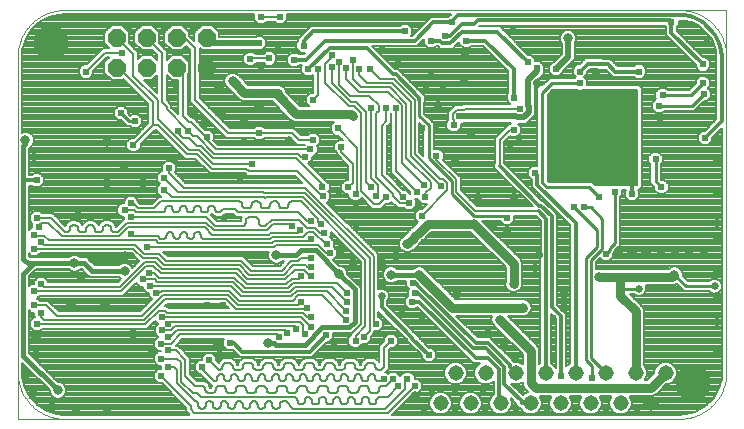
<source format=gbl>
G75*
%MOIN*%
%OFA0B0*%
%FSLAX25Y25*%
%IPPOS*%
%LPD*%
%AMOC8*
5,1,8,0,0,1.08239X$1,22.5*
%
%ADD10C,0.00000*%
%ADD11C,0.03181*%
%ADD12R,0.03181X0.03181*%
%ADD13OC8,0.06000*%
%ADD14C,0.05150*%
%ADD15C,0.02381*%
%ADD16C,0.00787*%
%ADD17C,0.02578*%
%ADD18C,0.02775*%
%ADD19C,0.01200*%
%ADD20C,0.03169*%
%ADD21C,0.01575*%
%ADD22C,0.11811*%
%ADD23C,0.00984*%
%ADD24C,0.03150*%
%ADD25C,0.01969*%
%ADD26C,0.01181*%
%ADD27C,0.00630*%
%ADD28C,0.01000*%
D10*
X0006118Y0012146D02*
X0006118Y0026320D01*
X0006118Y0027894D02*
X0006118Y0133406D01*
X0006137Y0133787D01*
X0006166Y0134168D01*
X0006204Y0134547D01*
X0006251Y0134926D01*
X0006308Y0135303D01*
X0006374Y0135679D01*
X0006449Y0136053D01*
X0006533Y0136426D01*
X0006627Y0136796D01*
X0006729Y0137163D01*
X0006841Y0137528D01*
X0006961Y0137890D01*
X0007090Y0138249D01*
X0007228Y0138605D01*
X0007374Y0138957D01*
X0007530Y0139306D01*
X0007693Y0139651D01*
X0007865Y0139991D01*
X0008046Y0140328D01*
X0008234Y0140659D01*
X0008431Y0140986D01*
X0008635Y0141309D01*
X0008848Y0141626D01*
X0009068Y0141937D01*
X0009296Y0142243D01*
X0009531Y0142544D01*
X0009773Y0142839D01*
X0010023Y0143127D01*
X0010280Y0143410D01*
X0010543Y0143686D01*
X0010813Y0143955D01*
X0011090Y0144218D01*
X0011373Y0144474D01*
X0011662Y0144723D01*
X0011957Y0144965D01*
X0012258Y0145199D01*
X0012565Y0145426D01*
X0012877Y0145646D01*
X0013195Y0145858D01*
X0013517Y0146061D01*
X0013845Y0146257D01*
X0014177Y0146445D01*
X0014514Y0146625D01*
X0014854Y0146796D01*
X0015200Y0146959D01*
X0015549Y0147113D01*
X0015901Y0147259D01*
X0016257Y0147396D01*
X0016617Y0147525D01*
X0016979Y0147644D01*
X0017344Y0147755D01*
X0017712Y0147856D01*
X0018082Y0147949D01*
X0018455Y0148032D01*
X0018829Y0148106D01*
X0019205Y0148171D01*
X0019582Y0148227D01*
X0019961Y0148274D01*
X0020341Y0148311D01*
X0020722Y0148339D01*
X0021103Y0148358D01*
X0021484Y0148367D01*
X0021866Y0148367D01*
X0227378Y0148367D01*
X0228165Y0148367D02*
X0242339Y0148367D01*
X0242339Y0134194D01*
X0242339Y0132619D02*
X0242339Y0027107D01*
X0242338Y0027107D02*
X0242319Y0026726D01*
X0242290Y0026345D01*
X0242252Y0025966D01*
X0242205Y0025587D01*
X0242148Y0025210D01*
X0242082Y0024834D01*
X0242007Y0024460D01*
X0241923Y0024087D01*
X0241829Y0023717D01*
X0241727Y0023350D01*
X0241615Y0022985D01*
X0241495Y0022623D01*
X0241366Y0022264D01*
X0241228Y0021908D01*
X0241082Y0021556D01*
X0240926Y0021207D01*
X0240763Y0020862D01*
X0240591Y0020522D01*
X0240410Y0020185D01*
X0240222Y0019854D01*
X0240025Y0019527D01*
X0239821Y0019204D01*
X0239608Y0018887D01*
X0239388Y0018576D01*
X0239160Y0018270D01*
X0238925Y0017969D01*
X0238683Y0017674D01*
X0238433Y0017386D01*
X0238176Y0017103D01*
X0237913Y0016827D01*
X0237643Y0016558D01*
X0237366Y0016295D01*
X0237083Y0016039D01*
X0236794Y0015790D01*
X0236499Y0015548D01*
X0236198Y0015314D01*
X0235891Y0015087D01*
X0235579Y0014867D01*
X0235261Y0014655D01*
X0234939Y0014452D01*
X0234611Y0014256D01*
X0234279Y0014068D01*
X0233942Y0013888D01*
X0233602Y0013717D01*
X0233256Y0013554D01*
X0232907Y0013400D01*
X0232555Y0013254D01*
X0232199Y0013117D01*
X0231839Y0012988D01*
X0231477Y0012869D01*
X0231112Y0012758D01*
X0230744Y0012657D01*
X0230374Y0012564D01*
X0230001Y0012481D01*
X0229627Y0012407D01*
X0229251Y0012342D01*
X0228874Y0012286D01*
X0228495Y0012239D01*
X0228115Y0012202D01*
X0227734Y0012174D01*
X0227353Y0012155D01*
X0226972Y0012146D01*
X0226590Y0012146D01*
X0226591Y0012146D02*
X0021079Y0012146D01*
X0006118Y0012146D01*
X0021079Y0012147D02*
X0020698Y0012166D01*
X0020317Y0012195D01*
X0019938Y0012233D01*
X0019559Y0012280D01*
X0019182Y0012337D01*
X0018806Y0012403D01*
X0018432Y0012478D01*
X0018059Y0012562D01*
X0017689Y0012656D01*
X0017322Y0012758D01*
X0016957Y0012870D01*
X0016595Y0012990D01*
X0016236Y0013119D01*
X0015880Y0013257D01*
X0015528Y0013403D01*
X0015179Y0013559D01*
X0014834Y0013722D01*
X0014494Y0013894D01*
X0014157Y0014075D01*
X0013826Y0014263D01*
X0013499Y0014460D01*
X0013176Y0014664D01*
X0012859Y0014877D01*
X0012548Y0015097D01*
X0012242Y0015325D01*
X0011941Y0015560D01*
X0011646Y0015802D01*
X0011358Y0016052D01*
X0011075Y0016309D01*
X0010799Y0016572D01*
X0010530Y0016842D01*
X0010267Y0017119D01*
X0010011Y0017402D01*
X0009762Y0017691D01*
X0009520Y0017986D01*
X0009286Y0018287D01*
X0009059Y0018594D01*
X0008839Y0018906D01*
X0008627Y0019224D01*
X0008424Y0019546D01*
X0008228Y0019874D01*
X0008040Y0020206D01*
X0007860Y0020543D01*
X0007689Y0020883D01*
X0007526Y0021229D01*
X0007372Y0021578D01*
X0007226Y0021930D01*
X0007089Y0022286D01*
X0006960Y0022646D01*
X0006841Y0023008D01*
X0006730Y0023373D01*
X0006629Y0023741D01*
X0006536Y0024111D01*
X0006453Y0024484D01*
X0006379Y0024858D01*
X0006314Y0025234D01*
X0006258Y0025611D01*
X0006211Y0025990D01*
X0006174Y0026370D01*
X0006146Y0026751D01*
X0006127Y0027132D01*
X0006118Y0027513D01*
X0006118Y0027895D01*
X0227378Y0148367D02*
X0227759Y0148348D01*
X0228140Y0148319D01*
X0228519Y0148281D01*
X0228898Y0148234D01*
X0229275Y0148177D01*
X0229651Y0148111D01*
X0230025Y0148036D01*
X0230398Y0147952D01*
X0230768Y0147858D01*
X0231135Y0147756D01*
X0231500Y0147644D01*
X0231862Y0147524D01*
X0232221Y0147395D01*
X0232577Y0147257D01*
X0232929Y0147111D01*
X0233278Y0146955D01*
X0233623Y0146792D01*
X0233963Y0146620D01*
X0234300Y0146439D01*
X0234631Y0146251D01*
X0234958Y0146054D01*
X0235281Y0145850D01*
X0235598Y0145637D01*
X0235909Y0145417D01*
X0236215Y0145189D01*
X0236516Y0144954D01*
X0236811Y0144712D01*
X0237099Y0144462D01*
X0237382Y0144205D01*
X0237658Y0143942D01*
X0237927Y0143672D01*
X0238190Y0143395D01*
X0238446Y0143112D01*
X0238695Y0142823D01*
X0238937Y0142528D01*
X0239171Y0142227D01*
X0239398Y0141920D01*
X0239618Y0141608D01*
X0239830Y0141290D01*
X0240033Y0140968D01*
X0240229Y0140640D01*
X0240417Y0140308D01*
X0240597Y0139971D01*
X0240768Y0139631D01*
X0240931Y0139285D01*
X0241085Y0138936D01*
X0241231Y0138584D01*
X0241368Y0138228D01*
X0241497Y0137868D01*
X0241616Y0137506D01*
X0241727Y0137141D01*
X0241828Y0136773D01*
X0241921Y0136403D01*
X0242004Y0136030D01*
X0242078Y0135656D01*
X0242143Y0135280D01*
X0242199Y0134903D01*
X0242246Y0134524D01*
X0242283Y0134144D01*
X0242311Y0133763D01*
X0242330Y0133382D01*
X0242339Y0133001D01*
X0242339Y0132619D01*
D11*
X0202575Y0111753D03*
X0198638Y0111753D03*
X0194701Y0111753D03*
X0194701Y0107816D03*
X0198638Y0107816D03*
X0202575Y0107816D03*
X0202575Y0103879D03*
X0198638Y0103879D03*
X0194701Y0103879D03*
X0190764Y0103879D03*
X0190764Y0107816D03*
X0190764Y0099942D03*
X0194701Y0099942D03*
X0198638Y0099942D03*
X0202575Y0099942D03*
D12*
X0190764Y0111753D03*
D13*
X0069150Y0129194D03*
X0059150Y0129194D03*
X0049150Y0129194D03*
X0039150Y0129194D03*
X0039150Y0139194D03*
X0049150Y0139194D03*
X0059150Y0139194D03*
X0069150Y0139194D03*
D14*
X0152063Y0027383D03*
X0162063Y0027383D03*
X0172063Y0027383D03*
X0182063Y0027383D03*
X0192063Y0027383D03*
X0202063Y0027383D03*
X0212063Y0027383D03*
X0222063Y0027383D03*
X0217063Y0017383D03*
X0207063Y0017383D03*
X0197063Y0017383D03*
X0187063Y0017383D03*
X0177063Y0017383D03*
X0167063Y0017383D03*
X0157063Y0017383D03*
X0147063Y0017383D03*
D15*
X0144307Y0021595D03*
X0138402Y0023170D03*
X0136039Y0025532D03*
X0133029Y0023030D03*
X0131315Y0025532D03*
X0128048Y0025354D03*
X0143126Y0033406D03*
X0135252Y0038131D03*
X0130528Y0038131D03*
X0128165Y0040493D03*
X0125582Y0043642D03*
X0121593Y0039470D03*
X0118717Y0038131D03*
X0111630Y0037638D03*
X0108981Y0039992D03*
X0103756Y0042855D03*
X0101729Y0040493D03*
X0099016Y0042068D03*
X0096035Y0040858D03*
X0093246Y0039431D03*
X0103756Y0046005D03*
X0102676Y0048986D03*
X0100606Y0051170D03*
X0100606Y0059701D03*
X0103756Y0059701D03*
X0103803Y0062682D03*
X0103756Y0065663D03*
X0110067Y0067276D03*
X0109048Y0070257D03*
X0103756Y0072206D03*
X0100353Y0074981D03*
X0097457Y0076368D03*
X0104021Y0077962D03*
X0107116Y0076986D03*
X0108135Y0074005D03*
X0118717Y0075926D03*
X0125016Y0079863D03*
X0118717Y0083012D03*
X0118717Y0086949D03*
X0116354Y0089312D03*
X0113205Y0087737D03*
X0110843Y0083800D03*
X0107874Y0086331D03*
X0107693Y0089312D03*
X0101729Y0099548D03*
X0103698Y0101910D03*
X0104543Y0105060D03*
X0100606Y0108209D03*
X0112792Y0108936D03*
X0113992Y0102697D03*
X0129740Y0108997D03*
X0128953Y0115709D03*
X0132102Y0115709D03*
X0123851Y0115709D03*
X0140764Y0108997D03*
X0145488Y0109784D03*
X0151413Y0110159D03*
X0153362Y0112934D03*
X0171462Y0108478D03*
X0173047Y0105847D03*
X0170113Y0101910D03*
X0178559Y0094036D03*
X0191596Y0082574D03*
X0194939Y0082619D03*
X0199819Y0086162D03*
X0205115Y0087737D03*
X0210824Y0086949D03*
X0220704Y0089312D03*
X0218717Y0098760D03*
X0235252Y0105847D03*
X0220331Y0111320D03*
X0219937Y0116438D03*
X0221079Y0120020D03*
X0213205Y0127894D03*
X0193520Y0127894D03*
X0193520Y0123957D03*
X0185488Y0128761D03*
X0179230Y0128916D03*
X0176197Y0131044D03*
X0171472Y0119233D03*
X0173606Y0115406D03*
X0145699Y0099759D03*
X0147063Y0089803D03*
X0141551Y0090099D03*
X0139189Y0087737D03*
X0141887Y0086162D03*
X0139976Y0083012D03*
X0136649Y0083978D03*
X0134465Y0086162D03*
X0128953Y0086162D03*
X0125440Y0086525D03*
X0124011Y0089312D03*
X0140764Y0079863D03*
X0141551Y0071201D03*
X0137984Y0057398D03*
X0138686Y0054163D03*
X0137614Y0051182D03*
X0134071Y0048564D03*
X0140764Y0045217D03*
X0162811Y0042068D03*
X0172260Y0032619D03*
X0184661Y0031831D03*
X0187220Y0026320D03*
X0197457Y0025748D03*
X0202181Y0014509D03*
X0191945Y0014509D03*
X0182496Y0014509D03*
X0172260Y0014509D03*
X0173835Y0021595D03*
X0161236Y0021595D03*
X0162024Y0014509D03*
X0151787Y0014509D03*
X0151787Y0021595D03*
X0141551Y0014509D03*
X0115567Y0045217D03*
X0115675Y0048198D03*
X0115783Y0051179D03*
X0115870Y0054181D03*
X0076984Y0037343D03*
X0073047Y0032978D03*
X0069898Y0031831D03*
X0067535Y0029469D03*
X0056118Y0029272D03*
X0054007Y0032225D03*
X0056118Y0034981D03*
X0054010Y0037204D03*
X0056080Y0039350D03*
X0054150Y0041636D03*
X0056181Y0043820D03*
X0054150Y0046005D03*
X0052248Y0054205D03*
X0050140Y0056313D03*
X0047850Y0058603D03*
X0049882Y0060787D03*
X0049195Y0069396D03*
X0043913Y0073798D03*
X0043913Y0079554D03*
X0041718Y0081801D03*
X0043913Y0083985D03*
X0048638Y0084513D03*
X0054937Y0088524D03*
X0054937Y0092461D03*
X0056512Y0095611D03*
X0044701Y0103485D03*
X0045119Y0111281D03*
X0040516Y0113969D03*
X0039189Y0123957D03*
X0028953Y0127894D03*
X0040764Y0134194D03*
X0050213Y0134194D03*
X0058874Y0134194D03*
X0054937Y0142855D03*
X0064386Y0142855D03*
X0043126Y0142855D03*
X0051787Y0123957D03*
X0058874Y0123170D03*
X0059661Y0108209D03*
X0062811Y0108209D03*
X0069134Y0106162D03*
X0081709Y0104272D03*
X0086641Y0107342D03*
X0084071Y0096951D03*
X0080134Y0091674D03*
X0074838Y0078748D03*
X0074838Y0066937D03*
X0068323Y0067212D03*
X0069110Y0049942D03*
X0074622Y0049942D03*
X0053953Y0026320D03*
X0013992Y0047401D03*
X0011630Y0049942D03*
X0011630Y0054666D03*
X0013992Y0057028D03*
X0011630Y0068839D03*
X0013992Y0071023D03*
X0011630Y0073564D03*
X0013344Y0076065D03*
X0012417Y0079075D03*
X0012417Y0091674D03*
X0083707Y0132195D03*
X0087220Y0128682D03*
X0089946Y0132255D03*
X0092732Y0135768D03*
X0086649Y0137343D03*
X0098244Y0131831D03*
X0102969Y0128682D03*
X0106227Y0128573D03*
X0110843Y0129469D03*
X0113344Y0131183D03*
X0115528Y0129152D03*
X0119897Y0128682D03*
X0123441Y0128682D03*
X0117713Y0131831D03*
X0110951Y0133297D03*
X0101394Y0136556D03*
X0093520Y0146005D03*
X0087220Y0146005D03*
X0117142Y0146005D03*
X0124228Y0146005D03*
X0135252Y0141280D03*
X0143913Y0138131D03*
X0148638Y0139705D03*
X0151000Y0144430D03*
X0155706Y0138131D03*
X0143913Y0127107D03*
X0127378Y0134981D03*
X0104543Y0118446D03*
X0100606Y0118446D03*
X0092732Y0120808D03*
X0085468Y0120808D03*
X0169110Y0079075D03*
X0202311Y0067135D03*
X0184465Y0045611D03*
X0217142Y0029469D03*
X0212417Y0014509D03*
X0234746Y0120302D03*
X0234465Y0123957D03*
X0234465Y0130257D03*
X0224024Y0144395D03*
X0012417Y0043642D03*
D16*
X0048698Y0043642D01*
X0053245Y0048189D01*
X0055054Y0048189D01*
X0055851Y0047392D01*
X0101181Y0047392D01*
X0102568Y0046005D01*
X0103756Y0046005D01*
X0103756Y0042855D02*
X0100606Y0046005D01*
X0054150Y0046005D01*
X0052431Y0044369D02*
X0051652Y0044369D01*
X0052042Y0044759D02*
X0052980Y0043820D01*
X0051778Y0042618D01*
X0051778Y0040654D01*
X0052942Y0039490D01*
X0051638Y0038186D01*
X0051638Y0036221D01*
X0053028Y0034832D01*
X0053746Y0034832D01*
X0053746Y0034597D01*
X0053025Y0034597D01*
X0051636Y0033207D01*
X0051636Y0031243D01*
X0053025Y0029853D01*
X0053746Y0029853D01*
X0053746Y0028691D01*
X0052970Y0028691D01*
X0051581Y0027302D01*
X0051581Y0025337D01*
X0052970Y0023948D01*
X0054097Y0023948D01*
X0062222Y0015823D01*
X0062222Y0014646D01*
X0063144Y0013723D01*
X0063328Y0013540D01*
X0021123Y0013540D01*
X0019320Y0013727D01*
X0015840Y0014788D01*
X0012745Y0016701D01*
X0010240Y0019339D01*
X0008488Y0022527D01*
X0007606Y0026057D01*
X0007512Y0027875D01*
X0007512Y0027886D01*
X0007519Y0028454D01*
X0007512Y0028461D01*
X0007512Y0030803D01*
X0016739Y0021577D01*
X0016739Y0021045D01*
X0017160Y0020029D01*
X0017937Y0019251D01*
X0018954Y0018830D01*
X0020054Y0018830D01*
X0021070Y0019251D01*
X0021848Y0020029D01*
X0022269Y0021045D01*
X0022269Y0022145D01*
X0021848Y0023162D01*
X0021070Y0023939D01*
X0020054Y0024360D01*
X0019522Y0024360D01*
X0009874Y0034009D01*
X0009874Y0048343D01*
X0010648Y0047570D01*
X0011620Y0047570D01*
X0011620Y0046419D01*
X0012026Y0046014D01*
X0011435Y0046014D01*
X0010046Y0044625D01*
X0010046Y0042660D01*
X0011435Y0041271D01*
X0013400Y0041271D01*
X0014197Y0042068D01*
X0049351Y0042068D01*
X0052042Y0044759D01*
X0052742Y0043583D02*
X0050866Y0043583D01*
X0050080Y0042797D02*
X0051956Y0042797D01*
X0051778Y0042011D02*
X0014140Y0042011D01*
X0010695Y0042011D02*
X0009874Y0042011D01*
X0009874Y0042797D02*
X0010046Y0042797D01*
X0010046Y0043583D02*
X0009874Y0043583D01*
X0009874Y0044369D02*
X0010046Y0044369D01*
X0009874Y0045155D02*
X0010576Y0045155D01*
X0009874Y0045941D02*
X0011361Y0045941D01*
X0011620Y0046726D02*
X0009874Y0046726D01*
X0009874Y0047512D02*
X0011620Y0047512D01*
X0009919Y0048298D02*
X0009874Y0048298D01*
X0011630Y0049942D02*
X0015567Y0049942D01*
X0019091Y0046417D01*
X0047549Y0046417D01*
X0054645Y0053513D01*
X0076102Y0053513D01*
X0079448Y0050167D01*
X0099603Y0050167D01*
X0100606Y0051170D01*
X0099702Y0053354D02*
X0097902Y0051554D01*
X0080023Y0051554D01*
X0076676Y0054901D01*
X0054070Y0054901D01*
X0053375Y0054205D01*
X0052248Y0054205D01*
X0051267Y0056313D02*
X0050140Y0056313D01*
X0051267Y0056313D02*
X0051343Y0056390D01*
X0077149Y0056390D01*
X0080597Y0052942D01*
X0097327Y0052942D01*
X0099127Y0054742D01*
X0109132Y0054742D01*
X0115675Y0048198D01*
X0120416Y0048298D02*
X0120435Y0048298D01*
X0120416Y0047512D02*
X0120435Y0047512D01*
X0120416Y0046726D02*
X0120435Y0046726D01*
X0120416Y0045941D02*
X0120435Y0045941D01*
X0120416Y0045155D02*
X0120435Y0045155D01*
X0120416Y0044369D02*
X0120435Y0044369D01*
X0120416Y0043637D02*
X0120416Y0056065D01*
X0119263Y0057218D01*
X0116012Y0060468D01*
X0116012Y0061000D01*
X0115591Y0062016D01*
X0114813Y0062794D01*
X0113797Y0063215D01*
X0113266Y0063215D01*
X0111313Y0065168D01*
X0112438Y0066294D01*
X0112438Y0068258D01*
X0111419Y0069277D01*
X0111419Y0071239D01*
X0110071Y0072588D01*
X0110506Y0073023D01*
X0110506Y0074458D01*
X0120435Y0064529D01*
X0120435Y0043629D01*
X0117142Y0040336D01*
X0117142Y0039910D01*
X0116345Y0039113D01*
X0116345Y0037148D01*
X0117734Y0035759D01*
X0119699Y0035759D01*
X0121039Y0037099D01*
X0122575Y0037099D01*
X0123964Y0038488D01*
X0123964Y0039615D01*
X0124050Y0039700D01*
X0124972Y0040623D01*
X0124972Y0041271D01*
X0126564Y0041271D01*
X0127953Y0042660D01*
X0127953Y0044625D01*
X0126564Y0046014D01*
X0126359Y0046014D01*
X0126359Y0047885D01*
X0135861Y0038383D01*
X0135861Y0038165D01*
X0140754Y0033272D01*
X0140754Y0032424D01*
X0142144Y0031034D01*
X0144108Y0031034D01*
X0145498Y0032424D01*
X0145498Y0034389D01*
X0144108Y0035778D01*
X0143260Y0035778D01*
X0139405Y0039633D01*
X0139405Y0039851D01*
X0129150Y0050106D01*
X0129150Y0051370D01*
X0129472Y0051692D01*
X0129848Y0052600D01*
X0129848Y0053583D01*
X0129472Y0054490D01*
X0128777Y0055185D01*
X0127869Y0055561D01*
X0126887Y0055561D01*
X0126359Y0055343D01*
X0126359Y0066983D01*
X0125437Y0067905D01*
X0109120Y0084223D01*
X0110246Y0085348D01*
X0110246Y0087313D01*
X0109647Y0087912D01*
X0110065Y0088329D01*
X0110065Y0090294D01*
X0109268Y0091091D01*
X0109268Y0091126D01*
X0102965Y0097429D01*
X0104101Y0098565D01*
X0104101Y0099538D01*
X0104680Y0099538D01*
X0106069Y0100928D01*
X0106069Y0102892D01*
X0105900Y0103062D01*
X0106915Y0104077D01*
X0106915Y0106042D01*
X0105526Y0107431D01*
X0103561Y0107431D01*
X0102764Y0106634D01*
X0100550Y0106634D01*
X0099190Y0107995D01*
X0098267Y0108917D01*
X0088420Y0108917D01*
X0087623Y0109714D01*
X0085658Y0109714D01*
X0084861Y0108917D01*
X0076929Y0108917D01*
X0066748Y0119098D01*
X0066748Y0128174D01*
X0066731Y0128192D01*
X0066731Y0135699D01*
X0067418Y0135012D01*
X0070881Y0135012D01*
X0071047Y0135178D01*
X0085460Y0135178D01*
X0085666Y0134971D01*
X0087631Y0134971D01*
X0089020Y0136361D01*
X0089020Y0138326D01*
X0087631Y0139715D01*
X0085666Y0139715D01*
X0085460Y0139508D01*
X0073331Y0139508D01*
X0073331Y0140925D01*
X0070881Y0143375D01*
X0067418Y0143375D01*
X0064969Y0140925D01*
X0064969Y0138200D01*
X0063598Y0139570D01*
X0063331Y0139838D01*
X0063331Y0140925D01*
X0060881Y0143375D01*
X0057418Y0143375D01*
X0054969Y0140925D01*
X0054969Y0137462D01*
X0057418Y0135012D01*
X0060881Y0135012D01*
X0062292Y0136423D01*
X0063581Y0135133D01*
X0063581Y0126887D01*
X0063598Y0126870D01*
X0063598Y0117793D01*
X0064521Y0116871D01*
X0074702Y0106690D01*
X0075624Y0105768D01*
X0084861Y0105768D01*
X0085658Y0104971D01*
X0087623Y0104971D01*
X0088420Y0105768D01*
X0096962Y0105768D01*
X0099245Y0103485D01*
X0101918Y0103485D01*
X0072912Y0103485D01*
X0071361Y0105036D01*
X0071506Y0105180D01*
X0071506Y0107145D01*
X0070117Y0108534D01*
X0068583Y0108534D01*
X0064399Y0112718D01*
X0063970Y0112718D01*
X0062811Y0113877D01*
X0062811Y0126942D01*
X0063331Y0127462D01*
X0063331Y0130925D01*
X0060881Y0133375D01*
X0057418Y0133375D01*
X0055724Y0131681D01*
X0055724Y0134846D01*
X0054802Y0135768D01*
X0053220Y0137351D01*
X0053331Y0137462D01*
X0053331Y0140925D01*
X0050881Y0143375D01*
X0047418Y0143375D01*
X0044969Y0140925D01*
X0044969Y0137462D01*
X0047418Y0135012D01*
X0050881Y0135012D01*
X0050993Y0135124D01*
X0052575Y0133541D01*
X0052575Y0131681D01*
X0050881Y0133375D01*
X0047418Y0133375D01*
X0046276Y0132232D01*
X0046276Y0134295D01*
X0043220Y0137351D01*
X0043331Y0137462D01*
X0043331Y0140925D01*
X0040881Y0143375D01*
X0037418Y0143375D01*
X0034969Y0140925D01*
X0034969Y0137462D01*
X0036662Y0135768D01*
X0034600Y0135768D01*
X0029097Y0130266D01*
X0027970Y0130266D01*
X0026581Y0128877D01*
X0026581Y0126912D01*
X0027970Y0125523D01*
X0029935Y0125523D01*
X0031324Y0126912D01*
X0031324Y0128039D01*
X0035904Y0132619D01*
X0036662Y0132619D01*
X0034969Y0130925D01*
X0034969Y0127462D01*
X0037418Y0125012D01*
X0040881Y0125012D01*
X0041350Y0125481D01*
X0049625Y0117206D01*
X0049625Y0110636D01*
X0044845Y0105857D01*
X0043718Y0105857D01*
X0042329Y0104467D01*
X0042329Y0102502D01*
X0043718Y0101113D01*
X0045683Y0101113D01*
X0047072Y0102502D01*
X0047072Y0103629D01*
X0051852Y0108409D01*
X0052183Y0108409D01*
X0061845Y0098748D01*
X0065346Y0098748D01*
X0069183Y0094911D01*
X0070106Y0093989D01*
X0081717Y0093989D01*
X0082514Y0093192D01*
X0098496Y0093192D01*
X0100989Y0090699D01*
X0086645Y0090699D01*
X0062076Y0090699D01*
X0058515Y0094260D01*
X0058883Y0094628D01*
X0058883Y0096593D01*
X0057494Y0097983D01*
X0055529Y0097983D01*
X0054140Y0096593D01*
X0054140Y0094833D01*
X0053955Y0094833D01*
X0052565Y0093444D01*
X0052565Y0091479D01*
X0053551Y0090493D01*
X0052565Y0089507D01*
X0052565Y0087542D01*
X0053916Y0086191D01*
X0053313Y0086191D01*
X0052390Y0085269D01*
X0051025Y0083904D01*
X0046842Y0083904D01*
X0046285Y0084461D01*
X0046285Y0084968D01*
X0044896Y0086357D01*
X0042931Y0086357D01*
X0041542Y0084968D01*
X0041542Y0084173D01*
X0040735Y0084173D01*
X0039346Y0082783D01*
X0039346Y0080819D01*
X0040735Y0079429D01*
X0041542Y0079429D01*
X0041542Y0078705D01*
X0040859Y0078022D01*
X0038833Y0075996D01*
X0038833Y0076298D01*
X0038104Y0077560D01*
X0036843Y0078288D01*
X0034918Y0078288D01*
X0033656Y0077560D01*
X0033656Y0077560D01*
X0033656Y0077560D01*
X0033125Y0076639D01*
X0032593Y0077560D01*
X0031332Y0078288D01*
X0029407Y0078288D01*
X0028145Y0077560D01*
X0028145Y0077560D01*
X0028145Y0077560D01*
X0027614Y0076639D01*
X0027083Y0077560D01*
X0027083Y0077560D01*
X0027083Y0077560D01*
X0025821Y0078288D01*
X0023896Y0078288D01*
X0022635Y0077560D01*
X0022635Y0077560D01*
X0022635Y0077560D01*
X0021994Y0076450D01*
X0017794Y0080650D01*
X0014197Y0080650D01*
X0013400Y0081447D01*
X0011435Y0081447D01*
X0010046Y0080058D01*
X0010046Y0078093D01*
X0011032Y0077107D01*
X0010973Y0077048D01*
X0010973Y0075935D01*
X0010648Y0075935D01*
X0009874Y0075162D01*
X0009874Y0089863D01*
X0010874Y0089863D01*
X0011435Y0089302D01*
X0013400Y0089302D01*
X0014789Y0090691D01*
X0014789Y0092656D01*
X0013400Y0094045D01*
X0011435Y0094045D01*
X0010796Y0093407D01*
X0009874Y0093407D01*
X0009874Y0102095D01*
X0010671Y0102892D01*
X0010671Y0103117D01*
X0011047Y0103493D01*
X0011468Y0104510D01*
X0011468Y0105610D01*
X0011047Y0106626D01*
X0010269Y0107404D01*
X0009252Y0107825D01*
X0008152Y0107825D01*
X0007512Y0107560D01*
X0007512Y0133362D01*
X0007698Y0135165D01*
X0008760Y0138645D01*
X0010673Y0141739D01*
X0013310Y0144245D01*
X0016499Y0145997D01*
X0020028Y0146879D01*
X0021847Y0146973D01*
X0021857Y0146973D01*
X0022426Y0146966D01*
X0022433Y0146973D01*
X0084849Y0146973D01*
X0084849Y0145022D01*
X0086238Y0143633D01*
X0088203Y0143633D01*
X0089000Y0144430D01*
X0091740Y0144430D01*
X0092537Y0143633D01*
X0094502Y0143633D01*
X0095891Y0145022D01*
X0095891Y0146973D01*
X0150590Y0146973D01*
X0150419Y0146801D01*
X0150018Y0146801D01*
X0149418Y0146201D01*
X0143967Y0146201D01*
X0142929Y0145164D01*
X0137668Y0139902D01*
X0137228Y0139902D01*
X0137624Y0140298D01*
X0137624Y0142263D01*
X0136234Y0143652D01*
X0134270Y0143652D01*
X0133670Y0143052D01*
X0103809Y0143052D01*
X0102772Y0142014D01*
X0099622Y0138864D01*
X0099622Y0138138D01*
X0099022Y0137538D01*
X0099022Y0135573D01*
X0100411Y0134184D01*
X0102028Y0134184D01*
X0101447Y0133603D01*
X0099826Y0133603D01*
X0099226Y0134203D01*
X0097262Y0134203D01*
X0095872Y0132814D01*
X0095872Y0130849D01*
X0097262Y0129460D01*
X0099226Y0129460D01*
X0099826Y0130060D01*
X0100992Y0130060D01*
X0100597Y0129664D01*
X0100597Y0127699D01*
X0101986Y0126310D01*
X0103951Y0126310D01*
X0104543Y0126903D01*
X0104652Y0126794D01*
X0104652Y0120817D01*
X0103561Y0120817D01*
X0102172Y0119428D01*
X0102172Y0117463D01*
X0103158Y0116477D01*
X0100173Y0116477D01*
X0095488Y0121162D01*
X0095488Y0121356D01*
X0095069Y0122369D01*
X0094293Y0123144D01*
X0093280Y0123564D01*
X0082850Y0123564D01*
X0080125Y0126288D01*
X0080116Y0126311D01*
X0079338Y0127089D01*
X0078322Y0127510D01*
X0077222Y0127510D01*
X0076205Y0127089D01*
X0075427Y0126311D01*
X0075006Y0125295D01*
X0075006Y0124195D01*
X0075427Y0123178D01*
X0076205Y0122400D01*
X0076228Y0122391D01*
X0080148Y0118471D01*
X0081160Y0118052D01*
X0090803Y0118052D01*
X0096695Y0112160D01*
X0097470Y0111385D01*
X0098483Y0110965D01*
X0111468Y0110965D01*
X0110420Y0109918D01*
X0110420Y0107953D01*
X0111810Y0106564D01*
X0112937Y0106564D01*
X0114432Y0105069D01*
X0113010Y0105069D01*
X0111620Y0103680D01*
X0111620Y0101715D01*
X0112417Y0100918D01*
X0112417Y0100470D01*
X0116354Y0096533D01*
X0116354Y0091683D01*
X0115372Y0091683D01*
X0113983Y0090294D01*
X0113983Y0088329D01*
X0115372Y0086940D01*
X0116345Y0086940D01*
X0116345Y0085967D01*
X0117734Y0084578D01*
X0119699Y0084578D01*
X0120855Y0085734D01*
X0124363Y0082225D01*
X0127243Y0082225D01*
X0128808Y0083790D01*
X0129935Y0083790D01*
X0130697Y0084553D01*
X0132237Y0083012D01*
X0132298Y0083012D01*
X0132908Y0082403D01*
X0134870Y0082403D01*
X0135666Y0081606D01*
X0137631Y0081606D01*
X0139020Y0082995D01*
X0139020Y0084960D01*
X0138615Y0085365D01*
X0139515Y0085365D01*
X0139515Y0085180D01*
X0140904Y0083790D01*
X0142464Y0083790D01*
X0140908Y0082234D01*
X0139781Y0082234D01*
X0138392Y0080845D01*
X0138392Y0078880D01*
X0139518Y0077755D01*
X0138715Y0076953D01*
X0138596Y0076903D01*
X0137821Y0076128D01*
X0136625Y0074932D01*
X0135849Y0074156D01*
X0135825Y0074097D01*
X0134496Y0072768D01*
X0134473Y0072758D01*
X0133695Y0071980D01*
X0133274Y0070964D01*
X0133274Y0069864D01*
X0133695Y0068848D01*
X0134473Y0068070D01*
X0135489Y0067649D01*
X0136589Y0067649D01*
X0137606Y0068070D01*
X0138384Y0068848D01*
X0138393Y0068870D01*
X0140522Y0070999D01*
X0140547Y0071059D01*
X0141669Y0072181D01*
X0141788Y0072230D01*
X0142563Y0073006D01*
X0143988Y0074431D01*
X0156945Y0074431D01*
X0168717Y0062659D01*
X0168717Y0057601D01*
X0168707Y0057578D01*
X0168707Y0056478D01*
X0169128Y0055462D01*
X0169906Y0054684D01*
X0170922Y0054263D01*
X0172023Y0054263D01*
X0173039Y0054684D01*
X0173817Y0055462D01*
X0174238Y0056478D01*
X0174238Y0057578D01*
X0174228Y0057601D01*
X0174228Y0064349D01*
X0173809Y0065362D01*
X0160981Y0078190D01*
X0166739Y0078190D01*
X0166739Y0078093D01*
X0168128Y0076704D01*
X0170093Y0076704D01*
X0171482Y0078093D01*
X0171482Y0079774D01*
X0178905Y0079774D01*
X0180546Y0078132D01*
X0180546Y0066537D01*
X0180291Y0066282D01*
X0180291Y0030714D01*
X0179937Y0030567D01*
X0179937Y0035332D01*
X0179517Y0036345D01*
X0178742Y0037120D01*
X0169464Y0046398D01*
X0174049Y0046398D01*
X0174072Y0046389D01*
X0175172Y0046389D01*
X0176188Y0046810D01*
X0176966Y0047588D01*
X0177387Y0048604D01*
X0177387Y0049704D01*
X0176966Y0050721D01*
X0176188Y0051499D01*
X0175172Y0051920D01*
X0174072Y0051920D01*
X0174049Y0051910D01*
X0152142Y0051910D01*
X0142330Y0061721D01*
X0142321Y0061744D01*
X0141543Y0062522D01*
X0140526Y0062943D01*
X0139426Y0062943D01*
X0138410Y0062522D01*
X0138034Y0062146D01*
X0132470Y0062146D01*
X0132094Y0062522D01*
X0131078Y0062943D01*
X0129977Y0062943D01*
X0128961Y0062522D01*
X0128183Y0061744D01*
X0127762Y0060728D01*
X0127762Y0059628D01*
X0128183Y0058611D01*
X0128961Y0057833D01*
X0129977Y0057412D01*
X0131078Y0057412D01*
X0132094Y0057833D01*
X0132470Y0058209D01*
X0135612Y0058209D01*
X0135612Y0056415D01*
X0136598Y0055429D01*
X0136315Y0055146D01*
X0136315Y0053237D01*
X0135243Y0052165D01*
X0135243Y0050200D01*
X0136632Y0048811D01*
X0138597Y0048811D01*
X0139197Y0049411D01*
X0139263Y0049411D01*
X0156995Y0031679D01*
X0158033Y0030641D01*
X0160114Y0030641D01*
X0159935Y0030567D01*
X0158879Y0029510D01*
X0158307Y0028130D01*
X0158307Y0026635D01*
X0158879Y0025255D01*
X0159935Y0024198D01*
X0161316Y0023627D01*
X0162810Y0023627D01*
X0164191Y0024198D01*
X0164745Y0024753D01*
X0164745Y0020376D01*
X0163879Y0019510D01*
X0163307Y0018130D01*
X0163307Y0016635D01*
X0163879Y0015255D01*
X0164935Y0014198D01*
X0166316Y0013627D01*
X0167810Y0013627D01*
X0169191Y0014198D01*
X0170247Y0015255D01*
X0170819Y0016635D01*
X0170819Y0018130D01*
X0170389Y0019168D01*
X0172339Y0017218D01*
X0172339Y0016649D01*
X0173376Y0015611D01*
X0173731Y0015611D01*
X0173879Y0015255D01*
X0174935Y0014198D01*
X0176316Y0013627D01*
X0177810Y0013627D01*
X0179191Y0014198D01*
X0180247Y0015255D01*
X0180819Y0016635D01*
X0180819Y0018130D01*
X0180247Y0019510D01*
X0180131Y0019627D01*
X0183995Y0019627D01*
X0183879Y0019510D01*
X0183307Y0018130D01*
X0183307Y0016635D01*
X0183879Y0015255D01*
X0184935Y0014198D01*
X0186316Y0013627D01*
X0187810Y0013627D01*
X0189191Y0014198D01*
X0190247Y0015255D01*
X0190819Y0016635D01*
X0190819Y0018130D01*
X0190247Y0019510D01*
X0190131Y0019627D01*
X0193995Y0019627D01*
X0193879Y0019510D01*
X0193307Y0018130D01*
X0193307Y0016635D01*
X0193879Y0015255D01*
X0194935Y0014198D01*
X0196316Y0013627D01*
X0197810Y0013627D01*
X0199191Y0014198D01*
X0200247Y0015255D01*
X0200819Y0016635D01*
X0200819Y0018130D01*
X0200247Y0019510D01*
X0200131Y0019627D01*
X0203995Y0019627D01*
X0203879Y0019510D01*
X0203307Y0018130D01*
X0203307Y0016635D01*
X0203879Y0015255D01*
X0204935Y0014198D01*
X0206316Y0013627D01*
X0207810Y0013627D01*
X0209191Y0014198D01*
X0210247Y0015255D01*
X0210819Y0016635D01*
X0210819Y0018130D01*
X0210247Y0019510D01*
X0210131Y0019627D01*
X0217690Y0019627D01*
X0218703Y0020046D01*
X0219478Y0020821D01*
X0219478Y0020821D01*
X0222283Y0023627D01*
X0222810Y0023627D01*
X0224191Y0024198D01*
X0225247Y0025255D01*
X0225819Y0026635D01*
X0225819Y0028130D01*
X0225247Y0029510D01*
X0224191Y0030567D01*
X0222810Y0031138D01*
X0221316Y0031138D01*
X0219935Y0030567D01*
X0218879Y0029510D01*
X0218307Y0028130D01*
X0218307Y0027445D01*
X0216000Y0025138D01*
X0215131Y0025138D01*
X0215247Y0025255D01*
X0215819Y0026635D01*
X0215819Y0028130D01*
X0215247Y0029510D01*
X0214819Y0029938D01*
X0214819Y0048482D01*
X0214399Y0049495D01*
X0213624Y0050270D01*
X0210114Y0053780D01*
X0211385Y0053780D01*
X0211806Y0053359D01*
X0212713Y0052983D01*
X0213696Y0052983D01*
X0214604Y0053359D01*
X0215299Y0054054D01*
X0215675Y0054962D01*
X0215675Y0055945D01*
X0215389Y0056634D01*
X0224777Y0056634D01*
X0225778Y0057049D01*
X0227153Y0055674D01*
X0228133Y0054694D01*
X0236582Y0054694D01*
X0237002Y0054274D01*
X0237910Y0053897D01*
X0238893Y0053897D01*
X0239801Y0054274D01*
X0240496Y0054968D01*
X0240872Y0055876D01*
X0240872Y0056859D01*
X0240496Y0057767D01*
X0239801Y0058462D01*
X0238893Y0058838D01*
X0237910Y0058838D01*
X0237002Y0058462D01*
X0236582Y0058041D01*
X0229519Y0058041D01*
X0227781Y0059779D01*
X0227781Y0060728D01*
X0227360Y0061744D01*
X0226582Y0062522D01*
X0225566Y0062943D01*
X0224466Y0062943D01*
X0223449Y0062522D01*
X0223073Y0062146D01*
X0200392Y0062146D01*
X0200369Y0062156D01*
X0199269Y0062156D01*
X0198816Y0061968D01*
X0198816Y0064502D01*
X0200203Y0065889D01*
X0201328Y0064763D01*
X0203293Y0064763D01*
X0204682Y0066152D01*
X0204682Y0067140D01*
X0205115Y0067573D01*
X0205115Y0068214D01*
X0205808Y0068907D01*
X0206788Y0069887D01*
X0206788Y0086056D01*
X0207487Y0086754D01*
X0207487Y0088406D01*
X0208926Y0088406D01*
X0208452Y0087932D01*
X0208452Y0085967D01*
X0209841Y0084578D01*
X0211806Y0084578D01*
X0213195Y0085967D01*
X0213195Y0087932D01*
X0212721Y0088406D01*
X0213119Y0088406D01*
X0214110Y0089398D01*
X0214110Y0122296D01*
X0213119Y0123288D01*
X0195891Y0123288D01*
X0195891Y0124940D01*
X0194905Y0125926D01*
X0195891Y0126912D01*
X0195891Y0127760D01*
X0196831Y0128701D01*
X0199365Y0128701D01*
X0199581Y0128485D01*
X0202235Y0128485D01*
X0204597Y0126123D01*
X0211622Y0126123D01*
X0212222Y0125523D01*
X0214187Y0125523D01*
X0215576Y0126912D01*
X0215576Y0128877D01*
X0214187Y0130266D01*
X0212222Y0130266D01*
X0211622Y0129666D01*
X0206065Y0129666D01*
X0204740Y0130990D01*
X0203702Y0132028D01*
X0201049Y0132028D01*
X0200833Y0132244D01*
X0195364Y0132244D01*
X0193386Y0130266D01*
X0192537Y0130266D01*
X0191148Y0128877D01*
X0191148Y0126912D01*
X0192134Y0125926D01*
X0191839Y0125631D01*
X0183378Y0125631D01*
X0181035Y0123288D01*
X0180220Y0123288D01*
X0179228Y0122296D01*
X0179228Y0096408D01*
X0177577Y0096408D01*
X0176187Y0095018D01*
X0176187Y0093054D01*
X0177459Y0091782D01*
X0177459Y0089452D01*
X0190291Y0076620D01*
X0190291Y0030714D01*
X0189935Y0030567D01*
X0188992Y0029623D01*
X0188992Y0047005D01*
X0185871Y0050126D01*
X0185871Y0080338D01*
X0184833Y0081375D01*
X0182345Y0083864D01*
X0181307Y0084901D01*
X0180750Y0084901D01*
X0168323Y0097329D01*
X0168323Y0104407D01*
X0170251Y0106335D01*
X0170480Y0106106D01*
X0172444Y0106106D01*
X0173834Y0107495D01*
X0173834Y0109460D01*
X0172828Y0110466D01*
X0175653Y0110466D01*
X0176921Y0111734D01*
X0178546Y0113360D01*
X0178546Y0117452D01*
X0178540Y0117459D01*
X0179228Y0117459D01*
X0178540Y0117459D02*
X0178540Y0124291D01*
X0181395Y0127147D01*
X0181395Y0127728D01*
X0181602Y0127934D01*
X0181602Y0129899D01*
X0180212Y0131288D01*
X0178568Y0131288D01*
X0178568Y0132026D01*
X0177179Y0133416D01*
X0176331Y0133416D01*
X0167811Y0141936D01*
X0166773Y0142973D01*
X0159923Y0142973D01*
X0160173Y0143223D01*
X0221841Y0143223D01*
X0222252Y0142813D01*
X0222252Y0139964D01*
X0232093Y0130123D01*
X0232093Y0129274D01*
X0233482Y0127885D01*
X0235447Y0127885D01*
X0236836Y0129274D01*
X0236836Y0131239D01*
X0235447Y0132628D01*
X0234598Y0132628D01*
X0225795Y0141431D01*
X0225795Y0142813D01*
X0226395Y0143413D01*
X0226395Y0144816D01*
X0228718Y0144816D01*
X0229281Y0144746D01*
X0229525Y0144502D01*
X0230105Y0144502D01*
X0230150Y0144488D01*
X0230356Y0144282D01*
X0230825Y0144282D01*
X0231321Y0144131D01*
X0231563Y0144008D01*
X0231882Y0143690D01*
X0232193Y0143690D01*
X0232386Y0143593D01*
X0232472Y0143549D01*
X0232818Y0143375D01*
X0233136Y0143056D01*
X0233284Y0143056D01*
X0233698Y0142748D01*
X0237246Y0139014D01*
X0237464Y0138686D01*
X0238310Y0136774D01*
X0238817Y0134746D01*
X0238976Y0132585D01*
X0238969Y0132019D01*
X0238959Y0131269D01*
X0238959Y0131268D01*
X0238976Y0131251D01*
X0238976Y0112077D01*
X0235118Y0108219D01*
X0234270Y0108219D01*
X0232880Y0106829D01*
X0232880Y0104865D01*
X0234270Y0103475D01*
X0236234Y0103475D01*
X0237624Y0104865D01*
X0237624Y0105713D01*
X0240945Y0109035D01*
X0240945Y0027151D01*
X0240758Y0025348D01*
X0239697Y0021868D01*
X0239696Y0021868D01*
X0237784Y0018774D01*
X0235146Y0016268D01*
X0231958Y0014516D01*
X0228428Y0013634D01*
X0226610Y0013540D01*
X0226599Y0013540D01*
X0226031Y0013547D01*
X0226023Y0013540D01*
X0130999Y0013540D01*
X0138257Y0020798D01*
X0139384Y0020798D01*
X0140773Y0022188D01*
X0140773Y0024152D01*
X0139384Y0025542D01*
X0138411Y0025542D01*
X0138411Y0026514D01*
X0137022Y0027904D01*
X0135057Y0027904D01*
X0133677Y0026524D01*
X0132297Y0027904D01*
X0130333Y0027904D01*
X0129592Y0027164D01*
X0129030Y0027726D01*
X0128649Y0027726D01*
X0128775Y0027852D01*
X0128818Y0027894D01*
X0129740Y0028817D01*
X0129740Y0035116D01*
X0130383Y0035759D01*
X0131510Y0035759D01*
X0132899Y0037148D01*
X0132899Y0039113D01*
X0131510Y0040502D01*
X0129545Y0040502D01*
X0128156Y0039113D01*
X0128156Y0037986D01*
X0126591Y0036421D01*
X0126591Y0030976D01*
X0126207Y0031640D01*
X0124946Y0032368D01*
X0122377Y0032368D01*
X0121115Y0031640D01*
X0121115Y0031640D01*
X0121115Y0031640D01*
X0120387Y0030378D01*
X0120387Y0030079D01*
X0120137Y0030079D01*
X0120137Y0030378D01*
X0119408Y0031640D01*
X0118147Y0032368D01*
X0115578Y0032368D01*
X0114316Y0031640D01*
X0114316Y0031640D01*
X0114316Y0031640D01*
X0113588Y0030378D01*
X0113588Y0030079D01*
X0113338Y0030079D01*
X0113338Y0030378D01*
X0112609Y0031640D01*
X0111348Y0032368D01*
X0108779Y0032368D01*
X0107517Y0031640D01*
X0106789Y0030378D01*
X0106789Y0030079D01*
X0106539Y0030079D01*
X0106539Y0030378D01*
X0105810Y0031640D01*
X0104549Y0032368D01*
X0101980Y0032368D01*
X0100718Y0031640D01*
X0100718Y0031640D01*
X0100718Y0031640D01*
X0099990Y0030378D01*
X0099990Y0030079D01*
X0099740Y0030079D01*
X0099740Y0030378D01*
X0099011Y0031640D01*
X0097750Y0032368D01*
X0095181Y0032368D01*
X0093919Y0031640D01*
X0093919Y0031640D01*
X0093919Y0031640D01*
X0093191Y0030378D01*
X0093191Y0030079D01*
X0092941Y0030079D01*
X0092941Y0030378D01*
X0092212Y0031640D01*
X0090951Y0032368D01*
X0088382Y0032368D01*
X0087120Y0031640D01*
X0087120Y0031640D01*
X0087120Y0031640D01*
X0086392Y0030378D01*
X0086392Y0030079D01*
X0086142Y0030079D01*
X0086142Y0030378D01*
X0085413Y0031640D01*
X0084152Y0032368D01*
X0081583Y0032368D01*
X0080321Y0031640D01*
X0080321Y0031640D01*
X0080321Y0031640D01*
X0079593Y0030378D01*
X0079593Y0030079D01*
X0079343Y0030079D01*
X0079343Y0030378D01*
X0078614Y0031640D01*
X0077353Y0032368D01*
X0074784Y0032368D01*
X0073522Y0031640D01*
X0073522Y0031640D01*
X0073522Y0031640D01*
X0073081Y0030875D01*
X0072269Y0031687D01*
X0072269Y0032814D01*
X0070880Y0034203D01*
X0068915Y0034203D01*
X0067526Y0032814D01*
X0067526Y0031841D01*
X0066553Y0031841D01*
X0065164Y0030452D01*
X0065164Y0028487D01*
X0066553Y0027097D01*
X0066893Y0027097D01*
X0069898Y0024092D01*
X0070773Y0023217D01*
X0070507Y0022755D01*
X0070507Y0022397D01*
X0070254Y0022397D01*
X0070254Y0022755D01*
X0069526Y0024016D01*
X0069525Y0024016D01*
X0068264Y0024745D01*
X0065826Y0024745D01*
X0063598Y0026972D01*
X0063598Y0032484D01*
X0060449Y0035633D01*
X0059526Y0036556D01*
X0058739Y0036556D01*
X0060876Y0038693D01*
X0074980Y0038693D01*
X0074613Y0038326D01*
X0074613Y0036361D01*
X0076002Y0034971D01*
X0077967Y0034971D01*
X0077998Y0035002D01*
X0080203Y0032797D01*
X0104291Y0032797D01*
X0109115Y0037620D01*
X0109963Y0037620D01*
X0111353Y0039010D01*
X0111353Y0040671D01*
X0117450Y0040671D01*
X0118603Y0041824D01*
X0120416Y0043637D01*
X0120389Y0043583D02*
X0120362Y0043583D01*
X0119603Y0042797D02*
X0119576Y0042797D01*
X0118817Y0042011D02*
X0118790Y0042011D01*
X0118031Y0041225D02*
X0118005Y0041225D01*
X0117245Y0040439D02*
X0111353Y0040439D01*
X0111353Y0039653D02*
X0116885Y0039653D01*
X0116345Y0038867D02*
X0111210Y0038867D01*
X0110424Y0038081D02*
X0116345Y0038081D01*
X0116345Y0037296D02*
X0108790Y0037296D01*
X0108004Y0036510D02*
X0116983Y0036510D01*
X0118717Y0038131D02*
X0118717Y0039683D01*
X0122010Y0042977D01*
X0122010Y0065181D01*
X0101187Y0086004D01*
X0088792Y0086004D01*
X0088647Y0085858D01*
X0088501Y0086004D01*
X0057457Y0086004D01*
X0054937Y0088524D01*
X0053299Y0086808D02*
X0009874Y0086808D01*
X0009874Y0086022D02*
X0042596Y0086022D01*
X0041810Y0085236D02*
X0009874Y0085236D01*
X0009874Y0084450D02*
X0041542Y0084450D01*
X0040227Y0083664D02*
X0009874Y0083664D01*
X0009874Y0082878D02*
X0039441Y0082878D01*
X0039346Y0082093D02*
X0009874Y0082093D01*
X0009874Y0081307D02*
X0011295Y0081307D01*
X0010509Y0080521D02*
X0009874Y0080521D01*
X0009874Y0079735D02*
X0010046Y0079735D01*
X0010046Y0078949D02*
X0009874Y0078949D01*
X0009874Y0078163D02*
X0010046Y0078163D01*
X0009874Y0077377D02*
X0010762Y0077377D01*
X0010973Y0076591D02*
X0009874Y0076591D01*
X0009874Y0075805D02*
X0010518Y0075805D01*
X0013344Y0076065D02*
X0013344Y0076853D01*
X0013992Y0077501D01*
X0016354Y0077501D01*
X0020854Y0073001D01*
X0040028Y0073001D01*
X0043009Y0075983D01*
X0068430Y0075983D01*
X0070854Y0073559D01*
X0089726Y0073559D01*
X0090351Y0074184D01*
X0099445Y0074184D01*
X0100242Y0074981D01*
X0100353Y0074981D01*
X0101257Y0072797D02*
X0093225Y0072797D01*
X0093225Y0072797D01*
X0090926Y0072797D01*
X0090300Y0072171D01*
X0068323Y0072171D01*
X0068256Y0072173D01*
X0068190Y0072179D01*
X0068124Y0072188D01*
X0068059Y0072202D01*
X0067995Y0072219D01*
X0067932Y0072240D01*
X0067870Y0072265D01*
X0067810Y0072293D01*
X0067751Y0072324D01*
X0067694Y0072359D01*
X0067640Y0072397D01*
X0067588Y0072439D01*
X0067538Y0072483D01*
X0067491Y0072530D01*
X0067447Y0072580D01*
X0067405Y0072632D01*
X0067367Y0072686D01*
X0067332Y0072743D01*
X0067301Y0072802D01*
X0067273Y0072862D01*
X0067248Y0072924D01*
X0067227Y0072987D01*
X0067210Y0073051D01*
X0067196Y0073116D01*
X0067187Y0073182D01*
X0067181Y0073248D01*
X0067179Y0073315D01*
X0067177Y0073382D01*
X0067171Y0073448D01*
X0067162Y0073514D01*
X0067148Y0073579D01*
X0067131Y0073643D01*
X0067110Y0073706D01*
X0067085Y0073768D01*
X0067057Y0073828D01*
X0067026Y0073887D01*
X0066991Y0073944D01*
X0066953Y0073998D01*
X0066911Y0074050D01*
X0066867Y0074100D01*
X0066820Y0074147D01*
X0066770Y0074191D01*
X0066718Y0074233D01*
X0066664Y0074271D01*
X0066607Y0074306D01*
X0066548Y0074337D01*
X0066488Y0074365D01*
X0066426Y0074390D01*
X0066363Y0074411D01*
X0066299Y0074428D01*
X0066234Y0074442D01*
X0066168Y0074451D01*
X0066102Y0074457D01*
X0066035Y0074459D01*
X0066026Y0074459D01*
X0065959Y0074457D01*
X0065893Y0074451D01*
X0065827Y0074442D01*
X0065762Y0074428D01*
X0065698Y0074411D01*
X0065635Y0074390D01*
X0065573Y0074365D01*
X0065513Y0074337D01*
X0065454Y0074306D01*
X0065397Y0074271D01*
X0065343Y0074233D01*
X0065291Y0074191D01*
X0065241Y0074147D01*
X0065194Y0074100D01*
X0065150Y0074050D01*
X0065108Y0073998D01*
X0065070Y0073944D01*
X0065035Y0073887D01*
X0065004Y0073828D01*
X0064976Y0073768D01*
X0064951Y0073706D01*
X0064930Y0073643D01*
X0064913Y0073579D01*
X0064899Y0073514D01*
X0064890Y0073448D01*
X0064884Y0073382D01*
X0064882Y0073315D01*
X0064880Y0073248D01*
X0064874Y0073182D01*
X0064865Y0073116D01*
X0064851Y0073051D01*
X0064834Y0072987D01*
X0064813Y0072924D01*
X0064788Y0072862D01*
X0064760Y0072802D01*
X0064729Y0072743D01*
X0064694Y0072686D01*
X0064656Y0072632D01*
X0064614Y0072580D01*
X0064570Y0072530D01*
X0064523Y0072483D01*
X0064473Y0072439D01*
X0064421Y0072397D01*
X0064367Y0072359D01*
X0064310Y0072324D01*
X0064251Y0072293D01*
X0064191Y0072265D01*
X0064129Y0072240D01*
X0064066Y0072219D01*
X0064002Y0072202D01*
X0063937Y0072188D01*
X0063871Y0072179D01*
X0063805Y0072173D01*
X0063738Y0072171D01*
X0063729Y0072171D01*
X0063662Y0072173D01*
X0063596Y0072179D01*
X0063530Y0072188D01*
X0063465Y0072202D01*
X0063401Y0072219D01*
X0063338Y0072240D01*
X0063276Y0072265D01*
X0063216Y0072293D01*
X0063157Y0072324D01*
X0063100Y0072359D01*
X0063046Y0072397D01*
X0062994Y0072439D01*
X0062944Y0072483D01*
X0062897Y0072530D01*
X0062853Y0072580D01*
X0062811Y0072632D01*
X0062773Y0072686D01*
X0062738Y0072743D01*
X0062707Y0072802D01*
X0062679Y0072862D01*
X0062654Y0072924D01*
X0062633Y0072987D01*
X0062616Y0073051D01*
X0062602Y0073116D01*
X0062593Y0073182D01*
X0062587Y0073248D01*
X0062585Y0073315D01*
X0062583Y0073382D01*
X0062577Y0073448D01*
X0062568Y0073514D01*
X0062554Y0073579D01*
X0062537Y0073643D01*
X0062516Y0073706D01*
X0062491Y0073768D01*
X0062463Y0073828D01*
X0062432Y0073887D01*
X0062397Y0073944D01*
X0062359Y0073998D01*
X0062317Y0074050D01*
X0062273Y0074100D01*
X0062226Y0074147D01*
X0062176Y0074191D01*
X0062124Y0074233D01*
X0062070Y0074271D01*
X0062013Y0074306D01*
X0061954Y0074337D01*
X0061894Y0074365D01*
X0061832Y0074390D01*
X0061769Y0074411D01*
X0061705Y0074428D01*
X0061640Y0074442D01*
X0061574Y0074451D01*
X0061508Y0074457D01*
X0061441Y0074459D01*
X0061432Y0074459D01*
X0061365Y0074457D01*
X0061299Y0074451D01*
X0061233Y0074442D01*
X0061168Y0074428D01*
X0061104Y0074411D01*
X0061041Y0074390D01*
X0060979Y0074365D01*
X0060919Y0074337D01*
X0060860Y0074306D01*
X0060803Y0074271D01*
X0060749Y0074233D01*
X0060697Y0074191D01*
X0060647Y0074147D01*
X0060600Y0074100D01*
X0060556Y0074050D01*
X0060514Y0073998D01*
X0060476Y0073944D01*
X0060441Y0073887D01*
X0060410Y0073828D01*
X0060382Y0073768D01*
X0060357Y0073706D01*
X0060336Y0073643D01*
X0060319Y0073579D01*
X0060305Y0073514D01*
X0060296Y0073448D01*
X0060290Y0073382D01*
X0060288Y0073315D01*
X0060286Y0073248D01*
X0060280Y0073182D01*
X0060271Y0073116D01*
X0060257Y0073051D01*
X0060240Y0072987D01*
X0060219Y0072924D01*
X0060194Y0072862D01*
X0060166Y0072802D01*
X0060135Y0072743D01*
X0060100Y0072686D01*
X0060062Y0072632D01*
X0060020Y0072580D01*
X0059976Y0072530D01*
X0059929Y0072483D01*
X0059879Y0072439D01*
X0059827Y0072397D01*
X0059773Y0072359D01*
X0059716Y0072324D01*
X0059657Y0072293D01*
X0059597Y0072265D01*
X0059535Y0072240D01*
X0059472Y0072219D01*
X0059408Y0072202D01*
X0059343Y0072188D01*
X0059277Y0072179D01*
X0059211Y0072173D01*
X0059144Y0072171D01*
X0059135Y0072171D01*
X0059068Y0072173D01*
X0059002Y0072179D01*
X0058936Y0072188D01*
X0058871Y0072202D01*
X0058807Y0072219D01*
X0058744Y0072240D01*
X0058682Y0072265D01*
X0058622Y0072293D01*
X0058563Y0072324D01*
X0058506Y0072359D01*
X0058452Y0072397D01*
X0058400Y0072439D01*
X0058350Y0072483D01*
X0058303Y0072530D01*
X0058259Y0072580D01*
X0058217Y0072632D01*
X0058179Y0072686D01*
X0058144Y0072743D01*
X0058113Y0072802D01*
X0058085Y0072862D01*
X0058060Y0072924D01*
X0058039Y0072987D01*
X0058022Y0073051D01*
X0058008Y0073116D01*
X0057999Y0073182D01*
X0057993Y0073248D01*
X0057991Y0073315D01*
X0057992Y0073315D02*
X0057990Y0073382D01*
X0057984Y0073448D01*
X0057975Y0073514D01*
X0057961Y0073579D01*
X0057944Y0073643D01*
X0057923Y0073706D01*
X0057898Y0073768D01*
X0057870Y0073828D01*
X0057839Y0073887D01*
X0057804Y0073944D01*
X0057766Y0073998D01*
X0057724Y0074050D01*
X0057680Y0074100D01*
X0057633Y0074147D01*
X0057583Y0074191D01*
X0057531Y0074233D01*
X0057477Y0074271D01*
X0057420Y0074306D01*
X0057361Y0074337D01*
X0057301Y0074365D01*
X0057239Y0074390D01*
X0057176Y0074411D01*
X0057112Y0074428D01*
X0057047Y0074442D01*
X0056981Y0074451D01*
X0056915Y0074457D01*
X0056848Y0074459D01*
X0056838Y0074459D01*
X0056771Y0074457D01*
X0056705Y0074451D01*
X0056639Y0074442D01*
X0056574Y0074428D01*
X0056510Y0074411D01*
X0056447Y0074390D01*
X0056385Y0074365D01*
X0056325Y0074337D01*
X0056266Y0074306D01*
X0056209Y0074271D01*
X0056155Y0074233D01*
X0056103Y0074191D01*
X0056053Y0074147D01*
X0056006Y0074100D01*
X0055962Y0074050D01*
X0055920Y0073998D01*
X0055882Y0073944D01*
X0055847Y0073887D01*
X0055816Y0073828D01*
X0055788Y0073768D01*
X0055763Y0073706D01*
X0055742Y0073643D01*
X0055725Y0073579D01*
X0055711Y0073514D01*
X0055702Y0073448D01*
X0055696Y0073382D01*
X0055694Y0073315D01*
X0055695Y0073315D02*
X0055693Y0073248D01*
X0055687Y0073182D01*
X0055678Y0073116D01*
X0055664Y0073051D01*
X0055647Y0072987D01*
X0055626Y0072924D01*
X0055601Y0072862D01*
X0055573Y0072802D01*
X0055542Y0072743D01*
X0055507Y0072686D01*
X0055469Y0072632D01*
X0055427Y0072580D01*
X0055383Y0072530D01*
X0055336Y0072483D01*
X0055286Y0072439D01*
X0055234Y0072397D01*
X0055180Y0072359D01*
X0055123Y0072324D01*
X0055064Y0072293D01*
X0055004Y0072265D01*
X0054942Y0072240D01*
X0054879Y0072219D01*
X0054815Y0072202D01*
X0054750Y0072188D01*
X0054684Y0072179D01*
X0054618Y0072173D01*
X0054551Y0072171D01*
X0053567Y0072171D01*
X0052737Y0073001D01*
X0044710Y0073001D01*
X0043913Y0073798D01*
X0042434Y0077370D02*
X0069005Y0077370D01*
X0071429Y0074946D01*
X0089151Y0074946D01*
X0091370Y0077165D01*
X0096660Y0077165D01*
X0097457Y0076368D01*
X0099870Y0078553D02*
X0090796Y0078553D01*
X0088638Y0076395D01*
X0087708Y0076395D01*
X0087641Y0076397D01*
X0087575Y0076403D01*
X0087509Y0076412D01*
X0087444Y0076426D01*
X0087380Y0076443D01*
X0087317Y0076464D01*
X0087255Y0076489D01*
X0087195Y0076517D01*
X0087136Y0076548D01*
X0087079Y0076583D01*
X0087025Y0076621D01*
X0086973Y0076663D01*
X0086923Y0076707D01*
X0086876Y0076754D01*
X0086832Y0076804D01*
X0086790Y0076856D01*
X0086752Y0076910D01*
X0086717Y0076967D01*
X0086686Y0077026D01*
X0086658Y0077086D01*
X0086633Y0077148D01*
X0086612Y0077211D01*
X0086595Y0077275D01*
X0086581Y0077340D01*
X0086572Y0077406D01*
X0086566Y0077472D01*
X0086564Y0077539D01*
X0086564Y0078149D01*
X0086562Y0078216D01*
X0086556Y0078282D01*
X0086547Y0078348D01*
X0086533Y0078413D01*
X0086516Y0078477D01*
X0086495Y0078540D01*
X0086470Y0078602D01*
X0086442Y0078662D01*
X0086411Y0078721D01*
X0086376Y0078778D01*
X0086338Y0078832D01*
X0086296Y0078884D01*
X0086252Y0078934D01*
X0086205Y0078981D01*
X0086155Y0079025D01*
X0086103Y0079067D01*
X0086049Y0079105D01*
X0085992Y0079140D01*
X0085933Y0079171D01*
X0085873Y0079199D01*
X0085811Y0079224D01*
X0085748Y0079245D01*
X0085684Y0079262D01*
X0085619Y0079276D01*
X0085553Y0079285D01*
X0085487Y0079291D01*
X0085420Y0079293D01*
X0083209Y0079293D01*
X0083142Y0079291D01*
X0083076Y0079285D01*
X0083010Y0079276D01*
X0082945Y0079262D01*
X0082881Y0079245D01*
X0082818Y0079224D01*
X0082756Y0079199D01*
X0082696Y0079171D01*
X0082637Y0079140D01*
X0082580Y0079105D01*
X0082526Y0079067D01*
X0082474Y0079025D01*
X0082424Y0078981D01*
X0082377Y0078934D01*
X0082333Y0078884D01*
X0082291Y0078832D01*
X0082253Y0078778D01*
X0082218Y0078721D01*
X0082187Y0078662D01*
X0082159Y0078602D01*
X0082134Y0078540D01*
X0082113Y0078477D01*
X0082096Y0078413D01*
X0082082Y0078348D01*
X0082073Y0078282D01*
X0082067Y0078216D01*
X0082065Y0078149D01*
X0082065Y0077539D01*
X0082063Y0077472D01*
X0082057Y0077406D01*
X0082048Y0077340D01*
X0082034Y0077275D01*
X0082017Y0077211D01*
X0081996Y0077148D01*
X0081971Y0077086D01*
X0081943Y0077026D01*
X0081912Y0076967D01*
X0081877Y0076910D01*
X0081839Y0076856D01*
X0081797Y0076804D01*
X0081753Y0076754D01*
X0081706Y0076707D01*
X0081656Y0076663D01*
X0081604Y0076621D01*
X0081550Y0076583D01*
X0081493Y0076548D01*
X0081434Y0076517D01*
X0081374Y0076489D01*
X0081312Y0076464D01*
X0081249Y0076443D01*
X0081185Y0076426D01*
X0081120Y0076412D01*
X0081054Y0076403D01*
X0080988Y0076397D01*
X0080921Y0076395D01*
X0071942Y0076395D01*
X0068782Y0079554D01*
X0043913Y0079554D01*
X0045615Y0080942D02*
X0054209Y0080942D01*
X0054209Y0080941D02*
X0054276Y0080943D01*
X0054342Y0080949D01*
X0054408Y0080958D01*
X0054473Y0080972D01*
X0054537Y0080989D01*
X0054600Y0081010D01*
X0054662Y0081035D01*
X0054722Y0081063D01*
X0054781Y0081094D01*
X0054838Y0081129D01*
X0054892Y0081167D01*
X0054944Y0081209D01*
X0054994Y0081253D01*
X0055041Y0081300D01*
X0055085Y0081350D01*
X0055127Y0081402D01*
X0055165Y0081456D01*
X0055200Y0081513D01*
X0055231Y0081572D01*
X0055259Y0081632D01*
X0055284Y0081694D01*
X0055305Y0081757D01*
X0055322Y0081821D01*
X0055336Y0081886D01*
X0055345Y0081952D01*
X0055351Y0082018D01*
X0055353Y0082085D01*
X0055352Y0082085D02*
X0055354Y0082152D01*
X0055360Y0082218D01*
X0055369Y0082284D01*
X0055383Y0082349D01*
X0055400Y0082413D01*
X0055421Y0082476D01*
X0055446Y0082538D01*
X0055474Y0082598D01*
X0055505Y0082657D01*
X0055540Y0082714D01*
X0055578Y0082768D01*
X0055620Y0082820D01*
X0055664Y0082870D01*
X0055711Y0082917D01*
X0055761Y0082961D01*
X0055813Y0083003D01*
X0055867Y0083041D01*
X0055924Y0083076D01*
X0055983Y0083107D01*
X0056043Y0083135D01*
X0056105Y0083160D01*
X0056168Y0083181D01*
X0056232Y0083198D01*
X0056297Y0083212D01*
X0056363Y0083221D01*
X0056429Y0083227D01*
X0056496Y0083229D01*
X0056573Y0083229D01*
X0056640Y0083227D01*
X0056706Y0083221D01*
X0056772Y0083212D01*
X0056837Y0083198D01*
X0056901Y0083181D01*
X0056964Y0083160D01*
X0057026Y0083135D01*
X0057086Y0083107D01*
X0057145Y0083076D01*
X0057202Y0083041D01*
X0057256Y0083003D01*
X0057308Y0082961D01*
X0057358Y0082917D01*
X0057405Y0082870D01*
X0057449Y0082820D01*
X0057491Y0082768D01*
X0057529Y0082714D01*
X0057564Y0082657D01*
X0057595Y0082598D01*
X0057623Y0082538D01*
X0057648Y0082476D01*
X0057669Y0082413D01*
X0057686Y0082349D01*
X0057700Y0082284D01*
X0057709Y0082218D01*
X0057715Y0082152D01*
X0057717Y0082085D01*
X0057716Y0082085D02*
X0057718Y0082018D01*
X0057724Y0081952D01*
X0057733Y0081886D01*
X0057747Y0081821D01*
X0057764Y0081757D01*
X0057785Y0081694D01*
X0057810Y0081632D01*
X0057838Y0081572D01*
X0057869Y0081513D01*
X0057904Y0081456D01*
X0057942Y0081402D01*
X0057984Y0081350D01*
X0058028Y0081300D01*
X0058075Y0081253D01*
X0058125Y0081209D01*
X0058177Y0081167D01*
X0058231Y0081129D01*
X0058288Y0081094D01*
X0058347Y0081063D01*
X0058407Y0081035D01*
X0058469Y0081010D01*
X0058532Y0080989D01*
X0058596Y0080972D01*
X0058661Y0080958D01*
X0058727Y0080949D01*
X0058793Y0080943D01*
X0058860Y0080941D01*
X0058860Y0080942D02*
X0058938Y0080942D01*
X0058938Y0080941D02*
X0059005Y0080943D01*
X0059071Y0080949D01*
X0059137Y0080958D01*
X0059202Y0080972D01*
X0059266Y0080989D01*
X0059329Y0081010D01*
X0059391Y0081035D01*
X0059451Y0081063D01*
X0059510Y0081094D01*
X0059567Y0081129D01*
X0059621Y0081167D01*
X0059673Y0081209D01*
X0059723Y0081253D01*
X0059770Y0081300D01*
X0059814Y0081350D01*
X0059856Y0081402D01*
X0059894Y0081456D01*
X0059929Y0081513D01*
X0059960Y0081572D01*
X0059988Y0081632D01*
X0060013Y0081694D01*
X0060034Y0081757D01*
X0060051Y0081821D01*
X0060065Y0081886D01*
X0060074Y0081952D01*
X0060080Y0082018D01*
X0060082Y0082085D01*
X0060081Y0082085D02*
X0060083Y0082152D01*
X0060089Y0082218D01*
X0060098Y0082284D01*
X0060112Y0082349D01*
X0060129Y0082413D01*
X0060150Y0082476D01*
X0060175Y0082538D01*
X0060203Y0082598D01*
X0060234Y0082657D01*
X0060269Y0082714D01*
X0060307Y0082768D01*
X0060349Y0082820D01*
X0060393Y0082870D01*
X0060440Y0082917D01*
X0060490Y0082961D01*
X0060542Y0083003D01*
X0060596Y0083041D01*
X0060653Y0083076D01*
X0060712Y0083107D01*
X0060772Y0083135D01*
X0060834Y0083160D01*
X0060897Y0083181D01*
X0060961Y0083198D01*
X0061026Y0083212D01*
X0061092Y0083221D01*
X0061158Y0083227D01*
X0061225Y0083229D01*
X0061302Y0083229D01*
X0061369Y0083227D01*
X0061435Y0083221D01*
X0061501Y0083212D01*
X0061566Y0083198D01*
X0061630Y0083181D01*
X0061693Y0083160D01*
X0061755Y0083135D01*
X0061815Y0083107D01*
X0061874Y0083076D01*
X0061931Y0083041D01*
X0061985Y0083003D01*
X0062037Y0082961D01*
X0062087Y0082917D01*
X0062134Y0082870D01*
X0062178Y0082820D01*
X0062220Y0082768D01*
X0062258Y0082714D01*
X0062293Y0082657D01*
X0062324Y0082598D01*
X0062352Y0082538D01*
X0062377Y0082476D01*
X0062398Y0082413D01*
X0062415Y0082349D01*
X0062429Y0082284D01*
X0062438Y0082218D01*
X0062444Y0082152D01*
X0062446Y0082085D01*
X0062445Y0082085D02*
X0062447Y0082018D01*
X0062453Y0081952D01*
X0062462Y0081886D01*
X0062476Y0081821D01*
X0062493Y0081757D01*
X0062514Y0081694D01*
X0062539Y0081632D01*
X0062567Y0081572D01*
X0062598Y0081513D01*
X0062633Y0081456D01*
X0062671Y0081402D01*
X0062713Y0081350D01*
X0062757Y0081300D01*
X0062804Y0081253D01*
X0062854Y0081209D01*
X0062906Y0081167D01*
X0062960Y0081129D01*
X0063017Y0081094D01*
X0063076Y0081063D01*
X0063136Y0081035D01*
X0063198Y0081010D01*
X0063261Y0080989D01*
X0063325Y0080972D01*
X0063390Y0080958D01*
X0063456Y0080949D01*
X0063522Y0080943D01*
X0063589Y0080941D01*
X0063589Y0080942D02*
X0063666Y0080942D01*
X0063666Y0080941D02*
X0063733Y0080943D01*
X0063799Y0080949D01*
X0063865Y0080958D01*
X0063930Y0080972D01*
X0063994Y0080989D01*
X0064057Y0081010D01*
X0064119Y0081035D01*
X0064179Y0081063D01*
X0064238Y0081094D01*
X0064295Y0081129D01*
X0064349Y0081167D01*
X0064401Y0081209D01*
X0064451Y0081253D01*
X0064498Y0081300D01*
X0064542Y0081350D01*
X0064584Y0081402D01*
X0064622Y0081456D01*
X0064657Y0081513D01*
X0064688Y0081572D01*
X0064716Y0081632D01*
X0064741Y0081694D01*
X0064762Y0081757D01*
X0064779Y0081821D01*
X0064793Y0081886D01*
X0064802Y0081952D01*
X0064808Y0082018D01*
X0064810Y0082085D01*
X0064812Y0082152D01*
X0064818Y0082218D01*
X0064827Y0082284D01*
X0064841Y0082349D01*
X0064858Y0082413D01*
X0064879Y0082476D01*
X0064904Y0082538D01*
X0064932Y0082598D01*
X0064963Y0082657D01*
X0064998Y0082714D01*
X0065036Y0082768D01*
X0065078Y0082820D01*
X0065122Y0082870D01*
X0065169Y0082917D01*
X0065219Y0082961D01*
X0065271Y0083003D01*
X0065325Y0083041D01*
X0065382Y0083076D01*
X0065441Y0083107D01*
X0065501Y0083135D01*
X0065563Y0083160D01*
X0065626Y0083181D01*
X0065690Y0083198D01*
X0065755Y0083212D01*
X0065821Y0083221D01*
X0065887Y0083227D01*
X0065954Y0083229D01*
X0066031Y0083229D01*
X0066098Y0083227D01*
X0066164Y0083221D01*
X0066230Y0083212D01*
X0066295Y0083198D01*
X0066359Y0083181D01*
X0066422Y0083160D01*
X0066484Y0083135D01*
X0066544Y0083107D01*
X0066603Y0083076D01*
X0066660Y0083041D01*
X0066714Y0083003D01*
X0066766Y0082961D01*
X0066816Y0082917D01*
X0066863Y0082870D01*
X0066907Y0082820D01*
X0066949Y0082768D01*
X0066987Y0082714D01*
X0067022Y0082657D01*
X0067053Y0082598D01*
X0067081Y0082538D01*
X0067106Y0082476D01*
X0067127Y0082413D01*
X0067144Y0082349D01*
X0067158Y0082284D01*
X0067167Y0082218D01*
X0067173Y0082152D01*
X0067175Y0082085D01*
X0067174Y0082085D02*
X0067176Y0082018D01*
X0067182Y0081952D01*
X0067191Y0081886D01*
X0067205Y0081821D01*
X0067222Y0081757D01*
X0067243Y0081694D01*
X0067268Y0081632D01*
X0067296Y0081572D01*
X0067327Y0081513D01*
X0067362Y0081456D01*
X0067400Y0081402D01*
X0067442Y0081350D01*
X0067486Y0081300D01*
X0067533Y0081253D01*
X0067583Y0081209D01*
X0067635Y0081167D01*
X0067689Y0081129D01*
X0067746Y0081094D01*
X0067805Y0081063D01*
X0067865Y0081035D01*
X0067927Y0081010D01*
X0067990Y0080989D01*
X0068054Y0080972D01*
X0068119Y0080958D01*
X0068185Y0080949D01*
X0068251Y0080943D01*
X0068318Y0080941D01*
X0068318Y0080942D02*
X0068395Y0080942D01*
X0068395Y0080941D02*
X0068462Y0080943D01*
X0068528Y0080949D01*
X0068594Y0080958D01*
X0068659Y0080972D01*
X0068723Y0080989D01*
X0068786Y0081010D01*
X0068848Y0081035D01*
X0068908Y0081063D01*
X0068967Y0081094D01*
X0069024Y0081129D01*
X0069078Y0081167D01*
X0069130Y0081209D01*
X0069180Y0081253D01*
X0069227Y0081300D01*
X0069271Y0081350D01*
X0069313Y0081402D01*
X0069351Y0081456D01*
X0069386Y0081513D01*
X0069417Y0081572D01*
X0069445Y0081632D01*
X0069470Y0081694D01*
X0069491Y0081757D01*
X0069508Y0081821D01*
X0069522Y0081886D01*
X0069531Y0081952D01*
X0069537Y0082018D01*
X0069539Y0082085D01*
X0069541Y0082152D01*
X0069547Y0082218D01*
X0069556Y0082284D01*
X0069570Y0082349D01*
X0069587Y0082413D01*
X0069608Y0082476D01*
X0069633Y0082538D01*
X0069661Y0082598D01*
X0069692Y0082657D01*
X0069727Y0082714D01*
X0069765Y0082768D01*
X0069807Y0082820D01*
X0069851Y0082870D01*
X0069898Y0082917D01*
X0069948Y0082961D01*
X0070000Y0083003D01*
X0070054Y0083041D01*
X0070111Y0083076D01*
X0070170Y0083107D01*
X0070230Y0083135D01*
X0070292Y0083160D01*
X0070355Y0083181D01*
X0070419Y0083198D01*
X0070484Y0083212D01*
X0070550Y0083221D01*
X0070616Y0083227D01*
X0070683Y0083229D01*
X0070760Y0083229D01*
X0070827Y0083227D01*
X0070893Y0083221D01*
X0070959Y0083212D01*
X0071024Y0083198D01*
X0071088Y0083181D01*
X0071151Y0083160D01*
X0071213Y0083135D01*
X0071273Y0083107D01*
X0071332Y0083076D01*
X0071389Y0083041D01*
X0071443Y0083003D01*
X0071495Y0082961D01*
X0071545Y0082917D01*
X0071592Y0082870D01*
X0071636Y0082820D01*
X0071678Y0082768D01*
X0071716Y0082714D01*
X0071751Y0082657D01*
X0071782Y0082598D01*
X0071810Y0082538D01*
X0071835Y0082476D01*
X0071856Y0082413D01*
X0071873Y0082349D01*
X0071887Y0082284D01*
X0071896Y0082218D01*
X0071902Y0082152D01*
X0071904Y0082085D01*
X0071903Y0082085D02*
X0071905Y0082018D01*
X0071911Y0081952D01*
X0071920Y0081886D01*
X0071934Y0081821D01*
X0071951Y0081757D01*
X0071972Y0081694D01*
X0071997Y0081632D01*
X0072025Y0081572D01*
X0072056Y0081513D01*
X0072091Y0081456D01*
X0072129Y0081402D01*
X0072171Y0081350D01*
X0072215Y0081300D01*
X0072262Y0081253D01*
X0072312Y0081209D01*
X0072364Y0081167D01*
X0072418Y0081129D01*
X0072475Y0081094D01*
X0072534Y0081063D01*
X0072594Y0081035D01*
X0072656Y0081010D01*
X0072719Y0080989D01*
X0072783Y0080972D01*
X0072848Y0080958D01*
X0072914Y0080949D01*
X0072980Y0080943D01*
X0073047Y0080941D01*
X0073047Y0080942D02*
X0073399Y0080942D01*
X0074505Y0082047D01*
X0078487Y0082047D01*
X0079593Y0080942D01*
X0099443Y0080942D01*
X0102423Y0077962D01*
X0104021Y0077962D01*
X0106206Y0077897D02*
X0106206Y0078867D01*
X0100456Y0084616D01*
X0097457Y0084616D01*
X0097457Y0084617D02*
X0097390Y0084615D01*
X0097324Y0084609D01*
X0097258Y0084600D01*
X0097193Y0084586D01*
X0097129Y0084569D01*
X0097066Y0084548D01*
X0097004Y0084523D01*
X0096944Y0084495D01*
X0096885Y0084464D01*
X0096828Y0084429D01*
X0096774Y0084391D01*
X0096722Y0084349D01*
X0096672Y0084305D01*
X0096625Y0084258D01*
X0096581Y0084208D01*
X0096539Y0084156D01*
X0096501Y0084102D01*
X0096466Y0084045D01*
X0096435Y0083986D01*
X0096407Y0083926D01*
X0096382Y0083864D01*
X0096361Y0083801D01*
X0096344Y0083737D01*
X0096330Y0083672D01*
X0096321Y0083606D01*
X0096315Y0083540D01*
X0096313Y0083473D01*
X0096311Y0083406D01*
X0096305Y0083340D01*
X0096296Y0083274D01*
X0096282Y0083209D01*
X0096265Y0083145D01*
X0096244Y0083082D01*
X0096219Y0083020D01*
X0096191Y0082960D01*
X0096160Y0082901D01*
X0096125Y0082844D01*
X0096087Y0082790D01*
X0096045Y0082738D01*
X0096001Y0082688D01*
X0095954Y0082641D01*
X0095904Y0082597D01*
X0095852Y0082555D01*
X0095798Y0082517D01*
X0095741Y0082482D01*
X0095682Y0082451D01*
X0095622Y0082423D01*
X0095560Y0082398D01*
X0095497Y0082377D01*
X0095433Y0082360D01*
X0095368Y0082346D01*
X0095302Y0082337D01*
X0095236Y0082331D01*
X0095169Y0082329D01*
X0094390Y0082329D01*
X0094323Y0082331D01*
X0094257Y0082337D01*
X0094191Y0082346D01*
X0094126Y0082360D01*
X0094062Y0082377D01*
X0093999Y0082398D01*
X0093937Y0082423D01*
X0093877Y0082451D01*
X0093818Y0082482D01*
X0093761Y0082517D01*
X0093707Y0082555D01*
X0093655Y0082597D01*
X0093605Y0082641D01*
X0093558Y0082688D01*
X0093514Y0082738D01*
X0093472Y0082790D01*
X0093434Y0082844D01*
X0093399Y0082901D01*
X0093368Y0082960D01*
X0093340Y0083020D01*
X0093315Y0083082D01*
X0093294Y0083145D01*
X0093277Y0083209D01*
X0093263Y0083274D01*
X0093254Y0083340D01*
X0093248Y0083406D01*
X0093246Y0083473D01*
X0093247Y0083473D02*
X0093245Y0083540D01*
X0093239Y0083606D01*
X0093230Y0083672D01*
X0093216Y0083737D01*
X0093199Y0083801D01*
X0093178Y0083864D01*
X0093153Y0083926D01*
X0093125Y0083986D01*
X0093094Y0084045D01*
X0093059Y0084102D01*
X0093021Y0084156D01*
X0092979Y0084208D01*
X0092935Y0084258D01*
X0092888Y0084305D01*
X0092838Y0084349D01*
X0092786Y0084391D01*
X0092732Y0084429D01*
X0092675Y0084464D01*
X0092616Y0084495D01*
X0092556Y0084523D01*
X0092494Y0084548D01*
X0092431Y0084569D01*
X0092367Y0084586D01*
X0092302Y0084600D01*
X0092236Y0084609D01*
X0092170Y0084615D01*
X0092103Y0084617D01*
X0092103Y0084616D02*
X0091324Y0084616D01*
X0091324Y0084617D02*
X0091257Y0084615D01*
X0091191Y0084609D01*
X0091125Y0084600D01*
X0091060Y0084586D01*
X0090996Y0084569D01*
X0090933Y0084548D01*
X0090871Y0084523D01*
X0090811Y0084495D01*
X0090752Y0084464D01*
X0090695Y0084429D01*
X0090641Y0084391D01*
X0090589Y0084349D01*
X0090539Y0084305D01*
X0090492Y0084258D01*
X0090448Y0084208D01*
X0090406Y0084156D01*
X0090368Y0084102D01*
X0090333Y0084045D01*
X0090302Y0083986D01*
X0090274Y0083926D01*
X0090249Y0083864D01*
X0090228Y0083801D01*
X0090211Y0083737D01*
X0090197Y0083672D01*
X0090188Y0083606D01*
X0090182Y0083540D01*
X0090180Y0083473D01*
X0090178Y0083406D01*
X0090172Y0083340D01*
X0090163Y0083274D01*
X0090149Y0083209D01*
X0090132Y0083145D01*
X0090111Y0083082D01*
X0090086Y0083020D01*
X0090058Y0082960D01*
X0090027Y0082901D01*
X0089992Y0082844D01*
X0089954Y0082790D01*
X0089912Y0082738D01*
X0089868Y0082688D01*
X0089821Y0082641D01*
X0089771Y0082597D01*
X0089719Y0082555D01*
X0089665Y0082517D01*
X0089608Y0082482D01*
X0089549Y0082451D01*
X0089489Y0082423D01*
X0089427Y0082398D01*
X0089364Y0082377D01*
X0089300Y0082360D01*
X0089235Y0082346D01*
X0089169Y0082337D01*
X0089103Y0082331D01*
X0089036Y0082329D01*
X0088257Y0082329D01*
X0088190Y0082331D01*
X0088124Y0082337D01*
X0088058Y0082346D01*
X0087993Y0082360D01*
X0087929Y0082377D01*
X0087866Y0082398D01*
X0087804Y0082423D01*
X0087744Y0082451D01*
X0087685Y0082482D01*
X0087628Y0082517D01*
X0087574Y0082555D01*
X0087522Y0082597D01*
X0087472Y0082641D01*
X0087425Y0082688D01*
X0087381Y0082738D01*
X0087339Y0082790D01*
X0087301Y0082844D01*
X0087266Y0082901D01*
X0087235Y0082960D01*
X0087207Y0083020D01*
X0087182Y0083082D01*
X0087161Y0083145D01*
X0087144Y0083209D01*
X0087130Y0083274D01*
X0087121Y0083340D01*
X0087115Y0083406D01*
X0087113Y0083473D01*
X0087114Y0083473D02*
X0087112Y0083540D01*
X0087106Y0083606D01*
X0087097Y0083672D01*
X0087083Y0083737D01*
X0087066Y0083801D01*
X0087045Y0083864D01*
X0087020Y0083926D01*
X0086992Y0083986D01*
X0086961Y0084045D01*
X0086926Y0084102D01*
X0086888Y0084156D01*
X0086846Y0084208D01*
X0086802Y0084258D01*
X0086755Y0084305D01*
X0086705Y0084349D01*
X0086653Y0084391D01*
X0086599Y0084429D01*
X0086542Y0084464D01*
X0086483Y0084495D01*
X0086423Y0084523D01*
X0086361Y0084548D01*
X0086298Y0084569D01*
X0086234Y0084586D01*
X0086169Y0084600D01*
X0086103Y0084609D01*
X0086037Y0084615D01*
X0085970Y0084617D01*
X0085970Y0084616D02*
X0085190Y0084616D01*
X0085190Y0084617D02*
X0085123Y0084615D01*
X0085057Y0084609D01*
X0084991Y0084600D01*
X0084926Y0084586D01*
X0084862Y0084569D01*
X0084799Y0084548D01*
X0084737Y0084523D01*
X0084677Y0084495D01*
X0084618Y0084464D01*
X0084561Y0084429D01*
X0084507Y0084391D01*
X0084455Y0084349D01*
X0084405Y0084305D01*
X0084358Y0084258D01*
X0084314Y0084208D01*
X0084272Y0084156D01*
X0084234Y0084102D01*
X0084199Y0084045D01*
X0084168Y0083986D01*
X0084140Y0083926D01*
X0084115Y0083864D01*
X0084094Y0083801D01*
X0084077Y0083737D01*
X0084063Y0083672D01*
X0084054Y0083606D01*
X0084048Y0083540D01*
X0084046Y0083473D01*
X0084047Y0083473D02*
X0084045Y0083406D01*
X0084039Y0083340D01*
X0084030Y0083274D01*
X0084016Y0083209D01*
X0083999Y0083145D01*
X0083978Y0083082D01*
X0083953Y0083020D01*
X0083925Y0082960D01*
X0083894Y0082901D01*
X0083859Y0082844D01*
X0083821Y0082790D01*
X0083779Y0082738D01*
X0083735Y0082688D01*
X0083688Y0082641D01*
X0083638Y0082597D01*
X0083586Y0082555D01*
X0083532Y0082517D01*
X0083475Y0082482D01*
X0083416Y0082451D01*
X0083356Y0082423D01*
X0083294Y0082398D01*
X0083231Y0082377D01*
X0083167Y0082360D01*
X0083102Y0082346D01*
X0083036Y0082337D01*
X0082970Y0082331D01*
X0082903Y0082329D01*
X0082124Y0082329D01*
X0082057Y0082331D01*
X0081991Y0082337D01*
X0081925Y0082346D01*
X0081860Y0082360D01*
X0081796Y0082377D01*
X0081733Y0082398D01*
X0081671Y0082423D01*
X0081611Y0082451D01*
X0081552Y0082482D01*
X0081495Y0082517D01*
X0081441Y0082555D01*
X0081389Y0082597D01*
X0081339Y0082641D01*
X0081292Y0082688D01*
X0081248Y0082738D01*
X0081206Y0082790D01*
X0081168Y0082844D01*
X0081133Y0082901D01*
X0081102Y0082960D01*
X0081074Y0083020D01*
X0081049Y0083082D01*
X0081028Y0083145D01*
X0081011Y0083209D01*
X0080997Y0083274D01*
X0080988Y0083340D01*
X0080982Y0083406D01*
X0080980Y0083473D01*
X0080978Y0083540D01*
X0080972Y0083606D01*
X0080963Y0083672D01*
X0080949Y0083737D01*
X0080932Y0083801D01*
X0080911Y0083864D01*
X0080886Y0083926D01*
X0080858Y0083986D01*
X0080827Y0084045D01*
X0080792Y0084102D01*
X0080754Y0084156D01*
X0080712Y0084208D01*
X0080668Y0084258D01*
X0080621Y0084305D01*
X0080571Y0084349D01*
X0080519Y0084391D01*
X0080465Y0084429D01*
X0080408Y0084464D01*
X0080349Y0084495D01*
X0080289Y0084523D01*
X0080227Y0084548D01*
X0080164Y0084569D01*
X0080100Y0084586D01*
X0080035Y0084600D01*
X0079969Y0084609D01*
X0079903Y0084615D01*
X0079836Y0084617D01*
X0079836Y0084616D02*
X0053965Y0084616D01*
X0051677Y0082329D01*
X0046190Y0082329D01*
X0044533Y0083985D01*
X0043913Y0083985D01*
X0044818Y0081738D02*
X0041780Y0081738D01*
X0041718Y0081801D01*
X0039346Y0081307D02*
X0013540Y0081307D01*
X0012417Y0079075D02*
X0017142Y0079075D01*
X0021828Y0074389D01*
X0022337Y0074389D01*
X0022404Y0074391D01*
X0022470Y0074397D01*
X0022536Y0074406D01*
X0022601Y0074420D01*
X0022665Y0074437D01*
X0022728Y0074458D01*
X0022790Y0074483D01*
X0022850Y0074511D01*
X0022909Y0074542D01*
X0022966Y0074577D01*
X0023020Y0074615D01*
X0023072Y0074657D01*
X0023122Y0074701D01*
X0023169Y0074748D01*
X0023213Y0074798D01*
X0023255Y0074850D01*
X0023293Y0074904D01*
X0023328Y0074961D01*
X0023359Y0075020D01*
X0023387Y0075080D01*
X0023412Y0075142D01*
X0023433Y0075205D01*
X0023450Y0075269D01*
X0023464Y0075334D01*
X0023473Y0075400D01*
X0023479Y0075466D01*
X0023481Y0075533D01*
X0023481Y0075570D01*
X0023483Y0075637D01*
X0023489Y0075703D01*
X0023498Y0075769D01*
X0023512Y0075834D01*
X0023529Y0075898D01*
X0023550Y0075961D01*
X0023575Y0076023D01*
X0023603Y0076083D01*
X0023634Y0076142D01*
X0023669Y0076199D01*
X0023707Y0076253D01*
X0023749Y0076305D01*
X0023793Y0076355D01*
X0023840Y0076402D01*
X0023890Y0076446D01*
X0023942Y0076488D01*
X0023996Y0076526D01*
X0024053Y0076561D01*
X0024112Y0076592D01*
X0024172Y0076620D01*
X0024234Y0076645D01*
X0024297Y0076666D01*
X0024361Y0076683D01*
X0024426Y0076697D01*
X0024492Y0076706D01*
X0024558Y0076712D01*
X0024625Y0076714D01*
X0024625Y0076713D02*
X0025093Y0076713D01*
X0025093Y0076714D02*
X0025160Y0076712D01*
X0025226Y0076706D01*
X0025292Y0076697D01*
X0025357Y0076683D01*
X0025421Y0076666D01*
X0025484Y0076645D01*
X0025546Y0076620D01*
X0025606Y0076592D01*
X0025665Y0076561D01*
X0025722Y0076526D01*
X0025776Y0076488D01*
X0025828Y0076446D01*
X0025878Y0076402D01*
X0025925Y0076355D01*
X0025969Y0076305D01*
X0026011Y0076253D01*
X0026049Y0076199D01*
X0026084Y0076142D01*
X0026115Y0076083D01*
X0026143Y0076023D01*
X0026168Y0075961D01*
X0026189Y0075898D01*
X0026206Y0075834D01*
X0026220Y0075769D01*
X0026229Y0075703D01*
X0026235Y0075637D01*
X0026237Y0075570D01*
X0026236Y0075570D02*
X0026236Y0075533D01*
X0026238Y0075466D01*
X0026244Y0075400D01*
X0026253Y0075334D01*
X0026267Y0075269D01*
X0026284Y0075205D01*
X0026305Y0075142D01*
X0026330Y0075080D01*
X0026358Y0075020D01*
X0026389Y0074961D01*
X0026424Y0074904D01*
X0026462Y0074850D01*
X0026504Y0074798D01*
X0026548Y0074748D01*
X0026595Y0074701D01*
X0026645Y0074657D01*
X0026697Y0074615D01*
X0026751Y0074577D01*
X0026808Y0074542D01*
X0026867Y0074511D01*
X0026927Y0074483D01*
X0026989Y0074458D01*
X0027052Y0074437D01*
X0027116Y0074420D01*
X0027181Y0074406D01*
X0027247Y0074397D01*
X0027313Y0074391D01*
X0027380Y0074389D01*
X0027848Y0074389D01*
X0027915Y0074391D01*
X0027981Y0074397D01*
X0028047Y0074406D01*
X0028112Y0074420D01*
X0028176Y0074437D01*
X0028239Y0074458D01*
X0028301Y0074483D01*
X0028361Y0074511D01*
X0028420Y0074542D01*
X0028477Y0074577D01*
X0028531Y0074615D01*
X0028583Y0074657D01*
X0028633Y0074701D01*
X0028680Y0074748D01*
X0028724Y0074798D01*
X0028766Y0074850D01*
X0028804Y0074904D01*
X0028839Y0074961D01*
X0028870Y0075020D01*
X0028898Y0075080D01*
X0028923Y0075142D01*
X0028944Y0075205D01*
X0028961Y0075269D01*
X0028975Y0075334D01*
X0028984Y0075400D01*
X0028990Y0075466D01*
X0028992Y0075533D01*
X0028992Y0075570D01*
X0028991Y0075570D02*
X0028993Y0075637D01*
X0028999Y0075703D01*
X0029008Y0075769D01*
X0029022Y0075834D01*
X0029039Y0075898D01*
X0029060Y0075961D01*
X0029085Y0076023D01*
X0029113Y0076083D01*
X0029144Y0076142D01*
X0029179Y0076199D01*
X0029217Y0076253D01*
X0029259Y0076305D01*
X0029303Y0076355D01*
X0029350Y0076402D01*
X0029400Y0076446D01*
X0029452Y0076488D01*
X0029506Y0076526D01*
X0029563Y0076561D01*
X0029622Y0076592D01*
X0029682Y0076620D01*
X0029744Y0076645D01*
X0029807Y0076666D01*
X0029871Y0076683D01*
X0029936Y0076697D01*
X0030002Y0076706D01*
X0030068Y0076712D01*
X0030135Y0076714D01*
X0030135Y0076713D02*
X0030603Y0076713D01*
X0030603Y0076714D02*
X0030670Y0076712D01*
X0030736Y0076706D01*
X0030802Y0076697D01*
X0030867Y0076683D01*
X0030931Y0076666D01*
X0030994Y0076645D01*
X0031056Y0076620D01*
X0031116Y0076592D01*
X0031175Y0076561D01*
X0031232Y0076526D01*
X0031286Y0076488D01*
X0031338Y0076446D01*
X0031388Y0076402D01*
X0031435Y0076355D01*
X0031479Y0076305D01*
X0031521Y0076253D01*
X0031559Y0076199D01*
X0031594Y0076142D01*
X0031625Y0076083D01*
X0031653Y0076023D01*
X0031678Y0075961D01*
X0031699Y0075898D01*
X0031716Y0075834D01*
X0031730Y0075769D01*
X0031739Y0075703D01*
X0031745Y0075637D01*
X0031747Y0075570D01*
X0031747Y0075533D01*
X0031749Y0075466D01*
X0031755Y0075400D01*
X0031764Y0075334D01*
X0031778Y0075269D01*
X0031795Y0075205D01*
X0031816Y0075142D01*
X0031841Y0075080D01*
X0031869Y0075020D01*
X0031900Y0074961D01*
X0031935Y0074904D01*
X0031973Y0074850D01*
X0032015Y0074798D01*
X0032059Y0074748D01*
X0032106Y0074701D01*
X0032156Y0074657D01*
X0032208Y0074615D01*
X0032262Y0074577D01*
X0032319Y0074542D01*
X0032378Y0074511D01*
X0032438Y0074483D01*
X0032500Y0074458D01*
X0032563Y0074437D01*
X0032627Y0074420D01*
X0032692Y0074406D01*
X0032758Y0074397D01*
X0032824Y0074391D01*
X0032891Y0074389D01*
X0033359Y0074389D01*
X0033426Y0074391D01*
X0033492Y0074397D01*
X0033558Y0074406D01*
X0033623Y0074420D01*
X0033687Y0074437D01*
X0033750Y0074458D01*
X0033812Y0074483D01*
X0033872Y0074511D01*
X0033931Y0074542D01*
X0033988Y0074577D01*
X0034042Y0074615D01*
X0034094Y0074657D01*
X0034144Y0074701D01*
X0034191Y0074748D01*
X0034235Y0074798D01*
X0034277Y0074850D01*
X0034315Y0074904D01*
X0034350Y0074961D01*
X0034381Y0075020D01*
X0034409Y0075080D01*
X0034434Y0075142D01*
X0034455Y0075205D01*
X0034472Y0075269D01*
X0034486Y0075334D01*
X0034495Y0075400D01*
X0034501Y0075466D01*
X0034503Y0075533D01*
X0034502Y0075533D02*
X0034502Y0075570D01*
X0034504Y0075637D01*
X0034510Y0075703D01*
X0034519Y0075769D01*
X0034533Y0075834D01*
X0034550Y0075898D01*
X0034571Y0075961D01*
X0034596Y0076023D01*
X0034624Y0076083D01*
X0034655Y0076142D01*
X0034690Y0076199D01*
X0034728Y0076253D01*
X0034770Y0076305D01*
X0034814Y0076355D01*
X0034861Y0076402D01*
X0034911Y0076446D01*
X0034963Y0076488D01*
X0035017Y0076526D01*
X0035074Y0076561D01*
X0035133Y0076592D01*
X0035193Y0076620D01*
X0035255Y0076645D01*
X0035318Y0076666D01*
X0035382Y0076683D01*
X0035447Y0076697D01*
X0035513Y0076706D01*
X0035579Y0076712D01*
X0035646Y0076714D01*
X0035646Y0076713D02*
X0036114Y0076713D01*
X0036114Y0076714D02*
X0036181Y0076712D01*
X0036247Y0076706D01*
X0036313Y0076697D01*
X0036378Y0076683D01*
X0036442Y0076666D01*
X0036505Y0076645D01*
X0036567Y0076620D01*
X0036627Y0076592D01*
X0036686Y0076561D01*
X0036743Y0076526D01*
X0036797Y0076488D01*
X0036849Y0076446D01*
X0036899Y0076402D01*
X0036946Y0076355D01*
X0036990Y0076305D01*
X0037032Y0076253D01*
X0037070Y0076199D01*
X0037105Y0076142D01*
X0037136Y0076083D01*
X0037164Y0076023D01*
X0037189Y0075961D01*
X0037210Y0075898D01*
X0037227Y0075834D01*
X0037241Y0075769D01*
X0037250Y0075703D01*
X0037256Y0075637D01*
X0037258Y0075570D01*
X0037258Y0075533D01*
X0037260Y0075466D01*
X0037266Y0075400D01*
X0037275Y0075334D01*
X0037289Y0075269D01*
X0037306Y0075205D01*
X0037327Y0075142D01*
X0037352Y0075080D01*
X0037380Y0075020D01*
X0037411Y0074961D01*
X0037446Y0074904D01*
X0037484Y0074850D01*
X0037526Y0074798D01*
X0037570Y0074748D01*
X0037617Y0074701D01*
X0037667Y0074657D01*
X0037719Y0074615D01*
X0037773Y0074577D01*
X0037830Y0074542D01*
X0037889Y0074511D01*
X0037949Y0074483D01*
X0038011Y0074458D01*
X0038074Y0074437D01*
X0038138Y0074420D01*
X0038203Y0074406D01*
X0038269Y0074397D01*
X0038335Y0074391D01*
X0038402Y0074389D01*
X0039453Y0074389D01*
X0042434Y0077370D01*
X0041000Y0078163D02*
X0037059Y0078163D01*
X0038104Y0077560D02*
X0038104Y0077560D01*
X0038104Y0077560D01*
X0038210Y0077377D02*
X0040214Y0077377D01*
X0039428Y0076591D02*
X0038663Y0076591D01*
X0040430Y0079735D02*
X0018709Y0079735D01*
X0017924Y0080521D02*
X0039644Y0080521D01*
X0041542Y0078949D02*
X0019495Y0078949D01*
X0020281Y0078163D02*
X0023680Y0078163D01*
X0022529Y0077377D02*
X0021067Y0077377D01*
X0021853Y0076591D02*
X0022075Y0076591D01*
X0026038Y0078163D02*
X0029190Y0078163D01*
X0028040Y0077377D02*
X0027188Y0077377D01*
X0031548Y0078163D02*
X0034701Y0078163D01*
X0033551Y0077377D02*
X0032699Y0077377D01*
X0032593Y0077560D02*
X0032593Y0077560D01*
X0032593Y0077560D01*
X0044818Y0081738D02*
X0045615Y0080942D01*
X0046295Y0084450D02*
X0051572Y0084450D01*
X0052358Y0085236D02*
X0046017Y0085236D01*
X0045231Y0086022D02*
X0053144Y0086022D01*
X0052565Y0087594D02*
X0009874Y0087594D01*
X0009874Y0088380D02*
X0052565Y0088380D01*
X0052565Y0089166D02*
X0009874Y0089166D01*
X0014049Y0089952D02*
X0053010Y0089952D01*
X0053307Y0090738D02*
X0014789Y0090738D01*
X0014789Y0091523D02*
X0052565Y0091523D01*
X0052565Y0092309D02*
X0014789Y0092309D01*
X0014350Y0093095D02*
X0052565Y0093095D01*
X0053003Y0093881D02*
X0013564Y0093881D01*
X0011271Y0093881D02*
X0009874Y0093881D01*
X0009874Y0094667D02*
X0053789Y0094667D01*
X0054140Y0095453D02*
X0009874Y0095453D01*
X0009874Y0096239D02*
X0054140Y0096239D01*
X0054572Y0097025D02*
X0009874Y0097025D01*
X0009874Y0097811D02*
X0055358Y0097811D01*
X0057666Y0097811D02*
X0066284Y0097811D01*
X0067069Y0097025D02*
X0058452Y0097025D01*
X0058883Y0096239D02*
X0067855Y0096239D01*
X0068641Y0095453D02*
X0058883Y0095453D01*
X0058883Y0094667D02*
X0069427Y0094667D01*
X0070758Y0095564D02*
X0082369Y0095564D01*
X0083166Y0094767D01*
X0099149Y0094767D01*
X0106788Y0087127D01*
X0107077Y0087127D01*
X0107874Y0086331D01*
X0110246Y0086022D02*
X0116345Y0086022D01*
X0116345Y0086808D02*
X0110246Y0086808D01*
X0109965Y0087594D02*
X0114718Y0087594D01*
X0113983Y0088380D02*
X0110065Y0088380D01*
X0110065Y0089166D02*
X0113983Y0089166D01*
X0113983Y0089952D02*
X0110065Y0089952D01*
X0109621Y0090738D02*
X0114426Y0090738D01*
X0115212Y0091523D02*
X0108870Y0091523D01*
X0108084Y0092309D02*
X0116354Y0092309D01*
X0116354Y0093095D02*
X0107299Y0093095D01*
X0106513Y0093881D02*
X0116354Y0093881D01*
X0116354Y0094667D02*
X0105727Y0094667D01*
X0104941Y0095453D02*
X0116354Y0095453D01*
X0116354Y0096239D02*
X0104155Y0096239D01*
X0103369Y0097025D02*
X0115863Y0097025D01*
X0115077Y0097811D02*
X0103346Y0097811D01*
X0104101Y0098597D02*
X0114291Y0098597D01*
X0113505Y0099383D02*
X0104101Y0099383D01*
X0105310Y0100169D02*
X0112719Y0100169D01*
X0112381Y0100954D02*
X0106069Y0100954D01*
X0106069Y0101740D02*
X0111620Y0101740D01*
X0111620Y0102526D02*
X0106069Y0102526D01*
X0106150Y0103312D02*
X0111620Y0103312D01*
X0112039Y0104098D02*
X0106915Y0104098D01*
X0106915Y0104884D02*
X0112825Y0104884D01*
X0113831Y0105670D02*
X0106915Y0105670D01*
X0106501Y0106456D02*
X0113045Y0106456D01*
X0111132Y0107242D02*
X0105715Y0107242D01*
X0103371Y0107242D02*
X0099943Y0107242D01*
X0099157Y0108028D02*
X0110420Y0108028D01*
X0110420Y0108814D02*
X0098371Y0108814D01*
X0097615Y0107342D02*
X0086641Y0107342D01*
X0076276Y0107342D01*
X0065173Y0118446D01*
X0065173Y0127522D01*
X0065156Y0127539D01*
X0065156Y0135786D01*
X0062024Y0138918D01*
X0059425Y0138918D01*
X0059150Y0139194D01*
X0055324Y0137106D02*
X0053464Y0137106D01*
X0053331Y0137892D02*
X0054969Y0137892D01*
X0054969Y0138678D02*
X0053331Y0138678D01*
X0053331Y0139464D02*
X0054969Y0139464D01*
X0054969Y0140250D02*
X0053331Y0140250D01*
X0053220Y0141036D02*
X0055079Y0141036D01*
X0055865Y0141822D02*
X0052434Y0141822D01*
X0051648Y0142608D02*
X0056651Y0142608D01*
X0061648Y0142608D02*
X0066651Y0142608D01*
X0065865Y0141822D02*
X0062434Y0141822D01*
X0063220Y0141036D02*
X0065079Y0141036D01*
X0064969Y0140250D02*
X0063331Y0140250D01*
X0063704Y0139464D02*
X0064969Y0139464D01*
X0064969Y0138678D02*
X0064490Y0138678D01*
X0062394Y0136321D02*
X0062190Y0136321D01*
X0061404Y0135535D02*
X0063180Y0135535D01*
X0063581Y0134749D02*
X0055724Y0134749D01*
X0055724Y0133963D02*
X0063581Y0133963D01*
X0063581Y0133177D02*
X0061079Y0133177D01*
X0061865Y0132391D02*
X0063581Y0132391D01*
X0063581Y0131605D02*
X0062651Y0131605D01*
X0063331Y0130819D02*
X0063581Y0130819D01*
X0063581Y0130033D02*
X0063331Y0130033D01*
X0063331Y0129247D02*
X0063581Y0129247D01*
X0063581Y0128461D02*
X0063331Y0128461D01*
X0063331Y0127675D02*
X0063581Y0127675D01*
X0063581Y0126890D02*
X0062811Y0126890D01*
X0062811Y0126104D02*
X0063598Y0126104D01*
X0063598Y0125318D02*
X0062811Y0125318D01*
X0062811Y0124532D02*
X0063598Y0124532D01*
X0063598Y0123746D02*
X0062811Y0123746D01*
X0062811Y0122960D02*
X0063598Y0122960D01*
X0063598Y0122174D02*
X0062811Y0122174D01*
X0062811Y0121388D02*
X0063598Y0121388D01*
X0063598Y0120602D02*
X0062811Y0120602D01*
X0062811Y0119816D02*
X0063598Y0119816D01*
X0063598Y0119030D02*
X0062811Y0119030D01*
X0062811Y0118245D02*
X0063598Y0118245D01*
X0063933Y0117459D02*
X0062811Y0117459D01*
X0062811Y0116673D02*
X0064719Y0116673D01*
X0065505Y0115887D02*
X0062811Y0115887D01*
X0062811Y0115101D02*
X0066291Y0115101D01*
X0067077Y0114315D02*
X0062811Y0114315D01*
X0063159Y0113529D02*
X0067863Y0113529D01*
X0068648Y0112743D02*
X0063945Y0112743D01*
X0065160Y0111957D02*
X0069434Y0111957D01*
X0070220Y0111171D02*
X0065946Y0111171D01*
X0066732Y0110385D02*
X0071006Y0110385D01*
X0071792Y0109599D02*
X0067518Y0109599D01*
X0068304Y0108814D02*
X0072578Y0108814D01*
X0073364Y0108028D02*
X0070623Y0108028D01*
X0071409Y0107242D02*
X0074150Y0107242D01*
X0074936Y0106456D02*
X0071506Y0106456D01*
X0071506Y0105670D02*
X0084959Y0105670D01*
X0088322Y0105670D02*
X0097060Y0105670D01*
X0097846Y0104884D02*
X0071513Y0104884D01*
X0072299Y0104098D02*
X0098632Y0104098D01*
X0099897Y0105060D02*
X0097615Y0107342D01*
X0099897Y0105060D02*
X0104543Y0105060D01*
X0101918Y0103485D02*
X0101918Y0103485D01*
X0103698Y0101910D02*
X0072260Y0101910D01*
X0069134Y0105036D01*
X0069134Y0105756D01*
X0063747Y0111143D01*
X0063318Y0111143D01*
X0061236Y0113225D01*
X0061236Y0127107D01*
X0059150Y0129194D01*
X0056327Y0126104D02*
X0055724Y0126104D01*
X0055724Y0126706D02*
X0057418Y0125012D01*
X0059661Y0125012D01*
X0059661Y0113586D01*
X0057299Y0115948D01*
X0057299Y0116736D01*
X0056377Y0117658D01*
X0055724Y0118310D01*
X0055724Y0126706D01*
X0055724Y0125318D02*
X0057112Y0125318D01*
X0055724Y0124532D02*
X0059661Y0124532D01*
X0059661Y0123746D02*
X0055724Y0123746D01*
X0055724Y0122960D02*
X0059661Y0122960D01*
X0059661Y0122174D02*
X0055724Y0122174D01*
X0055724Y0121388D02*
X0059661Y0121388D01*
X0059661Y0120602D02*
X0055724Y0120602D01*
X0055724Y0119816D02*
X0059661Y0119816D01*
X0059661Y0119030D02*
X0055724Y0119030D01*
X0055790Y0118245D02*
X0059661Y0118245D01*
X0059661Y0117459D02*
X0056576Y0117459D01*
X0057299Y0116673D02*
X0059661Y0116673D01*
X0059661Y0115887D02*
X0057361Y0115887D01*
X0058147Y0115101D02*
X0059661Y0115101D01*
X0059661Y0114315D02*
X0058932Y0114315D01*
X0055724Y0115296D02*
X0062811Y0108209D01*
X0064579Y0106441D01*
X0065767Y0106441D01*
X0071685Y0100523D01*
X0099631Y0100523D01*
X0100606Y0099548D01*
X0101729Y0099548D01*
X0099031Y0099135D02*
X0071110Y0099135D01*
X0067148Y0103098D01*
X0065961Y0103098D01*
X0063211Y0105847D01*
X0061236Y0105847D01*
X0059661Y0107422D01*
X0059661Y0108209D01*
X0055708Y0104884D02*
X0048327Y0104884D01*
X0047541Y0104098D02*
X0056494Y0104098D01*
X0057280Y0103312D02*
X0047072Y0103312D01*
X0047072Y0102526D02*
X0058066Y0102526D01*
X0058852Y0101740D02*
X0046310Y0101740D01*
X0044701Y0103485D02*
X0051200Y0109984D01*
X0052835Y0109984D01*
X0062497Y0100323D01*
X0065999Y0100323D01*
X0070758Y0095564D01*
X0071333Y0096951D02*
X0066573Y0101710D01*
X0063072Y0101710D01*
X0052762Y0112020D01*
X0052762Y0118258D01*
X0044701Y0126320D01*
X0044701Y0133642D01*
X0039150Y0139194D01*
X0035324Y0137106D02*
X0008291Y0137106D01*
X0008051Y0136321D02*
X0036110Y0136321D01*
X0034366Y0135535D02*
X0007811Y0135535D01*
X0007655Y0134749D02*
X0033580Y0134749D01*
X0032794Y0133963D02*
X0007574Y0133963D01*
X0007512Y0133177D02*
X0032008Y0133177D01*
X0031222Y0132391D02*
X0007512Y0132391D01*
X0007512Y0131605D02*
X0030436Y0131605D01*
X0029650Y0130819D02*
X0007512Y0130819D01*
X0007512Y0130033D02*
X0027738Y0130033D01*
X0026952Y0129247D02*
X0007512Y0129247D01*
X0007512Y0128461D02*
X0026581Y0128461D01*
X0026581Y0127675D02*
X0007512Y0127675D01*
X0007512Y0126890D02*
X0026603Y0126890D01*
X0027389Y0126104D02*
X0007512Y0126104D01*
X0007512Y0125318D02*
X0037112Y0125318D01*
X0036327Y0126104D02*
X0030516Y0126104D01*
X0031302Y0126890D02*
X0035541Y0126890D01*
X0034969Y0127675D02*
X0031324Y0127675D01*
X0031747Y0128461D02*
X0034969Y0128461D01*
X0034969Y0129247D02*
X0032533Y0129247D01*
X0033319Y0130033D02*
X0034969Y0130033D01*
X0034969Y0130819D02*
X0034105Y0130819D01*
X0034891Y0131605D02*
X0035648Y0131605D01*
X0035677Y0132391D02*
X0036434Y0132391D01*
X0035252Y0134194D02*
X0028953Y0127894D01*
X0035252Y0134194D02*
X0040764Y0134194D01*
X0044250Y0136321D02*
X0046110Y0136321D01*
X0045324Y0137106D02*
X0043464Y0137106D01*
X0043331Y0137892D02*
X0044969Y0137892D01*
X0044969Y0138678D02*
X0043331Y0138678D01*
X0043331Y0139464D02*
X0044969Y0139464D01*
X0044969Y0140250D02*
X0043331Y0140250D01*
X0043220Y0141036D02*
X0045079Y0141036D01*
X0045865Y0141822D02*
X0042434Y0141822D01*
X0041648Y0142608D02*
X0046651Y0142608D01*
X0049150Y0139194D02*
X0054150Y0134194D01*
X0054150Y0117658D01*
X0055724Y0116083D01*
X0055724Y0115296D01*
X0051200Y0117858D02*
X0051200Y0109984D01*
X0049374Y0110385D02*
X0047491Y0110385D01*
X0047491Y0110299D02*
X0046101Y0108909D01*
X0044137Y0108909D01*
X0043438Y0109608D01*
X0042511Y0109608D01*
X0040521Y0111598D01*
X0039533Y0111598D01*
X0038144Y0112987D01*
X0038144Y0114952D01*
X0039533Y0116341D01*
X0041498Y0116341D01*
X0042887Y0114952D01*
X0042887Y0113964D01*
X0043668Y0113184D01*
X0044137Y0113653D01*
X0046101Y0113653D01*
X0047491Y0112263D01*
X0047491Y0110299D01*
X0047491Y0111171D02*
X0049625Y0111171D01*
X0049625Y0111957D02*
X0047491Y0111957D01*
X0047011Y0112743D02*
X0049625Y0112743D01*
X0049625Y0113529D02*
X0046225Y0113529D01*
X0044013Y0113529D02*
X0043322Y0113529D01*
X0042887Y0114315D02*
X0049625Y0114315D01*
X0049625Y0115101D02*
X0042738Y0115101D01*
X0041952Y0115887D02*
X0049625Y0115887D01*
X0049625Y0116673D02*
X0007512Y0116673D01*
X0007512Y0117459D02*
X0049372Y0117459D01*
X0048587Y0118245D02*
X0007512Y0118245D01*
X0007512Y0119030D02*
X0047801Y0119030D01*
X0047015Y0119816D02*
X0007512Y0119816D01*
X0007512Y0120602D02*
X0046229Y0120602D01*
X0045443Y0121388D02*
X0007512Y0121388D01*
X0007512Y0122174D02*
X0044657Y0122174D01*
X0043871Y0122960D02*
X0007512Y0122960D01*
X0007512Y0123746D02*
X0043085Y0123746D01*
X0042299Y0124532D02*
X0007512Y0124532D01*
X0007512Y0115887D02*
X0039079Y0115887D01*
X0038293Y0115101D02*
X0007512Y0115101D01*
X0007512Y0114315D02*
X0038144Y0114315D01*
X0038144Y0113529D02*
X0007512Y0113529D01*
X0007512Y0112743D02*
X0038388Y0112743D01*
X0039174Y0111957D02*
X0007512Y0111957D01*
X0007512Y0111171D02*
X0040947Y0111171D01*
X0041733Y0110385D02*
X0007512Y0110385D01*
X0007512Y0109599D02*
X0043446Y0109599D01*
X0046792Y0109599D02*
X0048588Y0109599D01*
X0047802Y0108814D02*
X0007512Y0108814D01*
X0007512Y0108028D02*
X0047016Y0108028D01*
X0046231Y0107242D02*
X0010431Y0107242D01*
X0011117Y0106456D02*
X0045445Y0106456D01*
X0043532Y0105670D02*
X0011443Y0105670D01*
X0011468Y0104884D02*
X0042746Y0104884D01*
X0042329Y0104098D02*
X0011297Y0104098D01*
X0010866Y0103312D02*
X0042329Y0103312D01*
X0042329Y0102526D02*
X0010306Y0102526D01*
X0009874Y0101740D02*
X0043091Y0101740D01*
X0049113Y0105670D02*
X0054923Y0105670D01*
X0054137Y0106456D02*
X0049899Y0106456D01*
X0050685Y0107242D02*
X0053351Y0107242D01*
X0052565Y0108028D02*
X0051471Y0108028D01*
X0059638Y0100954D02*
X0009874Y0100954D01*
X0009874Y0100169D02*
X0060424Y0100169D01*
X0061210Y0099383D02*
X0009874Y0099383D01*
X0009874Y0098597D02*
X0065498Y0098597D01*
X0071333Y0096951D02*
X0084071Y0096951D01*
X0081825Y0093881D02*
X0058894Y0093881D01*
X0059680Y0093095D02*
X0098593Y0093095D01*
X0099379Y0092309D02*
X0060466Y0092309D01*
X0061251Y0091523D02*
X0100165Y0091523D01*
X0100951Y0090738D02*
X0062037Y0090738D01*
X0061424Y0089124D02*
X0087297Y0089124D01*
X0087298Y0089124D01*
X0101991Y0089124D01*
X0124785Y0066331D01*
X0124785Y0044439D01*
X0125582Y0043642D01*
X0127953Y0043583D02*
X0130662Y0043583D01*
X0131448Y0042797D02*
X0127953Y0042797D01*
X0127304Y0042011D02*
X0132233Y0042011D01*
X0133019Y0041225D02*
X0124972Y0041225D01*
X0124789Y0040439D02*
X0129482Y0040439D01*
X0128696Y0039653D02*
X0124003Y0039653D01*
X0123964Y0038867D02*
X0128156Y0038867D01*
X0128156Y0038081D02*
X0123558Y0038081D01*
X0122772Y0037296D02*
X0127465Y0037296D01*
X0126680Y0036510D02*
X0120450Y0036510D01*
X0121593Y0039470D02*
X0123397Y0041275D01*
X0123397Y0065756D01*
X0101762Y0087391D01*
X0089367Y0087391D01*
X0088218Y0087391D01*
X0087872Y0087737D01*
X0059661Y0087737D01*
X0054937Y0092461D01*
X0056512Y0094036D02*
X0061424Y0089124D01*
X0056512Y0094036D02*
X0056512Y0095611D01*
X0069134Y0105756D02*
X0069134Y0106162D01*
X0074675Y0111171D02*
X0097986Y0111171D01*
X0096898Y0111957D02*
X0073889Y0111957D01*
X0073103Y0112743D02*
X0096112Y0112743D01*
X0095326Y0113529D02*
X0072317Y0113529D01*
X0071531Y0114315D02*
X0094540Y0114315D01*
X0093754Y0115101D02*
X0070745Y0115101D01*
X0069959Y0115887D02*
X0092968Y0115887D01*
X0092182Y0116673D02*
X0069173Y0116673D01*
X0068387Y0117459D02*
X0091397Y0117459D01*
X0096048Y0120602D02*
X0103346Y0120602D01*
X0102560Y0119816D02*
X0096834Y0119816D01*
X0097620Y0119030D02*
X0102172Y0119030D01*
X0102172Y0118245D02*
X0098405Y0118245D01*
X0099191Y0117459D02*
X0102176Y0117459D01*
X0102962Y0116673D02*
X0099977Y0116673D01*
X0104543Y0118446D02*
X0106227Y0120129D01*
X0106227Y0128573D01*
X0104556Y0126890D02*
X0104530Y0126890D01*
X0104652Y0126104D02*
X0080310Y0126104D01*
X0079538Y0126890D02*
X0101407Y0126890D01*
X0100621Y0127675D02*
X0066748Y0127675D01*
X0066748Y0126890D02*
X0076006Y0126890D01*
X0075341Y0126104D02*
X0066748Y0126104D01*
X0066748Y0125318D02*
X0075016Y0125318D01*
X0075006Y0124532D02*
X0066748Y0124532D01*
X0066748Y0123746D02*
X0075192Y0123746D01*
X0075646Y0122960D02*
X0066748Y0122960D01*
X0066748Y0122174D02*
X0076445Y0122174D01*
X0077231Y0121388D02*
X0066748Y0121388D01*
X0066748Y0120602D02*
X0078017Y0120602D01*
X0078803Y0119816D02*
X0066748Y0119816D01*
X0066815Y0119030D02*
X0079588Y0119030D01*
X0080695Y0118245D02*
X0067601Y0118245D01*
X0075460Y0110385D02*
X0110888Y0110385D01*
X0110420Y0109599D02*
X0087737Y0109599D01*
X0085544Y0109599D02*
X0076246Y0109599D01*
X0095475Y0121388D02*
X0104652Y0121388D01*
X0104652Y0122174D02*
X0095149Y0122174D01*
X0094477Y0122960D02*
X0104652Y0122960D01*
X0104652Y0123746D02*
X0082668Y0123746D01*
X0081882Y0124532D02*
X0104652Y0124532D01*
X0104652Y0125318D02*
X0081096Y0125318D01*
X0082725Y0129823D02*
X0084690Y0129823D01*
X0085547Y0130681D01*
X0088167Y0130681D01*
X0088964Y0129884D01*
X0090928Y0129884D01*
X0092318Y0131273D01*
X0092318Y0133238D01*
X0090928Y0134627D01*
X0088964Y0134627D01*
X0088167Y0133830D01*
X0085426Y0133830D01*
X0084690Y0134566D01*
X0082725Y0134566D01*
X0081336Y0133177D01*
X0081336Y0131212D01*
X0082725Y0129823D01*
X0082515Y0130033D02*
X0066731Y0130033D01*
X0066731Y0129247D02*
X0100597Y0129247D01*
X0100597Y0128461D02*
X0066731Y0128461D01*
X0066731Y0130819D02*
X0081729Y0130819D01*
X0081336Y0131605D02*
X0066731Y0131605D01*
X0066731Y0132391D02*
X0081336Y0132391D01*
X0081336Y0133177D02*
X0066731Y0133177D01*
X0066731Y0133963D02*
X0082122Y0133963D01*
X0083768Y0132255D02*
X0083707Y0132195D01*
X0083768Y0132255D02*
X0089946Y0132255D01*
X0088300Y0133963D02*
X0085293Y0133963D01*
X0088194Y0135535D02*
X0099061Y0135535D01*
X0099022Y0136321D02*
X0088980Y0136321D01*
X0089020Y0137106D02*
X0099022Y0137106D01*
X0099376Y0137892D02*
X0089020Y0137892D01*
X0088668Y0138678D02*
X0099622Y0138678D01*
X0100222Y0139464D02*
X0087882Y0139464D01*
X0088750Y0144180D02*
X0091991Y0144180D01*
X0095049Y0144180D02*
X0141945Y0144180D01*
X0142731Y0144966D02*
X0095835Y0144966D01*
X0095891Y0145751D02*
X0143517Y0145751D01*
X0141159Y0143394D02*
X0136492Y0143394D01*
X0137278Y0142608D02*
X0140373Y0142608D01*
X0139587Y0141822D02*
X0137624Y0141822D01*
X0137624Y0141036D02*
X0138802Y0141036D01*
X0138016Y0140250D02*
X0137576Y0140250D01*
X0140669Y0137892D02*
X0141542Y0137892D01*
X0141542Y0137148D02*
X0141542Y0138765D01*
X0139135Y0136359D01*
X0124351Y0136359D01*
X0131984Y0128726D01*
X0132806Y0128726D01*
X0133844Y0127688D01*
X0141805Y0119727D01*
X0141805Y0117655D01*
X0141706Y0117557D01*
X0141706Y0113649D01*
X0143740Y0111615D01*
X0144720Y0110635D01*
X0144720Y0102131D01*
X0146682Y0102131D01*
X0148071Y0100741D01*
X0148071Y0098777D01*
X0147839Y0098545D01*
X0152871Y0093513D01*
X0153794Y0092591D01*
X0153794Y0088484D01*
X0159354Y0082923D01*
X0177717Y0082923D01*
X0164976Y0095664D01*
X0164976Y0097132D01*
X0165173Y0097329D01*
X0165173Y0105712D01*
X0166096Y0106634D01*
X0169514Y0110053D01*
X0169683Y0110053D01*
X0170399Y0110768D01*
X0154551Y0110768D01*
X0154345Y0110562D01*
X0153784Y0110562D01*
X0153784Y0109177D01*
X0152395Y0107787D01*
X0150430Y0107787D01*
X0149041Y0109177D01*
X0149041Y0111141D01*
X0149603Y0111703D01*
X0149603Y0114491D01*
X0150526Y0115413D01*
X0150883Y0115770D01*
X0150883Y0115770D01*
X0151805Y0116693D01*
X0154165Y0116693D01*
X0154454Y0116981D01*
X0170371Y0116981D01*
X0169101Y0118251D01*
X0169101Y0120215D01*
X0169701Y0120815D01*
X0169701Y0127948D01*
X0161290Y0136359D01*
X0157288Y0136359D01*
X0156688Y0135759D01*
X0154723Y0135759D01*
X0153334Y0137148D01*
X0153334Y0137802D01*
X0152122Y0136590D01*
X0151084Y0135553D01*
X0146918Y0135553D01*
X0146111Y0136359D01*
X0145496Y0136359D01*
X0144896Y0135759D01*
X0142931Y0135759D01*
X0141542Y0137148D01*
X0141583Y0137106D02*
X0139883Y0137106D01*
X0141455Y0138678D02*
X0141542Y0138678D01*
X0142369Y0136321D02*
X0124389Y0136321D01*
X0125175Y0135535D02*
X0162114Y0135535D01*
X0161328Y0136321D02*
X0157250Y0136321D01*
X0154161Y0136321D02*
X0151852Y0136321D01*
X0152638Y0137106D02*
X0153376Y0137106D01*
X0146150Y0136321D02*
X0145457Y0136321D01*
X0134012Y0143394D02*
X0012414Y0143394D01*
X0011587Y0142608D02*
X0036651Y0142608D01*
X0035865Y0141822D02*
X0010760Y0141822D01*
X0010238Y0141036D02*
X0035079Y0141036D01*
X0034969Y0140250D02*
X0009752Y0140250D01*
X0009267Y0139464D02*
X0034969Y0139464D01*
X0034969Y0138678D02*
X0008781Y0138678D01*
X0008531Y0137892D02*
X0034969Y0137892D01*
X0045036Y0135535D02*
X0046896Y0135535D01*
X0045822Y0134749D02*
X0051367Y0134749D01*
X0052153Y0133963D02*
X0046276Y0133963D01*
X0046276Y0133177D02*
X0047220Y0133177D01*
X0046434Y0132391D02*
X0046276Y0132391D01*
X0051079Y0133177D02*
X0052575Y0133177D01*
X0052575Y0132391D02*
X0051865Y0132391D01*
X0055724Y0132391D02*
X0056434Y0132391D01*
X0055724Y0133177D02*
X0057220Y0133177D01*
X0056896Y0135535D02*
X0055036Y0135535D01*
X0054250Y0136321D02*
X0056110Y0136321D01*
X0066731Y0135535D02*
X0066896Y0135535D01*
X0066731Y0134749D02*
X0099847Y0134749D01*
X0099467Y0133963D02*
X0101807Y0133963D01*
X0097022Y0133963D02*
X0091593Y0133963D01*
X0092318Y0133177D02*
X0096236Y0133177D01*
X0095872Y0132391D02*
X0092318Y0132391D01*
X0092318Y0131605D02*
X0095872Y0131605D01*
X0095902Y0130819D02*
X0091864Y0130819D01*
X0091078Y0130033D02*
X0096688Y0130033D01*
X0099800Y0130033D02*
X0100966Y0130033D01*
X0108658Y0130374D02*
X0108658Y0124179D01*
X0116548Y0116290D01*
X0118219Y0116290D01*
X0120507Y0114002D01*
X0120507Y0103183D01*
X0120704Y0102986D01*
X0120704Y0088112D01*
X0125016Y0083800D01*
X0126591Y0083800D01*
X0128953Y0086162D01*
X0131137Y0086340D02*
X0132890Y0084587D01*
X0132950Y0084587D01*
X0133560Y0083978D01*
X0136649Y0083978D01*
X0138118Y0082093D02*
X0139639Y0082093D01*
X0138904Y0082878D02*
X0141552Y0082878D01*
X0142338Y0083664D02*
X0139020Y0083664D01*
X0139020Y0084450D02*
X0140244Y0084450D01*
X0139515Y0085236D02*
X0138744Y0085236D01*
X0139189Y0087737D02*
X0132102Y0094823D01*
X0132102Y0115709D01*
X0134287Y0116613D02*
X0129692Y0121208D01*
X0119891Y0121208D01*
X0115528Y0125571D01*
X0115528Y0129152D01*
X0113344Y0131183D02*
X0113344Y0123418D01*
X0116942Y0119820D01*
X0123206Y0119820D01*
X0126413Y0116613D01*
X0126413Y0114804D01*
X0125616Y0114007D01*
X0125616Y0092758D01*
X0131137Y0087237D01*
X0131137Y0086340D01*
X0133490Y0087137D02*
X0134465Y0086162D01*
X0133490Y0087137D02*
X0133490Y0087524D01*
X0127556Y0093458D01*
X0127556Y0109901D01*
X0128953Y0111298D01*
X0128953Y0115709D01*
X0130528Y0113929D02*
X0130528Y0113929D01*
X0130528Y0094171D01*
X0136817Y0087881D01*
X0136817Y0087163D01*
X0135447Y0088534D01*
X0134707Y0088534D01*
X0129131Y0094110D01*
X0129131Y0109249D01*
X0130528Y0110646D01*
X0130528Y0113929D01*
X0130528Y0113529D02*
X0130528Y0113529D01*
X0130528Y0112743D02*
X0130528Y0112743D01*
X0130528Y0111957D02*
X0130528Y0111957D01*
X0130528Y0111171D02*
X0130528Y0111171D01*
X0130528Y0110385D02*
X0130267Y0110385D01*
X0130528Y0109599D02*
X0129481Y0109599D01*
X0129131Y0108814D02*
X0130528Y0108814D01*
X0130528Y0108028D02*
X0129131Y0108028D01*
X0129131Y0107242D02*
X0130528Y0107242D01*
X0130528Y0106456D02*
X0129131Y0106456D01*
X0129131Y0105670D02*
X0130528Y0105670D01*
X0130528Y0104884D02*
X0129131Y0104884D01*
X0129131Y0104098D02*
X0130528Y0104098D01*
X0130528Y0103312D02*
X0129131Y0103312D01*
X0129131Y0102526D02*
X0130528Y0102526D01*
X0130528Y0101740D02*
X0129131Y0101740D01*
X0129131Y0100954D02*
X0130528Y0100954D01*
X0130528Y0100169D02*
X0129131Y0100169D01*
X0129131Y0099383D02*
X0130528Y0099383D01*
X0130528Y0098597D02*
X0129131Y0098597D01*
X0129131Y0097811D02*
X0130528Y0097811D01*
X0130528Y0097025D02*
X0129131Y0097025D01*
X0129131Y0096239D02*
X0130528Y0096239D01*
X0130528Y0095453D02*
X0129131Y0095453D01*
X0129131Y0094667D02*
X0130528Y0094667D01*
X0130817Y0093881D02*
X0129360Y0093881D01*
X0130146Y0093095D02*
X0131603Y0093095D01*
X0130932Y0092309D02*
X0132389Y0092309D01*
X0131718Y0091523D02*
X0133175Y0091523D01*
X0132503Y0090738D02*
X0133961Y0090738D01*
X0133289Y0089952D02*
X0134747Y0089952D01*
X0134075Y0089166D02*
X0135533Y0089166D01*
X0135601Y0088380D02*
X0136319Y0088380D01*
X0136387Y0087594D02*
X0136817Y0087594D01*
X0141887Y0087345D02*
X0141887Y0086162D01*
X0141887Y0087345D02*
X0143735Y0089194D01*
X0143735Y0091004D01*
X0135674Y0099065D01*
X0135674Y0117188D01*
X0130267Y0122595D01*
X0120466Y0122595D01*
X0117713Y0125348D01*
X0117713Y0131831D01*
X0119897Y0128682D02*
X0119897Y0126714D01*
X0122628Y0123982D01*
X0130842Y0123982D01*
X0137061Y0117763D01*
X0137061Y0099805D01*
X0147063Y0089803D01*
X0146841Y0091987D02*
X0138449Y0100379D01*
X0138449Y0118337D01*
X0131416Y0125370D01*
X0126753Y0125370D01*
X0123441Y0128682D01*
X0127533Y0133177D02*
X0164472Y0133177D01*
X0165258Y0132391D02*
X0128319Y0132391D01*
X0129105Y0131605D02*
X0166044Y0131605D01*
X0166830Y0130819D02*
X0129890Y0130819D01*
X0130676Y0130033D02*
X0167615Y0130033D01*
X0168401Y0129247D02*
X0131462Y0129247D01*
X0133071Y0128461D02*
X0169187Y0128461D01*
X0169701Y0127675D02*
X0133857Y0127675D01*
X0134643Y0126890D02*
X0169701Y0126890D01*
X0169701Y0126104D02*
X0135428Y0126104D01*
X0136214Y0125318D02*
X0169701Y0125318D01*
X0169701Y0124532D02*
X0137000Y0124532D01*
X0137786Y0123746D02*
X0169701Y0123746D01*
X0169701Y0122960D02*
X0138572Y0122960D01*
X0139358Y0122174D02*
X0169701Y0122174D01*
X0169701Y0121388D02*
X0140144Y0121388D01*
X0140930Y0120602D02*
X0169488Y0120602D01*
X0169101Y0119816D02*
X0141716Y0119816D01*
X0141805Y0119030D02*
X0169101Y0119030D01*
X0169107Y0118245D02*
X0141805Y0118245D01*
X0141706Y0117459D02*
X0169893Y0117459D01*
X0173606Y0115406D02*
X0155106Y0115406D01*
X0154818Y0115118D01*
X0152457Y0115118D01*
X0151178Y0113838D01*
X0151178Y0112029D01*
X0151413Y0111794D01*
X0151413Y0110159D01*
X0153784Y0110385D02*
X0170016Y0110385D01*
X0169061Y0109599D02*
X0153784Y0109599D01*
X0153421Y0108814D02*
X0168275Y0108814D01*
X0167489Y0108028D02*
X0152635Y0108028D01*
X0150190Y0108028D02*
X0144720Y0108028D01*
X0144720Y0108814D02*
X0149404Y0108814D01*
X0149041Y0109599D02*
X0144720Y0109599D01*
X0144720Y0110385D02*
X0149041Y0110385D01*
X0149071Y0111171D02*
X0144184Y0111171D01*
X0143398Y0111957D02*
X0149603Y0111957D01*
X0149603Y0112743D02*
X0142612Y0112743D01*
X0141826Y0113529D02*
X0149603Y0113529D01*
X0149603Y0114315D02*
X0141706Y0114315D01*
X0141706Y0115101D02*
X0150213Y0115101D01*
X0150999Y0115887D02*
X0141706Y0115887D01*
X0141706Y0116673D02*
X0151785Y0116673D01*
X0141373Y0109249D02*
X0141373Y0099682D01*
X0140024Y0101032D01*
X0140024Y0110599D01*
X0141373Y0109249D01*
X0141373Y0108814D02*
X0140024Y0108814D01*
X0140024Y0109599D02*
X0141023Y0109599D01*
X0140237Y0110385D02*
X0140024Y0110385D01*
X0140024Y0108028D02*
X0141373Y0108028D01*
X0141373Y0107242D02*
X0140024Y0107242D01*
X0140024Y0106456D02*
X0141373Y0106456D01*
X0141373Y0105670D02*
X0140024Y0105670D01*
X0140024Y0104884D02*
X0141373Y0104884D01*
X0141373Y0104098D02*
X0140024Y0104098D01*
X0140024Y0103312D02*
X0141373Y0103312D01*
X0141373Y0102526D02*
X0140024Y0102526D01*
X0140024Y0101740D02*
X0141373Y0101740D01*
X0141373Y0100954D02*
X0140101Y0100954D01*
X0140887Y0100169D02*
X0141373Y0100169D01*
X0144720Y0102526D02*
X0165173Y0102526D01*
X0165173Y0101740D02*
X0147072Y0101740D01*
X0147858Y0100954D02*
X0165173Y0100954D01*
X0165173Y0100169D02*
X0148071Y0100169D01*
X0148071Y0099383D02*
X0165173Y0099383D01*
X0165173Y0098597D02*
X0147891Y0098597D01*
X0148574Y0097811D02*
X0165173Y0097811D01*
X0164976Y0097025D02*
X0149360Y0097025D01*
X0150146Y0096239D02*
X0164976Y0096239D01*
X0165188Y0095453D02*
X0150932Y0095453D01*
X0151717Y0094667D02*
X0165974Y0094667D01*
X0166760Y0093881D02*
X0152503Y0093881D01*
X0153289Y0093095D02*
X0167545Y0093095D01*
X0168331Y0092309D02*
X0153794Y0092309D01*
X0153794Y0091523D02*
X0169117Y0091523D01*
X0169903Y0090738D02*
X0153794Y0090738D01*
X0153794Y0089952D02*
X0170689Y0089952D01*
X0171475Y0089166D02*
X0153794Y0089166D01*
X0153898Y0088380D02*
X0172261Y0088380D01*
X0173047Y0087594D02*
X0154684Y0087594D01*
X0155470Y0086808D02*
X0173833Y0086808D01*
X0174619Y0086022D02*
X0156256Y0086022D01*
X0157042Y0085236D02*
X0175405Y0085236D01*
X0176191Y0084450D02*
X0157828Y0084450D01*
X0158613Y0083664D02*
X0176976Y0083664D01*
X0179630Y0086022D02*
X0180889Y0086022D01*
X0180416Y0085236D02*
X0181675Y0085236D01*
X0181758Y0084450D02*
X0182461Y0084450D01*
X0182345Y0083864D02*
X0182345Y0083864D01*
X0182544Y0083664D02*
X0183247Y0083664D01*
X0183330Y0082878D02*
X0184033Y0082878D01*
X0184116Y0082093D02*
X0184819Y0082093D01*
X0184833Y0081375D02*
X0184833Y0081375D01*
X0184902Y0081307D02*
X0185605Y0081307D01*
X0185688Y0080521D02*
X0186391Y0080521D01*
X0185871Y0079735D02*
X0187177Y0079735D01*
X0187962Y0078949D02*
X0185871Y0078949D01*
X0185871Y0078163D02*
X0188748Y0078163D01*
X0189534Y0077377D02*
X0185871Y0077377D01*
X0185871Y0076591D02*
X0190291Y0076591D01*
X0190291Y0075805D02*
X0185871Y0075805D01*
X0185871Y0075019D02*
X0190291Y0075019D01*
X0190291Y0074233D02*
X0185871Y0074233D01*
X0185871Y0073448D02*
X0190291Y0073448D01*
X0190291Y0072662D02*
X0185871Y0072662D01*
X0185871Y0071876D02*
X0190291Y0071876D01*
X0190291Y0071090D02*
X0185871Y0071090D01*
X0185871Y0070304D02*
X0190291Y0070304D01*
X0190291Y0069518D02*
X0185871Y0069518D01*
X0185871Y0068732D02*
X0190291Y0068732D01*
X0190291Y0067946D02*
X0185871Y0067946D01*
X0185871Y0067160D02*
X0190291Y0067160D01*
X0190291Y0066374D02*
X0185871Y0066374D01*
X0185871Y0065588D02*
X0190291Y0065588D01*
X0190291Y0064802D02*
X0185871Y0064802D01*
X0185871Y0064017D02*
X0190291Y0064017D01*
X0190291Y0063231D02*
X0185871Y0063231D01*
X0185871Y0062445D02*
X0190291Y0062445D01*
X0190291Y0061659D02*
X0185871Y0061659D01*
X0185871Y0060873D02*
X0190291Y0060873D01*
X0190291Y0060087D02*
X0185871Y0060087D01*
X0185871Y0059301D02*
X0190291Y0059301D01*
X0190291Y0058515D02*
X0185871Y0058515D01*
X0185871Y0057729D02*
X0190291Y0057729D01*
X0190291Y0056943D02*
X0185871Y0056943D01*
X0185871Y0056157D02*
X0190291Y0056157D01*
X0190291Y0055372D02*
X0185871Y0055372D01*
X0185871Y0054586D02*
X0190291Y0054586D01*
X0190291Y0053800D02*
X0185871Y0053800D01*
X0185871Y0053014D02*
X0190291Y0053014D01*
X0190291Y0052228D02*
X0185871Y0052228D01*
X0185871Y0051442D02*
X0190291Y0051442D01*
X0190291Y0050656D02*
X0185871Y0050656D01*
X0186127Y0049870D02*
X0190291Y0049870D01*
X0190291Y0049084D02*
X0186913Y0049084D01*
X0187699Y0048298D02*
X0190291Y0048298D01*
X0190291Y0047512D02*
X0188484Y0047512D01*
X0188992Y0046726D02*
X0190291Y0046726D01*
X0190291Y0045941D02*
X0188992Y0045941D01*
X0188992Y0045155D02*
X0190291Y0045155D01*
X0190291Y0044369D02*
X0188992Y0044369D01*
X0188992Y0043583D02*
X0190291Y0043583D01*
X0190291Y0042797D02*
X0188992Y0042797D01*
X0188992Y0042011D02*
X0190291Y0042011D01*
X0190291Y0041225D02*
X0188992Y0041225D01*
X0188992Y0040439D02*
X0190291Y0040439D01*
X0190291Y0039653D02*
X0188992Y0039653D01*
X0188992Y0038867D02*
X0190291Y0038867D01*
X0190291Y0038081D02*
X0188992Y0038081D01*
X0188992Y0037296D02*
X0190291Y0037296D01*
X0190291Y0036510D02*
X0188992Y0036510D01*
X0188992Y0035724D02*
X0190291Y0035724D01*
X0190291Y0034938D02*
X0188992Y0034938D01*
X0188992Y0034152D02*
X0190291Y0034152D01*
X0190291Y0033366D02*
X0188992Y0033366D01*
X0188992Y0032580D02*
X0190291Y0032580D01*
X0190291Y0031794D02*
X0188992Y0031794D01*
X0188992Y0031008D02*
X0190291Y0031008D01*
X0189591Y0030222D02*
X0188992Y0030222D01*
X0185449Y0030222D02*
X0184535Y0030222D01*
X0184191Y0030567D02*
X0183835Y0030714D01*
X0183835Y0047151D01*
X0185449Y0045537D01*
X0185449Y0029023D01*
X0185247Y0029510D01*
X0184191Y0030567D01*
X0183835Y0031008D02*
X0185449Y0031008D01*
X0185449Y0031794D02*
X0183835Y0031794D01*
X0183835Y0032580D02*
X0185449Y0032580D01*
X0185449Y0033366D02*
X0183835Y0033366D01*
X0183835Y0034152D02*
X0185449Y0034152D01*
X0185449Y0034938D02*
X0183835Y0034938D01*
X0183835Y0035724D02*
X0185449Y0035724D01*
X0185449Y0036510D02*
X0183835Y0036510D01*
X0183835Y0037296D02*
X0185449Y0037296D01*
X0185449Y0038081D02*
X0183835Y0038081D01*
X0183835Y0038867D02*
X0185449Y0038867D01*
X0185449Y0039653D02*
X0183835Y0039653D01*
X0183835Y0040439D02*
X0185449Y0040439D01*
X0185449Y0041225D02*
X0183835Y0041225D01*
X0183835Y0042011D02*
X0185449Y0042011D01*
X0185449Y0042797D02*
X0183835Y0042797D01*
X0183835Y0043583D02*
X0185449Y0043583D01*
X0185449Y0044369D02*
X0183835Y0044369D01*
X0183835Y0045155D02*
X0185449Y0045155D01*
X0185045Y0045941D02*
X0183835Y0045941D01*
X0183835Y0046726D02*
X0184259Y0046726D01*
X0180291Y0046726D02*
X0175987Y0046726D01*
X0176891Y0047512D02*
X0180291Y0047512D01*
X0180291Y0048298D02*
X0177261Y0048298D01*
X0177387Y0049084D02*
X0180291Y0049084D01*
X0180291Y0049870D02*
X0177319Y0049870D01*
X0176993Y0050656D02*
X0180291Y0050656D01*
X0180291Y0051442D02*
X0176245Y0051442D01*
X0180291Y0052228D02*
X0151824Y0052228D01*
X0151038Y0053014D02*
X0180291Y0053014D01*
X0180291Y0053800D02*
X0150252Y0053800D01*
X0149466Y0054586D02*
X0170143Y0054586D01*
X0169218Y0055372D02*
X0148680Y0055372D01*
X0147894Y0056157D02*
X0168840Y0056157D01*
X0168707Y0056943D02*
X0147108Y0056943D01*
X0146322Y0057729D02*
X0168717Y0057729D01*
X0168717Y0058515D02*
X0145536Y0058515D01*
X0144751Y0059301D02*
X0168717Y0059301D01*
X0168717Y0060087D02*
X0143965Y0060087D01*
X0143179Y0060873D02*
X0168717Y0060873D01*
X0168717Y0061659D02*
X0142393Y0061659D01*
X0141620Y0062445D02*
X0168717Y0062445D01*
X0168145Y0063231D02*
X0126359Y0063231D01*
X0126359Y0064017D02*
X0167359Y0064017D01*
X0166573Y0064802D02*
X0126359Y0064802D01*
X0126359Y0065588D02*
X0165787Y0065588D01*
X0165001Y0066374D02*
X0126359Y0066374D01*
X0126182Y0067160D02*
X0164215Y0067160D01*
X0163430Y0067946D02*
X0137308Y0067946D01*
X0138268Y0068732D02*
X0162644Y0068732D01*
X0161858Y0069518D02*
X0139041Y0069518D01*
X0139827Y0070304D02*
X0161072Y0070304D01*
X0160286Y0071090D02*
X0140578Y0071090D01*
X0141364Y0071876D02*
X0159500Y0071876D01*
X0158714Y0072662D02*
X0142219Y0072662D01*
X0143005Y0073448D02*
X0157928Y0073448D01*
X0157142Y0074233D02*
X0143791Y0074233D01*
X0139140Y0077377D02*
X0115965Y0077377D01*
X0115180Y0078163D02*
X0139110Y0078163D01*
X0138392Y0078949D02*
X0114394Y0078949D01*
X0113608Y0079735D02*
X0138392Y0079735D01*
X0138392Y0080521D02*
X0112822Y0080521D01*
X0112036Y0081307D02*
X0138854Y0081307D01*
X0140764Y0079863D02*
X0149247Y0088346D01*
X0149247Y0090708D01*
X0147968Y0091987D01*
X0146841Y0091987D01*
X0152219Y0091939D02*
X0152219Y0087832D01*
X0158702Y0081349D01*
X0179836Y0081349D01*
X0178944Y0079735D02*
X0171482Y0079735D01*
X0171482Y0078949D02*
X0179730Y0078949D01*
X0180516Y0078163D02*
X0171482Y0078163D01*
X0170766Y0077377D02*
X0180546Y0077377D01*
X0180546Y0076591D02*
X0162579Y0076591D01*
X0161793Y0077377D02*
X0167455Y0077377D01*
X0166739Y0078163D02*
X0161008Y0078163D01*
X0163365Y0075805D02*
X0180546Y0075805D01*
X0180546Y0075019D02*
X0164151Y0075019D01*
X0164937Y0074233D02*
X0180546Y0074233D01*
X0180546Y0073448D02*
X0165723Y0073448D01*
X0166509Y0072662D02*
X0180546Y0072662D01*
X0180546Y0071876D02*
X0167295Y0071876D01*
X0168081Y0071090D02*
X0180546Y0071090D01*
X0180546Y0070304D02*
X0168867Y0070304D01*
X0169653Y0069518D02*
X0180546Y0069518D01*
X0180546Y0068732D02*
X0170438Y0068732D01*
X0171224Y0067946D02*
X0180546Y0067946D01*
X0180546Y0067160D02*
X0172010Y0067160D01*
X0172796Y0066374D02*
X0180384Y0066374D01*
X0180291Y0065588D02*
X0173582Y0065588D01*
X0174040Y0064802D02*
X0180291Y0064802D01*
X0180291Y0064017D02*
X0174228Y0064017D01*
X0174228Y0063231D02*
X0180291Y0063231D01*
X0180291Y0062445D02*
X0174228Y0062445D01*
X0174228Y0061659D02*
X0180291Y0061659D01*
X0180291Y0060873D02*
X0174228Y0060873D01*
X0174228Y0060087D02*
X0180291Y0060087D01*
X0180291Y0059301D02*
X0174228Y0059301D01*
X0174228Y0058515D02*
X0180291Y0058515D01*
X0180291Y0057729D02*
X0174228Y0057729D01*
X0174238Y0056943D02*
X0180291Y0056943D01*
X0180291Y0056157D02*
X0174105Y0056157D01*
X0173727Y0055372D02*
X0180291Y0055372D01*
X0180291Y0054586D02*
X0172802Y0054586D01*
X0169922Y0045941D02*
X0180291Y0045941D01*
X0180291Y0045155D02*
X0170708Y0045155D01*
X0171494Y0044369D02*
X0180291Y0044369D01*
X0180291Y0043583D02*
X0172280Y0043583D01*
X0173066Y0042797D02*
X0180291Y0042797D01*
X0180291Y0042011D02*
X0173852Y0042011D01*
X0174638Y0041225D02*
X0180291Y0041225D01*
X0180291Y0040439D02*
X0175423Y0040439D01*
X0176209Y0039653D02*
X0180291Y0039653D01*
X0180291Y0038867D02*
X0176995Y0038867D01*
X0177781Y0038081D02*
X0180291Y0038081D01*
X0180291Y0037296D02*
X0178567Y0037296D01*
X0179353Y0036510D02*
X0180291Y0036510D01*
X0180291Y0035724D02*
X0179775Y0035724D01*
X0179937Y0034938D02*
X0180291Y0034938D01*
X0180291Y0034152D02*
X0179937Y0034152D01*
X0179937Y0033366D02*
X0180291Y0033366D01*
X0180291Y0032580D02*
X0179937Y0032580D01*
X0179937Y0031794D02*
X0180291Y0031794D01*
X0180291Y0031008D02*
X0179937Y0031008D01*
X0174425Y0031008D02*
X0173124Y0031008D01*
X0172810Y0031138D02*
X0171678Y0031138D01*
X0170838Y0031979D01*
X0164611Y0038205D01*
X0163574Y0039243D01*
X0159480Y0039243D01*
X0152324Y0046398D01*
X0164244Y0046398D01*
X0163983Y0045767D01*
X0163983Y0044667D01*
X0164404Y0043651D01*
X0165182Y0042873D01*
X0165204Y0042863D01*
X0174425Y0033643D01*
X0174425Y0030332D01*
X0174191Y0030567D01*
X0172810Y0031138D01*
X0174425Y0031794D02*
X0171022Y0031794D01*
X0170236Y0032580D02*
X0174425Y0032580D01*
X0174425Y0033366D02*
X0169450Y0033366D01*
X0168665Y0034152D02*
X0173916Y0034152D01*
X0173130Y0034938D02*
X0167879Y0034938D01*
X0167093Y0035724D02*
X0172344Y0035724D01*
X0171558Y0036510D02*
X0166307Y0036510D01*
X0165521Y0037296D02*
X0170772Y0037296D01*
X0169986Y0038081D02*
X0164735Y0038081D01*
X0164611Y0038205D02*
X0164611Y0038205D01*
X0163949Y0038867D02*
X0169200Y0038867D01*
X0168415Y0039653D02*
X0159069Y0039653D01*
X0158284Y0040439D02*
X0167629Y0040439D01*
X0166843Y0041225D02*
X0157498Y0041225D01*
X0156712Y0042011D02*
X0166057Y0042011D01*
X0165271Y0042797D02*
X0155926Y0042797D01*
X0155140Y0043583D02*
X0164472Y0043583D01*
X0164106Y0044369D02*
X0154354Y0044369D01*
X0153568Y0045155D02*
X0163983Y0045155D01*
X0164054Y0045941D02*
X0152782Y0045941D01*
X0145877Y0042797D02*
X0136458Y0042797D01*
X0135673Y0043583D02*
X0145091Y0043583D01*
X0144305Y0044369D02*
X0134887Y0044369D01*
X0134101Y0045155D02*
X0143519Y0045155D01*
X0142733Y0045941D02*
X0133315Y0045941D01*
X0132529Y0046726D02*
X0141947Y0046726D01*
X0141162Y0047512D02*
X0131743Y0047512D01*
X0130957Y0048298D02*
X0140376Y0048298D01*
X0139590Y0049084D02*
X0138870Y0049084D01*
X0136358Y0049084D02*
X0130171Y0049084D01*
X0129385Y0049870D02*
X0135572Y0049870D01*
X0135243Y0050656D02*
X0129150Y0050656D01*
X0129222Y0051442D02*
X0135243Y0051442D01*
X0135306Y0052228D02*
X0129694Y0052228D01*
X0129848Y0053014D02*
X0136092Y0053014D01*
X0136315Y0053800D02*
X0129758Y0053800D01*
X0129377Y0054586D02*
X0136315Y0054586D01*
X0136540Y0055372D02*
X0128327Y0055372D01*
X0126429Y0055372D02*
X0126359Y0055372D01*
X0126359Y0056157D02*
X0135870Y0056157D01*
X0135612Y0056943D02*
X0126359Y0056943D01*
X0126359Y0057729D02*
X0129213Y0057729D01*
X0128279Y0058515D02*
X0126359Y0058515D01*
X0126359Y0059301D02*
X0127898Y0059301D01*
X0127762Y0060087D02*
X0126359Y0060087D01*
X0126359Y0060873D02*
X0127822Y0060873D01*
X0128148Y0061659D02*
X0126359Y0061659D01*
X0126359Y0062445D02*
X0128884Y0062445D01*
X0132171Y0062445D02*
X0138333Y0062445D01*
X0135612Y0057729D02*
X0131842Y0057729D01*
X0120435Y0057729D02*
X0118752Y0057729D01*
X0119537Y0056943D02*
X0120435Y0056943D01*
X0120435Y0056157D02*
X0120323Y0056157D01*
X0120416Y0055372D02*
X0120435Y0055372D01*
X0120416Y0054586D02*
X0120435Y0054586D01*
X0120416Y0053800D02*
X0120435Y0053800D01*
X0120416Y0053014D02*
X0120435Y0053014D01*
X0120416Y0052228D02*
X0120435Y0052228D01*
X0120416Y0051442D02*
X0120435Y0051442D01*
X0120416Y0050656D02*
X0120435Y0050656D01*
X0120416Y0049870D02*
X0120435Y0049870D01*
X0120416Y0049084D02*
X0120435Y0049084D01*
X0115783Y0051179D02*
X0110833Y0056129D01*
X0098552Y0056129D01*
X0096752Y0054329D01*
X0081258Y0054329D01*
X0077772Y0057816D01*
X0052575Y0057816D01*
X0051787Y0058603D01*
X0047850Y0058603D01*
X0046156Y0056943D02*
X0045176Y0056943D01*
X0045666Y0057433D02*
X0046868Y0056231D01*
X0047768Y0056231D01*
X0047768Y0055331D01*
X0049158Y0053942D01*
X0049876Y0053942D01*
X0049876Y0053223D01*
X0051002Y0052097D01*
X0046897Y0047992D01*
X0019744Y0047992D01*
X0016219Y0051516D01*
X0013409Y0051516D01*
X0012622Y0052304D01*
X0013409Y0053091D01*
X0041324Y0053091D01*
X0045666Y0057433D01*
X0044390Y0056157D02*
X0047768Y0056157D01*
X0047768Y0055372D02*
X0043604Y0055372D01*
X0042819Y0054586D02*
X0048514Y0054586D01*
X0049876Y0053800D02*
X0042033Y0053800D01*
X0040672Y0054666D02*
X0048977Y0062971D01*
X0051343Y0062971D01*
X0053724Y0060590D01*
X0078934Y0060590D01*
X0082420Y0057104D01*
X0095603Y0057104D01*
X0097403Y0058904D01*
X0099809Y0058904D01*
X0100606Y0059701D01*
X0101511Y0061885D02*
X0098422Y0061885D01*
X0095333Y0058797D01*
X0082690Y0058797D01*
X0079509Y0061978D01*
X0054299Y0061978D01*
X0051918Y0064359D01*
X0048403Y0064359D01*
X0040097Y0056053D01*
X0014967Y0056053D01*
X0013992Y0057028D01*
X0011620Y0057038D02*
X0010648Y0057038D01*
X0009874Y0056264D01*
X0009874Y0059575D01*
X0012267Y0061968D01*
X0023073Y0061968D01*
X0023449Y0061592D01*
X0024466Y0061171D01*
X0025566Y0061171D01*
X0026582Y0061592D01*
X0026958Y0061968D01*
X0027528Y0061968D01*
X0028943Y0060554D01*
X0028943Y0060554D01*
X0030096Y0059401D01*
X0039825Y0059401D01*
X0040200Y0059025D01*
X0040654Y0058837D01*
X0039445Y0057628D01*
X0016364Y0057628D01*
X0016364Y0058011D01*
X0014974Y0059400D01*
X0013010Y0059400D01*
X0011620Y0058011D01*
X0011620Y0057038D01*
X0011620Y0057729D02*
X0009874Y0057729D01*
X0009874Y0056943D02*
X0010553Y0056943D01*
X0009874Y0058515D02*
X0012125Y0058515D01*
X0012911Y0059301D02*
X0009874Y0059301D01*
X0010386Y0060087D02*
X0029409Y0060087D01*
X0028623Y0060873D02*
X0011172Y0060873D01*
X0011958Y0061659D02*
X0023383Y0061659D01*
X0026648Y0061659D02*
X0027837Y0061659D01*
X0030312Y0064752D02*
X0031727Y0063337D01*
X0039825Y0063337D01*
X0040200Y0063713D01*
X0041217Y0064134D01*
X0042317Y0064134D01*
X0043333Y0063713D01*
X0044111Y0062935D01*
X0044299Y0062482D01*
X0046565Y0064748D01*
X0046236Y0065077D01*
X0044048Y0067264D01*
X0013409Y0067264D01*
X0012612Y0066468D01*
X0010648Y0066468D01*
X0009874Y0067241D01*
X0009874Y0066292D01*
X0010261Y0065905D01*
X0023073Y0065905D01*
X0023449Y0066281D01*
X0024466Y0066702D01*
X0025566Y0066702D01*
X0026582Y0066281D01*
X0026958Y0065905D01*
X0029159Y0065905D01*
X0030312Y0064752D01*
X0030312Y0064752D01*
X0030262Y0064802D02*
X0046510Y0064802D01*
X0045833Y0064017D02*
X0042601Y0064017D01*
X0043816Y0063231D02*
X0045047Y0063231D01*
X0045725Y0065588D02*
X0029476Y0065588D01*
X0031047Y0064017D02*
X0040932Y0064017D01*
X0044153Y0067160D02*
X0013305Y0067160D01*
X0011630Y0068839D02*
X0044701Y0068839D01*
X0047811Y0065729D01*
X0047828Y0065746D01*
X0052518Y0065746D01*
X0054899Y0063365D01*
X0080096Y0063365D01*
X0083277Y0060184D01*
X0094759Y0060184D01*
X0097847Y0063272D01*
X0102086Y0063272D01*
X0102676Y0062682D01*
X0103803Y0062682D01*
X0101511Y0061885D02*
X0103695Y0059701D01*
X0103756Y0059701D01*
X0097977Y0057516D02*
X0112535Y0057516D01*
X0115870Y0054181D01*
X0117966Y0058515D02*
X0120435Y0058515D01*
X0120435Y0059301D02*
X0117180Y0059301D01*
X0116394Y0060087D02*
X0120435Y0060087D01*
X0120435Y0060873D02*
X0116012Y0060873D01*
X0115739Y0061659D02*
X0120435Y0061659D01*
X0120435Y0062445D02*
X0115163Y0062445D01*
X0113250Y0063231D02*
X0120435Y0063231D01*
X0120435Y0064017D02*
X0112464Y0064017D01*
X0111678Y0064802D02*
X0120162Y0064802D01*
X0119376Y0065588D02*
X0111733Y0065588D01*
X0112438Y0066374D02*
X0118590Y0066374D01*
X0117804Y0067160D02*
X0112438Y0067160D01*
X0112438Y0067946D02*
X0117018Y0067946D01*
X0116232Y0068732D02*
X0111965Y0068732D01*
X0111419Y0069518D02*
X0115446Y0069518D01*
X0114660Y0070304D02*
X0111419Y0070304D01*
X0111419Y0071090D02*
X0113874Y0071090D01*
X0113088Y0071876D02*
X0110783Y0071876D01*
X0110145Y0072662D02*
X0112302Y0072662D01*
X0111517Y0073448D02*
X0110506Y0073448D01*
X0110506Y0074233D02*
X0110731Y0074233D01*
X0108135Y0074005D02*
X0107008Y0074005D01*
X0105235Y0075778D01*
X0102645Y0075778D01*
X0099870Y0078553D01*
X0102851Y0074390D02*
X0101257Y0072797D01*
X0102959Y0071409D02*
X0092650Y0071409D01*
X0092650Y0071409D01*
X0091501Y0071409D01*
X0090875Y0070784D01*
X0052993Y0070784D01*
X0052162Y0071614D01*
X0016491Y0071614D01*
X0014897Y0073208D01*
X0011986Y0073208D01*
X0011630Y0073564D01*
X0013992Y0071023D02*
X0014170Y0071023D01*
X0014967Y0070227D01*
X0045275Y0070227D01*
X0048368Y0067134D01*
X0053093Y0067134D01*
X0055474Y0064753D01*
X0080671Y0064753D01*
X0083852Y0061571D01*
X0094184Y0061571D01*
X0097272Y0064660D01*
X0099410Y0064660D01*
X0100413Y0065663D01*
X0103756Y0065663D01*
X0106194Y0070022D02*
X0108940Y0067276D01*
X0110067Y0067276D01*
X0109048Y0070257D02*
X0108794Y0070257D01*
X0104661Y0074390D01*
X0102851Y0074390D01*
X0103756Y0072206D02*
X0102959Y0071409D01*
X0106194Y0070022D02*
X0092075Y0070022D01*
X0091450Y0069396D01*
X0049195Y0069396D01*
X0044939Y0066374D02*
X0026357Y0066374D01*
X0023674Y0066374D02*
X0009874Y0066374D01*
X0009874Y0067160D02*
X0009955Y0067160D01*
X0015073Y0059301D02*
X0039924Y0059301D01*
X0040332Y0058515D02*
X0015859Y0058515D01*
X0016364Y0057729D02*
X0039546Y0057729D01*
X0040672Y0054666D02*
X0011630Y0054666D01*
X0013332Y0053014D02*
X0050086Y0053014D01*
X0050871Y0052228D02*
X0012698Y0052228D01*
X0016294Y0051442D02*
X0050347Y0051442D01*
X0049561Y0050656D02*
X0017080Y0050656D01*
X0017865Y0049870D02*
X0048775Y0049870D01*
X0047989Y0049084D02*
X0018651Y0049084D01*
X0019437Y0048298D02*
X0047203Y0048298D01*
X0048124Y0045030D02*
X0055220Y0052126D01*
X0075527Y0052126D01*
X0078873Y0048779D01*
X0102470Y0048779D01*
X0102676Y0048986D01*
X0100219Y0044430D02*
X0056791Y0044430D01*
X0056181Y0043820D01*
X0057086Y0041636D02*
X0054150Y0041636D01*
X0051778Y0041225D02*
X0009874Y0041225D01*
X0009874Y0040439D02*
X0051992Y0040439D01*
X0052778Y0039653D02*
X0009874Y0039653D01*
X0009874Y0038867D02*
X0052320Y0038867D01*
X0051638Y0038081D02*
X0009874Y0038081D01*
X0009874Y0037296D02*
X0051638Y0037296D01*
X0051638Y0036510D02*
X0009874Y0036510D01*
X0009874Y0035724D02*
X0052136Y0035724D01*
X0052922Y0034938D02*
X0009874Y0034938D01*
X0009874Y0034152D02*
X0052580Y0034152D01*
X0051794Y0033366D02*
X0010517Y0033366D01*
X0011303Y0032580D02*
X0051636Y0032580D01*
X0051636Y0031794D02*
X0012089Y0031794D01*
X0012875Y0031008D02*
X0051870Y0031008D01*
X0052656Y0030222D02*
X0013661Y0030222D01*
X0014447Y0029436D02*
X0053746Y0029436D01*
X0052930Y0028650D02*
X0015232Y0028650D01*
X0016018Y0027865D02*
X0052144Y0027865D01*
X0051581Y0027079D02*
X0016804Y0027079D01*
X0017590Y0026293D02*
X0051581Y0026293D01*
X0051581Y0025507D02*
X0018376Y0025507D01*
X0019162Y0024721D02*
X0052197Y0024721D01*
X0054110Y0023935D02*
X0021075Y0023935D01*
X0021853Y0023149D02*
X0054896Y0023149D01*
X0055682Y0022363D02*
X0022179Y0022363D01*
X0022269Y0021577D02*
X0056468Y0021577D01*
X0057254Y0020791D02*
X0022164Y0020791D01*
X0021825Y0020005D02*
X0058040Y0020005D01*
X0058826Y0019220D02*
X0020995Y0019220D01*
X0018013Y0019220D02*
X0010353Y0019220D01*
X0009874Y0020005D02*
X0017183Y0020005D01*
X0016844Y0020791D02*
X0009442Y0020791D01*
X0009010Y0021577D02*
X0016738Y0021577D01*
X0015952Y0022363D02*
X0008578Y0022363D01*
X0008333Y0023149D02*
X0015166Y0023149D01*
X0014380Y0023935D02*
X0008136Y0023935D01*
X0007940Y0024721D02*
X0013594Y0024721D01*
X0012808Y0025507D02*
X0007744Y0025507D01*
X0007594Y0026293D02*
X0012022Y0026293D01*
X0011237Y0027079D02*
X0007553Y0027079D01*
X0007512Y0027865D02*
X0010451Y0027865D01*
X0009665Y0028650D02*
X0007512Y0028650D01*
X0007512Y0029436D02*
X0008879Y0029436D01*
X0008093Y0030222D02*
X0007512Y0030222D01*
X0011100Y0018434D02*
X0059612Y0018434D01*
X0060397Y0017648D02*
X0011846Y0017648D01*
X0012593Y0016862D02*
X0061183Y0016862D01*
X0061969Y0016076D02*
X0013757Y0016076D01*
X0015029Y0015290D02*
X0062222Y0015290D01*
X0062364Y0014504D02*
X0016772Y0014504D01*
X0019401Y0013718D02*
X0063150Y0013718D01*
X0063797Y0015298D02*
X0063797Y0016476D01*
X0053953Y0026320D01*
X0056118Y0029272D02*
X0058283Y0029272D01*
X0059249Y0028307D01*
X0059249Y0023983D01*
X0065184Y0018047D01*
X0065184Y0018048D02*
X0065251Y0018046D01*
X0065317Y0018040D01*
X0065383Y0018031D01*
X0065448Y0018017D01*
X0065512Y0018000D01*
X0065575Y0017979D01*
X0065637Y0017954D01*
X0065697Y0017926D01*
X0065756Y0017895D01*
X0065813Y0017860D01*
X0065867Y0017822D01*
X0065919Y0017780D01*
X0065969Y0017736D01*
X0066016Y0017689D01*
X0066060Y0017639D01*
X0066102Y0017587D01*
X0066140Y0017533D01*
X0066175Y0017476D01*
X0066206Y0017417D01*
X0066234Y0017357D01*
X0066259Y0017295D01*
X0066280Y0017232D01*
X0066297Y0017168D01*
X0066311Y0017103D01*
X0066320Y0017037D01*
X0066326Y0016971D01*
X0066328Y0016904D01*
X0066328Y0016685D01*
X0066330Y0016618D01*
X0066336Y0016552D01*
X0066345Y0016486D01*
X0066359Y0016421D01*
X0066376Y0016357D01*
X0066397Y0016294D01*
X0066422Y0016232D01*
X0066450Y0016172D01*
X0066481Y0016113D01*
X0066516Y0016056D01*
X0066554Y0016002D01*
X0066596Y0015950D01*
X0066640Y0015900D01*
X0066687Y0015853D01*
X0066737Y0015809D01*
X0066789Y0015767D01*
X0066843Y0015729D01*
X0066900Y0015694D01*
X0066959Y0015663D01*
X0067019Y0015635D01*
X0067081Y0015610D01*
X0067144Y0015589D01*
X0067208Y0015572D01*
X0067273Y0015558D01*
X0067339Y0015549D01*
X0067405Y0015543D01*
X0067472Y0015541D01*
X0067472Y0015542D02*
X0067653Y0015542D01*
X0067653Y0015541D02*
X0067720Y0015543D01*
X0067786Y0015549D01*
X0067852Y0015558D01*
X0067917Y0015572D01*
X0067981Y0015589D01*
X0068044Y0015610D01*
X0068106Y0015635D01*
X0068166Y0015663D01*
X0068225Y0015694D01*
X0068282Y0015729D01*
X0068336Y0015767D01*
X0068388Y0015809D01*
X0068438Y0015853D01*
X0068485Y0015900D01*
X0068529Y0015950D01*
X0068571Y0016002D01*
X0068609Y0016056D01*
X0068644Y0016113D01*
X0068675Y0016172D01*
X0068703Y0016232D01*
X0068728Y0016294D01*
X0068749Y0016357D01*
X0068766Y0016421D01*
X0068780Y0016486D01*
X0068789Y0016552D01*
X0068795Y0016618D01*
X0068797Y0016685D01*
X0068797Y0016904D01*
X0068796Y0016904D02*
X0068798Y0016971D01*
X0068804Y0017037D01*
X0068813Y0017103D01*
X0068827Y0017168D01*
X0068844Y0017232D01*
X0068865Y0017295D01*
X0068890Y0017357D01*
X0068918Y0017417D01*
X0068949Y0017476D01*
X0068984Y0017533D01*
X0069022Y0017587D01*
X0069064Y0017639D01*
X0069108Y0017689D01*
X0069155Y0017736D01*
X0069205Y0017780D01*
X0069257Y0017822D01*
X0069311Y0017860D01*
X0069368Y0017895D01*
X0069427Y0017926D01*
X0069487Y0017954D01*
X0069549Y0017979D01*
X0069612Y0018000D01*
X0069676Y0018017D01*
X0069741Y0018031D01*
X0069807Y0018040D01*
X0069873Y0018046D01*
X0069940Y0018048D01*
X0069940Y0018047D02*
X0070121Y0018047D01*
X0070121Y0018048D02*
X0070188Y0018046D01*
X0070254Y0018040D01*
X0070320Y0018031D01*
X0070385Y0018017D01*
X0070449Y0018000D01*
X0070512Y0017979D01*
X0070574Y0017954D01*
X0070634Y0017926D01*
X0070693Y0017895D01*
X0070750Y0017860D01*
X0070804Y0017822D01*
X0070856Y0017780D01*
X0070906Y0017736D01*
X0070953Y0017689D01*
X0070997Y0017639D01*
X0071039Y0017587D01*
X0071077Y0017533D01*
X0071112Y0017476D01*
X0071143Y0017417D01*
X0071171Y0017357D01*
X0071196Y0017295D01*
X0071217Y0017232D01*
X0071234Y0017168D01*
X0071248Y0017103D01*
X0071257Y0017037D01*
X0071263Y0016971D01*
X0071265Y0016904D01*
X0071265Y0016685D01*
X0071267Y0016618D01*
X0071273Y0016552D01*
X0071282Y0016486D01*
X0071296Y0016421D01*
X0071313Y0016357D01*
X0071334Y0016294D01*
X0071359Y0016232D01*
X0071387Y0016172D01*
X0071418Y0016113D01*
X0071453Y0016056D01*
X0071491Y0016002D01*
X0071533Y0015950D01*
X0071577Y0015900D01*
X0071624Y0015853D01*
X0071674Y0015809D01*
X0071726Y0015767D01*
X0071780Y0015729D01*
X0071837Y0015694D01*
X0071896Y0015663D01*
X0071956Y0015635D01*
X0072018Y0015610D01*
X0072081Y0015589D01*
X0072145Y0015572D01*
X0072210Y0015558D01*
X0072276Y0015549D01*
X0072342Y0015543D01*
X0072409Y0015541D01*
X0072409Y0015542D02*
X0072590Y0015542D01*
X0072590Y0015541D02*
X0072657Y0015543D01*
X0072723Y0015549D01*
X0072789Y0015558D01*
X0072854Y0015572D01*
X0072918Y0015589D01*
X0072981Y0015610D01*
X0073043Y0015635D01*
X0073103Y0015663D01*
X0073162Y0015694D01*
X0073219Y0015729D01*
X0073273Y0015767D01*
X0073325Y0015809D01*
X0073375Y0015853D01*
X0073422Y0015900D01*
X0073466Y0015950D01*
X0073508Y0016002D01*
X0073546Y0016056D01*
X0073581Y0016113D01*
X0073612Y0016172D01*
X0073640Y0016232D01*
X0073665Y0016294D01*
X0073686Y0016357D01*
X0073703Y0016421D01*
X0073717Y0016486D01*
X0073726Y0016552D01*
X0073732Y0016618D01*
X0073734Y0016685D01*
X0073734Y0016904D01*
X0073733Y0016904D02*
X0073735Y0016971D01*
X0073741Y0017037D01*
X0073750Y0017103D01*
X0073764Y0017168D01*
X0073781Y0017232D01*
X0073802Y0017295D01*
X0073827Y0017357D01*
X0073855Y0017417D01*
X0073886Y0017476D01*
X0073921Y0017533D01*
X0073959Y0017587D01*
X0074001Y0017639D01*
X0074045Y0017689D01*
X0074092Y0017736D01*
X0074142Y0017780D01*
X0074194Y0017822D01*
X0074248Y0017860D01*
X0074305Y0017895D01*
X0074364Y0017926D01*
X0074424Y0017954D01*
X0074486Y0017979D01*
X0074549Y0018000D01*
X0074613Y0018017D01*
X0074678Y0018031D01*
X0074744Y0018040D01*
X0074810Y0018046D01*
X0074877Y0018048D01*
X0074877Y0018047D02*
X0075059Y0018047D01*
X0075059Y0018048D02*
X0075126Y0018046D01*
X0075192Y0018040D01*
X0075258Y0018031D01*
X0075323Y0018017D01*
X0075387Y0018000D01*
X0075450Y0017979D01*
X0075512Y0017954D01*
X0075572Y0017926D01*
X0075631Y0017895D01*
X0075688Y0017860D01*
X0075742Y0017822D01*
X0075794Y0017780D01*
X0075844Y0017736D01*
X0075891Y0017689D01*
X0075935Y0017639D01*
X0075977Y0017587D01*
X0076015Y0017533D01*
X0076050Y0017476D01*
X0076081Y0017417D01*
X0076109Y0017357D01*
X0076134Y0017295D01*
X0076155Y0017232D01*
X0076172Y0017168D01*
X0076186Y0017103D01*
X0076195Y0017037D01*
X0076201Y0016971D01*
X0076203Y0016904D01*
X0076202Y0016904D02*
X0076202Y0016685D01*
X0076204Y0016618D01*
X0076210Y0016552D01*
X0076219Y0016486D01*
X0076233Y0016421D01*
X0076250Y0016357D01*
X0076271Y0016294D01*
X0076296Y0016232D01*
X0076324Y0016172D01*
X0076355Y0016113D01*
X0076390Y0016056D01*
X0076428Y0016002D01*
X0076470Y0015950D01*
X0076514Y0015900D01*
X0076561Y0015853D01*
X0076611Y0015809D01*
X0076663Y0015767D01*
X0076717Y0015729D01*
X0076774Y0015694D01*
X0076833Y0015663D01*
X0076893Y0015635D01*
X0076955Y0015610D01*
X0077018Y0015589D01*
X0077082Y0015572D01*
X0077147Y0015558D01*
X0077213Y0015549D01*
X0077279Y0015543D01*
X0077346Y0015541D01*
X0077346Y0015542D02*
X0077527Y0015542D01*
X0077527Y0015541D02*
X0077594Y0015543D01*
X0077660Y0015549D01*
X0077726Y0015558D01*
X0077791Y0015572D01*
X0077855Y0015589D01*
X0077918Y0015610D01*
X0077980Y0015635D01*
X0078040Y0015663D01*
X0078099Y0015694D01*
X0078156Y0015729D01*
X0078210Y0015767D01*
X0078262Y0015809D01*
X0078312Y0015853D01*
X0078359Y0015900D01*
X0078403Y0015950D01*
X0078445Y0016002D01*
X0078483Y0016056D01*
X0078518Y0016113D01*
X0078549Y0016172D01*
X0078577Y0016232D01*
X0078602Y0016294D01*
X0078623Y0016357D01*
X0078640Y0016421D01*
X0078654Y0016486D01*
X0078663Y0016552D01*
X0078669Y0016618D01*
X0078671Y0016685D01*
X0078671Y0016904D01*
X0078673Y0016971D01*
X0078679Y0017037D01*
X0078688Y0017103D01*
X0078702Y0017168D01*
X0078719Y0017232D01*
X0078740Y0017295D01*
X0078765Y0017357D01*
X0078793Y0017417D01*
X0078824Y0017476D01*
X0078859Y0017533D01*
X0078897Y0017587D01*
X0078939Y0017639D01*
X0078983Y0017689D01*
X0079030Y0017736D01*
X0079080Y0017780D01*
X0079132Y0017822D01*
X0079186Y0017860D01*
X0079243Y0017895D01*
X0079302Y0017926D01*
X0079362Y0017954D01*
X0079424Y0017979D01*
X0079487Y0018000D01*
X0079551Y0018017D01*
X0079616Y0018031D01*
X0079682Y0018040D01*
X0079748Y0018046D01*
X0079815Y0018048D01*
X0079815Y0018047D02*
X0079996Y0018047D01*
X0079996Y0018048D02*
X0080063Y0018046D01*
X0080129Y0018040D01*
X0080195Y0018031D01*
X0080260Y0018017D01*
X0080324Y0018000D01*
X0080387Y0017979D01*
X0080449Y0017954D01*
X0080509Y0017926D01*
X0080568Y0017895D01*
X0080625Y0017860D01*
X0080679Y0017822D01*
X0080731Y0017780D01*
X0080781Y0017736D01*
X0080828Y0017689D01*
X0080872Y0017639D01*
X0080914Y0017587D01*
X0080952Y0017533D01*
X0080987Y0017476D01*
X0081018Y0017417D01*
X0081046Y0017357D01*
X0081071Y0017295D01*
X0081092Y0017232D01*
X0081109Y0017168D01*
X0081123Y0017103D01*
X0081132Y0017037D01*
X0081138Y0016971D01*
X0081140Y0016904D01*
X0081140Y0016685D01*
X0081139Y0016685D02*
X0081141Y0016618D01*
X0081147Y0016552D01*
X0081156Y0016486D01*
X0081170Y0016421D01*
X0081187Y0016357D01*
X0081208Y0016294D01*
X0081233Y0016232D01*
X0081261Y0016172D01*
X0081292Y0016113D01*
X0081327Y0016056D01*
X0081365Y0016002D01*
X0081407Y0015950D01*
X0081451Y0015900D01*
X0081498Y0015853D01*
X0081548Y0015809D01*
X0081600Y0015767D01*
X0081654Y0015729D01*
X0081711Y0015694D01*
X0081770Y0015663D01*
X0081830Y0015635D01*
X0081892Y0015610D01*
X0081955Y0015589D01*
X0082019Y0015572D01*
X0082084Y0015558D01*
X0082150Y0015549D01*
X0082216Y0015543D01*
X0082283Y0015541D01*
X0082283Y0015542D02*
X0082465Y0015542D01*
X0082465Y0015541D02*
X0082532Y0015543D01*
X0082598Y0015549D01*
X0082664Y0015558D01*
X0082729Y0015572D01*
X0082793Y0015589D01*
X0082856Y0015610D01*
X0082918Y0015635D01*
X0082978Y0015663D01*
X0083037Y0015694D01*
X0083094Y0015729D01*
X0083148Y0015767D01*
X0083200Y0015809D01*
X0083250Y0015853D01*
X0083297Y0015900D01*
X0083341Y0015950D01*
X0083383Y0016002D01*
X0083421Y0016056D01*
X0083456Y0016113D01*
X0083487Y0016172D01*
X0083515Y0016232D01*
X0083540Y0016294D01*
X0083561Y0016357D01*
X0083578Y0016421D01*
X0083592Y0016486D01*
X0083601Y0016552D01*
X0083607Y0016618D01*
X0083609Y0016685D01*
X0083608Y0016685D02*
X0083608Y0016904D01*
X0083610Y0016971D01*
X0083616Y0017037D01*
X0083625Y0017103D01*
X0083639Y0017168D01*
X0083656Y0017232D01*
X0083677Y0017295D01*
X0083702Y0017357D01*
X0083730Y0017417D01*
X0083761Y0017476D01*
X0083796Y0017533D01*
X0083834Y0017587D01*
X0083876Y0017639D01*
X0083920Y0017689D01*
X0083967Y0017736D01*
X0084017Y0017780D01*
X0084069Y0017822D01*
X0084123Y0017860D01*
X0084180Y0017895D01*
X0084239Y0017926D01*
X0084299Y0017954D01*
X0084361Y0017979D01*
X0084424Y0018000D01*
X0084488Y0018017D01*
X0084553Y0018031D01*
X0084619Y0018040D01*
X0084685Y0018046D01*
X0084752Y0018048D01*
X0084752Y0018047D02*
X0084933Y0018047D01*
X0084933Y0018048D02*
X0085000Y0018046D01*
X0085066Y0018040D01*
X0085132Y0018031D01*
X0085197Y0018017D01*
X0085261Y0018000D01*
X0085324Y0017979D01*
X0085386Y0017954D01*
X0085446Y0017926D01*
X0085505Y0017895D01*
X0085562Y0017860D01*
X0085616Y0017822D01*
X0085668Y0017780D01*
X0085718Y0017736D01*
X0085765Y0017689D01*
X0085809Y0017639D01*
X0085851Y0017587D01*
X0085889Y0017533D01*
X0085924Y0017476D01*
X0085955Y0017417D01*
X0085983Y0017357D01*
X0086008Y0017295D01*
X0086029Y0017232D01*
X0086046Y0017168D01*
X0086060Y0017103D01*
X0086069Y0017037D01*
X0086075Y0016971D01*
X0086077Y0016904D01*
X0086077Y0016685D01*
X0086079Y0016618D01*
X0086085Y0016552D01*
X0086094Y0016486D01*
X0086108Y0016421D01*
X0086125Y0016357D01*
X0086146Y0016294D01*
X0086171Y0016232D01*
X0086199Y0016172D01*
X0086230Y0016113D01*
X0086265Y0016056D01*
X0086303Y0016002D01*
X0086345Y0015950D01*
X0086389Y0015900D01*
X0086436Y0015853D01*
X0086486Y0015809D01*
X0086538Y0015767D01*
X0086592Y0015729D01*
X0086649Y0015694D01*
X0086708Y0015663D01*
X0086768Y0015635D01*
X0086830Y0015610D01*
X0086893Y0015589D01*
X0086957Y0015572D01*
X0087022Y0015558D01*
X0087088Y0015549D01*
X0087154Y0015543D01*
X0087221Y0015541D01*
X0087221Y0015542D02*
X0087402Y0015542D01*
X0087402Y0015541D02*
X0087469Y0015543D01*
X0087535Y0015549D01*
X0087601Y0015558D01*
X0087666Y0015572D01*
X0087730Y0015589D01*
X0087793Y0015610D01*
X0087855Y0015635D01*
X0087915Y0015663D01*
X0087974Y0015694D01*
X0088031Y0015729D01*
X0088085Y0015767D01*
X0088137Y0015809D01*
X0088187Y0015853D01*
X0088234Y0015900D01*
X0088278Y0015950D01*
X0088320Y0016002D01*
X0088358Y0016056D01*
X0088393Y0016113D01*
X0088424Y0016172D01*
X0088452Y0016232D01*
X0088477Y0016294D01*
X0088498Y0016357D01*
X0088515Y0016421D01*
X0088529Y0016486D01*
X0088538Y0016552D01*
X0088544Y0016618D01*
X0088546Y0016685D01*
X0088546Y0016904D01*
X0088545Y0016904D02*
X0088547Y0016971D01*
X0088553Y0017037D01*
X0088562Y0017103D01*
X0088576Y0017168D01*
X0088593Y0017232D01*
X0088614Y0017295D01*
X0088639Y0017357D01*
X0088667Y0017417D01*
X0088698Y0017476D01*
X0088733Y0017533D01*
X0088771Y0017587D01*
X0088813Y0017639D01*
X0088857Y0017689D01*
X0088904Y0017736D01*
X0088954Y0017780D01*
X0089006Y0017822D01*
X0089060Y0017860D01*
X0089117Y0017895D01*
X0089176Y0017926D01*
X0089236Y0017954D01*
X0089298Y0017979D01*
X0089361Y0018000D01*
X0089425Y0018017D01*
X0089490Y0018031D01*
X0089556Y0018040D01*
X0089622Y0018046D01*
X0089689Y0018048D01*
X0089689Y0018047D02*
X0089871Y0018047D01*
X0089871Y0018048D02*
X0089938Y0018046D01*
X0090004Y0018040D01*
X0090070Y0018031D01*
X0090135Y0018017D01*
X0090199Y0018000D01*
X0090262Y0017979D01*
X0090324Y0017954D01*
X0090384Y0017926D01*
X0090443Y0017895D01*
X0090500Y0017860D01*
X0090554Y0017822D01*
X0090606Y0017780D01*
X0090656Y0017736D01*
X0090703Y0017689D01*
X0090747Y0017639D01*
X0090789Y0017587D01*
X0090827Y0017533D01*
X0090862Y0017476D01*
X0090893Y0017417D01*
X0090921Y0017357D01*
X0090946Y0017295D01*
X0090967Y0017232D01*
X0090984Y0017168D01*
X0090998Y0017103D01*
X0091007Y0017037D01*
X0091013Y0016971D01*
X0091015Y0016904D01*
X0091014Y0016904D02*
X0091014Y0016685D01*
X0091016Y0016618D01*
X0091022Y0016552D01*
X0091031Y0016486D01*
X0091045Y0016421D01*
X0091062Y0016357D01*
X0091083Y0016294D01*
X0091108Y0016232D01*
X0091136Y0016172D01*
X0091167Y0016113D01*
X0091202Y0016056D01*
X0091240Y0016002D01*
X0091282Y0015950D01*
X0091326Y0015900D01*
X0091373Y0015853D01*
X0091423Y0015809D01*
X0091475Y0015767D01*
X0091529Y0015729D01*
X0091586Y0015694D01*
X0091645Y0015663D01*
X0091705Y0015635D01*
X0091767Y0015610D01*
X0091830Y0015589D01*
X0091894Y0015572D01*
X0091959Y0015558D01*
X0092025Y0015549D01*
X0092091Y0015543D01*
X0092158Y0015541D01*
X0092158Y0015542D02*
X0092339Y0015542D01*
X0092339Y0015541D02*
X0092406Y0015543D01*
X0092472Y0015549D01*
X0092538Y0015558D01*
X0092603Y0015572D01*
X0092667Y0015589D01*
X0092730Y0015610D01*
X0092792Y0015635D01*
X0092852Y0015663D01*
X0092911Y0015694D01*
X0092968Y0015729D01*
X0093022Y0015767D01*
X0093074Y0015809D01*
X0093124Y0015853D01*
X0093171Y0015900D01*
X0093215Y0015950D01*
X0093257Y0016002D01*
X0093295Y0016056D01*
X0093330Y0016113D01*
X0093361Y0016172D01*
X0093389Y0016232D01*
X0093414Y0016294D01*
X0093435Y0016357D01*
X0093452Y0016421D01*
X0093466Y0016486D01*
X0093475Y0016552D01*
X0093481Y0016618D01*
X0093483Y0016685D01*
X0093483Y0016904D01*
X0093485Y0016971D01*
X0093491Y0017037D01*
X0093500Y0017103D01*
X0093514Y0017168D01*
X0093531Y0017232D01*
X0093552Y0017295D01*
X0093577Y0017357D01*
X0093605Y0017417D01*
X0093636Y0017476D01*
X0093671Y0017533D01*
X0093709Y0017587D01*
X0093751Y0017639D01*
X0093795Y0017689D01*
X0093842Y0017736D01*
X0093892Y0017780D01*
X0093944Y0017822D01*
X0093998Y0017860D01*
X0094055Y0017895D01*
X0094114Y0017926D01*
X0094174Y0017954D01*
X0094236Y0017979D01*
X0094299Y0018000D01*
X0094363Y0018017D01*
X0094428Y0018031D01*
X0094494Y0018040D01*
X0094560Y0018046D01*
X0094627Y0018048D01*
X0094627Y0018047D02*
X0095510Y0018047D01*
X0098000Y0015557D01*
X0128645Y0015557D01*
X0135213Y0022126D01*
X0135213Y0024706D01*
X0136039Y0025532D01*
X0134232Y0027079D02*
X0133122Y0027079D01*
X0132337Y0027865D02*
X0135018Y0027865D01*
X0137061Y0027865D02*
X0148307Y0027865D01*
X0148307Y0028130D02*
X0148307Y0026635D01*
X0148879Y0025255D01*
X0149935Y0024198D01*
X0151316Y0023627D01*
X0152810Y0023627D01*
X0154191Y0024198D01*
X0155247Y0025255D01*
X0155819Y0026635D01*
X0155819Y0028130D01*
X0155247Y0029510D01*
X0154191Y0030567D01*
X0152810Y0031138D01*
X0151316Y0031138D01*
X0149935Y0030567D01*
X0148879Y0029510D01*
X0148307Y0028130D01*
X0148523Y0028650D02*
X0129574Y0028650D01*
X0129740Y0029436D02*
X0148848Y0029436D01*
X0149591Y0030222D02*
X0129740Y0030222D01*
X0129740Y0031008D02*
X0151002Y0031008D01*
X0153124Y0031008D02*
X0157666Y0031008D01*
X0156880Y0031794D02*
X0144868Y0031794D01*
X0145498Y0032580D02*
X0156094Y0032580D01*
X0155308Y0033366D02*
X0145498Y0033366D01*
X0145498Y0034152D02*
X0154522Y0034152D01*
X0153736Y0034938D02*
X0144948Y0034938D01*
X0144162Y0035724D02*
X0152950Y0035724D01*
X0152164Y0036510D02*
X0142528Y0036510D01*
X0141742Y0037296D02*
X0151378Y0037296D01*
X0150592Y0038081D02*
X0140956Y0038081D01*
X0140170Y0038867D02*
X0149807Y0038867D01*
X0149021Y0039653D02*
X0139405Y0039653D01*
X0138816Y0040439D02*
X0148235Y0040439D01*
X0147449Y0041225D02*
X0138030Y0041225D01*
X0137244Y0042011D02*
X0146663Y0042011D01*
X0139089Y0034938D02*
X0129740Y0034938D01*
X0129740Y0034152D02*
X0139875Y0034152D01*
X0140661Y0033366D02*
X0129740Y0033366D01*
X0129740Y0032580D02*
X0140754Y0032580D01*
X0141384Y0031794D02*
X0129740Y0031794D01*
X0126591Y0031794D02*
X0125940Y0031794D01*
X0126207Y0031640D02*
X0126207Y0031640D01*
X0126207Y0031640D01*
X0126572Y0031008D02*
X0126591Y0031008D01*
X0125361Y0029648D02*
X0125363Y0029581D01*
X0125369Y0029515D01*
X0125378Y0029449D01*
X0125392Y0029384D01*
X0125409Y0029320D01*
X0125430Y0029257D01*
X0125455Y0029195D01*
X0125483Y0029135D01*
X0125514Y0029076D01*
X0125549Y0029019D01*
X0125587Y0028965D01*
X0125629Y0028913D01*
X0125673Y0028863D01*
X0125720Y0028816D01*
X0125770Y0028772D01*
X0125822Y0028730D01*
X0125876Y0028692D01*
X0125933Y0028657D01*
X0125992Y0028626D01*
X0126052Y0028598D01*
X0126114Y0028573D01*
X0126177Y0028552D01*
X0126241Y0028535D01*
X0126306Y0028521D01*
X0126372Y0028512D01*
X0126438Y0028506D01*
X0126505Y0028504D01*
X0127200Y0028504D01*
X0128165Y0029469D01*
X0128165Y0035768D01*
X0130528Y0038131D01*
X0132899Y0038081D02*
X0135945Y0038081D01*
X0135377Y0038867D02*
X0132899Y0038867D01*
X0132359Y0039653D02*
X0134591Y0039653D01*
X0133805Y0040439D02*
X0131573Y0040439D01*
X0132899Y0037296D02*
X0136731Y0037296D01*
X0137517Y0036510D02*
X0132261Y0036510D01*
X0130348Y0035724D02*
X0138303Y0035724D01*
X0137847Y0027079D02*
X0148307Y0027079D01*
X0148449Y0026293D02*
X0138411Y0026293D01*
X0139419Y0025507D02*
X0148775Y0025507D01*
X0149413Y0024721D02*
X0140205Y0024721D01*
X0140773Y0023935D02*
X0150571Y0023935D01*
X0153555Y0023935D02*
X0160571Y0023935D01*
X0159413Y0024721D02*
X0154713Y0024721D01*
X0155351Y0025507D02*
X0158775Y0025507D01*
X0158449Y0026293D02*
X0155677Y0026293D01*
X0155819Y0027079D02*
X0158307Y0027079D01*
X0158307Y0027865D02*
X0155819Y0027865D01*
X0155603Y0028650D02*
X0158523Y0028650D01*
X0158848Y0029436D02*
X0155278Y0029436D01*
X0154535Y0030222D02*
X0159591Y0030222D01*
X0163555Y0023935D02*
X0164745Y0023935D01*
X0164713Y0024721D02*
X0164745Y0024721D01*
X0164745Y0023149D02*
X0140773Y0023149D01*
X0140773Y0022363D02*
X0164745Y0022363D01*
X0164745Y0021577D02*
X0140163Y0021577D01*
X0138250Y0020791D02*
X0145478Y0020791D01*
X0144935Y0020567D02*
X0143879Y0019510D01*
X0143307Y0018130D01*
X0143307Y0016635D01*
X0143879Y0015255D01*
X0144935Y0014198D01*
X0146316Y0013627D01*
X0147810Y0013627D01*
X0149191Y0014198D01*
X0150247Y0015255D01*
X0150819Y0016635D01*
X0150819Y0018130D01*
X0150247Y0019510D01*
X0149191Y0020567D01*
X0147810Y0021138D01*
X0146316Y0021138D01*
X0144935Y0020567D01*
X0144374Y0020005D02*
X0137464Y0020005D01*
X0136678Y0019220D02*
X0143759Y0019220D01*
X0143433Y0018434D02*
X0135892Y0018434D01*
X0135106Y0017648D02*
X0143307Y0017648D01*
X0143307Y0016862D02*
X0134321Y0016862D01*
X0133535Y0016076D02*
X0143539Y0016076D01*
X0143864Y0015290D02*
X0132749Y0015290D01*
X0131963Y0014504D02*
X0144630Y0014504D01*
X0146095Y0013718D02*
X0131177Y0013718D01*
X0129386Y0014154D02*
X0138402Y0023170D01*
X0133029Y0023030D02*
X0129433Y0019435D01*
X0126762Y0019435D01*
X0126695Y0019433D01*
X0126629Y0019427D01*
X0126563Y0019418D01*
X0126498Y0019404D01*
X0126434Y0019387D01*
X0126371Y0019366D01*
X0126309Y0019341D01*
X0126249Y0019313D01*
X0126190Y0019282D01*
X0126133Y0019247D01*
X0126079Y0019209D01*
X0126027Y0019167D01*
X0125977Y0019123D01*
X0125930Y0019076D01*
X0125886Y0019026D01*
X0125844Y0018974D01*
X0125806Y0018920D01*
X0125771Y0018863D01*
X0125740Y0018804D01*
X0125712Y0018744D01*
X0125687Y0018682D01*
X0125666Y0018619D01*
X0125649Y0018555D01*
X0125635Y0018490D01*
X0125626Y0018424D01*
X0125620Y0018358D01*
X0125618Y0018291D01*
X0125618Y0018088D01*
X0125616Y0018021D01*
X0125610Y0017955D01*
X0125601Y0017889D01*
X0125587Y0017824D01*
X0125570Y0017760D01*
X0125549Y0017697D01*
X0125524Y0017635D01*
X0125496Y0017575D01*
X0125465Y0017516D01*
X0125430Y0017459D01*
X0125392Y0017405D01*
X0125350Y0017353D01*
X0125306Y0017303D01*
X0125259Y0017256D01*
X0125209Y0017212D01*
X0125157Y0017170D01*
X0125103Y0017132D01*
X0125046Y0017097D01*
X0124987Y0017066D01*
X0124927Y0017038D01*
X0124865Y0017013D01*
X0124802Y0016992D01*
X0124738Y0016975D01*
X0124673Y0016961D01*
X0124607Y0016952D01*
X0124541Y0016946D01*
X0124474Y0016944D01*
X0124377Y0016944D01*
X0124310Y0016946D01*
X0124244Y0016952D01*
X0124178Y0016961D01*
X0124113Y0016975D01*
X0124049Y0016992D01*
X0123986Y0017013D01*
X0123924Y0017038D01*
X0123864Y0017066D01*
X0123805Y0017097D01*
X0123748Y0017132D01*
X0123694Y0017170D01*
X0123642Y0017212D01*
X0123592Y0017256D01*
X0123545Y0017303D01*
X0123501Y0017353D01*
X0123459Y0017405D01*
X0123421Y0017459D01*
X0123386Y0017516D01*
X0123355Y0017575D01*
X0123327Y0017635D01*
X0123302Y0017697D01*
X0123281Y0017760D01*
X0123264Y0017824D01*
X0123250Y0017889D01*
X0123241Y0017955D01*
X0123235Y0018021D01*
X0123233Y0018088D01*
X0123233Y0018291D01*
X0123234Y0018291D02*
X0123232Y0018358D01*
X0123226Y0018424D01*
X0123217Y0018490D01*
X0123203Y0018555D01*
X0123186Y0018619D01*
X0123165Y0018682D01*
X0123140Y0018744D01*
X0123112Y0018804D01*
X0123081Y0018863D01*
X0123046Y0018920D01*
X0123008Y0018974D01*
X0122966Y0019026D01*
X0122922Y0019076D01*
X0122875Y0019123D01*
X0122825Y0019167D01*
X0122773Y0019209D01*
X0122719Y0019247D01*
X0122662Y0019282D01*
X0122603Y0019313D01*
X0122543Y0019341D01*
X0122481Y0019366D01*
X0122418Y0019387D01*
X0122354Y0019404D01*
X0122289Y0019418D01*
X0122223Y0019427D01*
X0122157Y0019433D01*
X0122090Y0019435D01*
X0121992Y0019435D01*
X0121925Y0019433D01*
X0121859Y0019427D01*
X0121793Y0019418D01*
X0121728Y0019404D01*
X0121664Y0019387D01*
X0121601Y0019366D01*
X0121539Y0019341D01*
X0121479Y0019313D01*
X0121420Y0019282D01*
X0121363Y0019247D01*
X0121309Y0019209D01*
X0121257Y0019167D01*
X0121207Y0019123D01*
X0121160Y0019076D01*
X0121116Y0019026D01*
X0121074Y0018974D01*
X0121036Y0018920D01*
X0121001Y0018863D01*
X0120970Y0018804D01*
X0120942Y0018744D01*
X0120917Y0018682D01*
X0120896Y0018619D01*
X0120879Y0018555D01*
X0120865Y0018490D01*
X0120856Y0018424D01*
X0120850Y0018358D01*
X0120848Y0018291D01*
X0120849Y0018291D02*
X0120849Y0018088D01*
X0120847Y0018021D01*
X0120841Y0017955D01*
X0120832Y0017889D01*
X0120818Y0017824D01*
X0120801Y0017760D01*
X0120780Y0017697D01*
X0120755Y0017635D01*
X0120727Y0017575D01*
X0120696Y0017516D01*
X0120661Y0017459D01*
X0120623Y0017405D01*
X0120581Y0017353D01*
X0120537Y0017303D01*
X0120490Y0017256D01*
X0120440Y0017212D01*
X0120388Y0017170D01*
X0120334Y0017132D01*
X0120277Y0017097D01*
X0120218Y0017066D01*
X0120158Y0017038D01*
X0120096Y0017013D01*
X0120033Y0016992D01*
X0119969Y0016975D01*
X0119904Y0016961D01*
X0119838Y0016952D01*
X0119772Y0016946D01*
X0119705Y0016944D01*
X0119608Y0016944D01*
X0119541Y0016946D01*
X0119475Y0016952D01*
X0119409Y0016961D01*
X0119344Y0016975D01*
X0119280Y0016992D01*
X0119217Y0017013D01*
X0119155Y0017038D01*
X0119095Y0017066D01*
X0119036Y0017097D01*
X0118979Y0017132D01*
X0118925Y0017170D01*
X0118873Y0017212D01*
X0118823Y0017256D01*
X0118776Y0017303D01*
X0118732Y0017353D01*
X0118690Y0017405D01*
X0118652Y0017459D01*
X0118617Y0017516D01*
X0118586Y0017575D01*
X0118558Y0017635D01*
X0118533Y0017697D01*
X0118512Y0017760D01*
X0118495Y0017824D01*
X0118481Y0017889D01*
X0118472Y0017955D01*
X0118466Y0018021D01*
X0118464Y0018088D01*
X0118464Y0018291D01*
X0118462Y0018358D01*
X0118456Y0018424D01*
X0118447Y0018490D01*
X0118433Y0018555D01*
X0118416Y0018619D01*
X0118395Y0018682D01*
X0118370Y0018744D01*
X0118342Y0018804D01*
X0118311Y0018863D01*
X0118276Y0018920D01*
X0118238Y0018974D01*
X0118196Y0019026D01*
X0118152Y0019076D01*
X0118105Y0019123D01*
X0118055Y0019167D01*
X0118003Y0019209D01*
X0117949Y0019247D01*
X0117892Y0019282D01*
X0117833Y0019313D01*
X0117773Y0019341D01*
X0117711Y0019366D01*
X0117648Y0019387D01*
X0117584Y0019404D01*
X0117519Y0019418D01*
X0117453Y0019427D01*
X0117387Y0019433D01*
X0117320Y0019435D01*
X0117223Y0019435D01*
X0117156Y0019433D01*
X0117090Y0019427D01*
X0117024Y0019418D01*
X0116959Y0019404D01*
X0116895Y0019387D01*
X0116832Y0019366D01*
X0116770Y0019341D01*
X0116710Y0019313D01*
X0116651Y0019282D01*
X0116594Y0019247D01*
X0116540Y0019209D01*
X0116488Y0019167D01*
X0116438Y0019123D01*
X0116391Y0019076D01*
X0116347Y0019026D01*
X0116305Y0018974D01*
X0116267Y0018920D01*
X0116232Y0018863D01*
X0116201Y0018804D01*
X0116173Y0018744D01*
X0116148Y0018682D01*
X0116127Y0018619D01*
X0116110Y0018555D01*
X0116096Y0018490D01*
X0116087Y0018424D01*
X0116081Y0018358D01*
X0116079Y0018291D01*
X0116080Y0018291D02*
X0116080Y0018088D01*
X0116078Y0018021D01*
X0116072Y0017955D01*
X0116063Y0017889D01*
X0116049Y0017824D01*
X0116032Y0017760D01*
X0116011Y0017697D01*
X0115986Y0017635D01*
X0115958Y0017575D01*
X0115927Y0017516D01*
X0115892Y0017459D01*
X0115854Y0017405D01*
X0115812Y0017353D01*
X0115768Y0017303D01*
X0115721Y0017256D01*
X0115671Y0017212D01*
X0115619Y0017170D01*
X0115565Y0017132D01*
X0115508Y0017097D01*
X0115449Y0017066D01*
X0115389Y0017038D01*
X0115327Y0017013D01*
X0115264Y0016992D01*
X0115200Y0016975D01*
X0115135Y0016961D01*
X0115069Y0016952D01*
X0115003Y0016946D01*
X0114936Y0016944D01*
X0114839Y0016944D01*
X0114772Y0016946D01*
X0114706Y0016952D01*
X0114640Y0016961D01*
X0114575Y0016975D01*
X0114511Y0016992D01*
X0114448Y0017013D01*
X0114386Y0017038D01*
X0114326Y0017066D01*
X0114267Y0017097D01*
X0114210Y0017132D01*
X0114156Y0017170D01*
X0114104Y0017212D01*
X0114054Y0017256D01*
X0114007Y0017303D01*
X0113963Y0017353D01*
X0113921Y0017405D01*
X0113883Y0017459D01*
X0113848Y0017516D01*
X0113817Y0017575D01*
X0113789Y0017635D01*
X0113764Y0017697D01*
X0113743Y0017760D01*
X0113726Y0017824D01*
X0113712Y0017889D01*
X0113703Y0017955D01*
X0113697Y0018021D01*
X0113695Y0018088D01*
X0113695Y0018291D01*
X0113693Y0018358D01*
X0113687Y0018424D01*
X0113678Y0018490D01*
X0113664Y0018555D01*
X0113647Y0018619D01*
X0113626Y0018682D01*
X0113601Y0018744D01*
X0113573Y0018804D01*
X0113542Y0018863D01*
X0113507Y0018920D01*
X0113469Y0018974D01*
X0113427Y0019026D01*
X0113383Y0019076D01*
X0113336Y0019123D01*
X0113286Y0019167D01*
X0113234Y0019209D01*
X0113180Y0019247D01*
X0113123Y0019282D01*
X0113064Y0019313D01*
X0113004Y0019341D01*
X0112942Y0019366D01*
X0112879Y0019387D01*
X0112815Y0019404D01*
X0112750Y0019418D01*
X0112684Y0019427D01*
X0112618Y0019433D01*
X0112551Y0019435D01*
X0112454Y0019435D01*
X0112387Y0019433D01*
X0112321Y0019427D01*
X0112255Y0019418D01*
X0112190Y0019404D01*
X0112126Y0019387D01*
X0112063Y0019366D01*
X0112001Y0019341D01*
X0111941Y0019313D01*
X0111882Y0019282D01*
X0111825Y0019247D01*
X0111771Y0019209D01*
X0111719Y0019167D01*
X0111669Y0019123D01*
X0111622Y0019076D01*
X0111578Y0019026D01*
X0111536Y0018974D01*
X0111498Y0018920D01*
X0111463Y0018863D01*
X0111432Y0018804D01*
X0111404Y0018744D01*
X0111379Y0018682D01*
X0111358Y0018619D01*
X0111341Y0018555D01*
X0111327Y0018490D01*
X0111318Y0018424D01*
X0111312Y0018358D01*
X0111310Y0018291D01*
X0111311Y0018291D02*
X0111311Y0018088D01*
X0111309Y0018021D01*
X0111303Y0017955D01*
X0111294Y0017889D01*
X0111280Y0017824D01*
X0111263Y0017760D01*
X0111242Y0017697D01*
X0111217Y0017635D01*
X0111189Y0017575D01*
X0111158Y0017516D01*
X0111123Y0017459D01*
X0111085Y0017405D01*
X0111043Y0017353D01*
X0110999Y0017303D01*
X0110952Y0017256D01*
X0110902Y0017212D01*
X0110850Y0017170D01*
X0110796Y0017132D01*
X0110739Y0017097D01*
X0110680Y0017066D01*
X0110620Y0017038D01*
X0110558Y0017013D01*
X0110495Y0016992D01*
X0110431Y0016975D01*
X0110366Y0016961D01*
X0110300Y0016952D01*
X0110234Y0016946D01*
X0110167Y0016944D01*
X0110070Y0016944D01*
X0110003Y0016946D01*
X0109937Y0016952D01*
X0109871Y0016961D01*
X0109806Y0016975D01*
X0109742Y0016992D01*
X0109679Y0017013D01*
X0109617Y0017038D01*
X0109557Y0017066D01*
X0109498Y0017097D01*
X0109441Y0017132D01*
X0109387Y0017170D01*
X0109335Y0017212D01*
X0109285Y0017256D01*
X0109238Y0017303D01*
X0109194Y0017353D01*
X0109152Y0017405D01*
X0109114Y0017459D01*
X0109079Y0017516D01*
X0109048Y0017575D01*
X0109020Y0017635D01*
X0108995Y0017697D01*
X0108974Y0017760D01*
X0108957Y0017824D01*
X0108943Y0017889D01*
X0108934Y0017955D01*
X0108928Y0018021D01*
X0108926Y0018088D01*
X0108926Y0018291D01*
X0108924Y0018358D01*
X0108918Y0018424D01*
X0108909Y0018490D01*
X0108895Y0018555D01*
X0108878Y0018619D01*
X0108857Y0018682D01*
X0108832Y0018744D01*
X0108804Y0018804D01*
X0108773Y0018863D01*
X0108738Y0018920D01*
X0108700Y0018974D01*
X0108658Y0019026D01*
X0108614Y0019076D01*
X0108567Y0019123D01*
X0108517Y0019167D01*
X0108465Y0019209D01*
X0108411Y0019247D01*
X0108354Y0019282D01*
X0108295Y0019313D01*
X0108235Y0019341D01*
X0108173Y0019366D01*
X0108110Y0019387D01*
X0108046Y0019404D01*
X0107981Y0019418D01*
X0107915Y0019427D01*
X0107849Y0019433D01*
X0107782Y0019435D01*
X0107685Y0019435D01*
X0107618Y0019433D01*
X0107552Y0019427D01*
X0107486Y0019418D01*
X0107421Y0019404D01*
X0107357Y0019387D01*
X0107294Y0019366D01*
X0107232Y0019341D01*
X0107172Y0019313D01*
X0107113Y0019282D01*
X0107056Y0019247D01*
X0107002Y0019209D01*
X0106950Y0019167D01*
X0106900Y0019123D01*
X0106853Y0019076D01*
X0106809Y0019026D01*
X0106767Y0018974D01*
X0106729Y0018920D01*
X0106694Y0018863D01*
X0106663Y0018804D01*
X0106635Y0018744D01*
X0106610Y0018682D01*
X0106589Y0018619D01*
X0106572Y0018555D01*
X0106558Y0018490D01*
X0106549Y0018424D01*
X0106543Y0018358D01*
X0106541Y0018291D01*
X0106541Y0018088D01*
X0106542Y0018088D02*
X0106540Y0018021D01*
X0106534Y0017955D01*
X0106525Y0017889D01*
X0106511Y0017824D01*
X0106494Y0017760D01*
X0106473Y0017697D01*
X0106448Y0017635D01*
X0106420Y0017575D01*
X0106389Y0017516D01*
X0106354Y0017459D01*
X0106316Y0017405D01*
X0106274Y0017353D01*
X0106230Y0017303D01*
X0106183Y0017256D01*
X0106133Y0017212D01*
X0106081Y0017170D01*
X0106027Y0017132D01*
X0105970Y0017097D01*
X0105911Y0017066D01*
X0105851Y0017038D01*
X0105789Y0017013D01*
X0105726Y0016992D01*
X0105662Y0016975D01*
X0105597Y0016961D01*
X0105531Y0016952D01*
X0105465Y0016946D01*
X0105398Y0016944D01*
X0105301Y0016944D01*
X0105234Y0016946D01*
X0105168Y0016952D01*
X0105102Y0016961D01*
X0105037Y0016975D01*
X0104973Y0016992D01*
X0104910Y0017013D01*
X0104848Y0017038D01*
X0104788Y0017066D01*
X0104729Y0017097D01*
X0104672Y0017132D01*
X0104618Y0017170D01*
X0104566Y0017212D01*
X0104516Y0017256D01*
X0104469Y0017303D01*
X0104425Y0017353D01*
X0104383Y0017405D01*
X0104345Y0017459D01*
X0104310Y0017516D01*
X0104279Y0017575D01*
X0104251Y0017635D01*
X0104226Y0017697D01*
X0104205Y0017760D01*
X0104188Y0017824D01*
X0104174Y0017889D01*
X0104165Y0017955D01*
X0104159Y0018021D01*
X0104157Y0018088D01*
X0104157Y0018291D01*
X0104155Y0018358D01*
X0104149Y0018424D01*
X0104140Y0018490D01*
X0104126Y0018555D01*
X0104109Y0018619D01*
X0104088Y0018682D01*
X0104063Y0018744D01*
X0104035Y0018804D01*
X0104004Y0018863D01*
X0103969Y0018920D01*
X0103931Y0018974D01*
X0103889Y0019026D01*
X0103845Y0019076D01*
X0103798Y0019123D01*
X0103748Y0019167D01*
X0103696Y0019209D01*
X0103642Y0019247D01*
X0103585Y0019282D01*
X0103526Y0019313D01*
X0103466Y0019341D01*
X0103404Y0019366D01*
X0103341Y0019387D01*
X0103277Y0019404D01*
X0103212Y0019418D01*
X0103146Y0019427D01*
X0103080Y0019433D01*
X0103013Y0019435D01*
X0102916Y0019435D01*
X0102849Y0019433D01*
X0102783Y0019427D01*
X0102717Y0019418D01*
X0102652Y0019404D01*
X0102588Y0019387D01*
X0102525Y0019366D01*
X0102463Y0019341D01*
X0102403Y0019313D01*
X0102344Y0019282D01*
X0102287Y0019247D01*
X0102233Y0019209D01*
X0102181Y0019167D01*
X0102131Y0019123D01*
X0102084Y0019076D01*
X0102040Y0019026D01*
X0101998Y0018974D01*
X0101960Y0018920D01*
X0101925Y0018863D01*
X0101894Y0018804D01*
X0101866Y0018744D01*
X0101841Y0018682D01*
X0101820Y0018619D01*
X0101803Y0018555D01*
X0101789Y0018490D01*
X0101780Y0018424D01*
X0101774Y0018358D01*
X0101772Y0018291D01*
X0101772Y0018088D01*
X0101773Y0018088D02*
X0101771Y0018021D01*
X0101765Y0017955D01*
X0101756Y0017889D01*
X0101742Y0017824D01*
X0101725Y0017760D01*
X0101704Y0017697D01*
X0101679Y0017635D01*
X0101651Y0017575D01*
X0101620Y0017516D01*
X0101585Y0017459D01*
X0101547Y0017405D01*
X0101505Y0017353D01*
X0101461Y0017303D01*
X0101414Y0017256D01*
X0101364Y0017212D01*
X0101312Y0017170D01*
X0101258Y0017132D01*
X0101201Y0017097D01*
X0101142Y0017066D01*
X0101082Y0017038D01*
X0101020Y0017013D01*
X0100957Y0016992D01*
X0100893Y0016975D01*
X0100828Y0016961D01*
X0100762Y0016952D01*
X0100696Y0016946D01*
X0100629Y0016944D01*
X0100531Y0016944D01*
X0100464Y0016946D01*
X0100398Y0016952D01*
X0100332Y0016961D01*
X0100267Y0016975D01*
X0100203Y0016992D01*
X0100140Y0017013D01*
X0100078Y0017038D01*
X0100018Y0017066D01*
X0099959Y0017097D01*
X0099902Y0017132D01*
X0099848Y0017170D01*
X0099796Y0017212D01*
X0099746Y0017256D01*
X0099699Y0017303D01*
X0099655Y0017353D01*
X0099613Y0017405D01*
X0099575Y0017459D01*
X0099540Y0017516D01*
X0099509Y0017575D01*
X0099481Y0017635D01*
X0099456Y0017697D01*
X0099435Y0017760D01*
X0099418Y0017824D01*
X0099404Y0017889D01*
X0099395Y0017955D01*
X0099389Y0018021D01*
X0099387Y0018088D01*
X0099388Y0018088D02*
X0099388Y0018291D01*
X0099386Y0018358D01*
X0099380Y0018424D01*
X0099371Y0018490D01*
X0099357Y0018555D01*
X0099340Y0018619D01*
X0099319Y0018682D01*
X0099294Y0018744D01*
X0099266Y0018804D01*
X0099235Y0018863D01*
X0099200Y0018920D01*
X0099162Y0018974D01*
X0099120Y0019026D01*
X0099076Y0019076D01*
X0099029Y0019123D01*
X0098979Y0019167D01*
X0098927Y0019209D01*
X0098873Y0019247D01*
X0098816Y0019282D01*
X0098757Y0019313D01*
X0098697Y0019341D01*
X0098635Y0019366D01*
X0098572Y0019387D01*
X0098508Y0019404D01*
X0098443Y0019418D01*
X0098377Y0019427D01*
X0098311Y0019433D01*
X0098244Y0019435D01*
X0067292Y0019435D01*
X0065919Y0020808D01*
X0064386Y0020808D01*
X0060636Y0024557D01*
X0060636Y0031044D01*
X0059258Y0032225D01*
X0054007Y0032225D01*
X0056005Y0034981D02*
X0056118Y0034981D01*
X0056005Y0034981D02*
X0058874Y0034981D01*
X0062024Y0031831D01*
X0062024Y0026320D01*
X0065173Y0023170D01*
X0067535Y0023170D01*
X0067602Y0023168D01*
X0067668Y0023162D01*
X0067734Y0023153D01*
X0067799Y0023139D01*
X0067863Y0023122D01*
X0067926Y0023101D01*
X0067988Y0023076D01*
X0068048Y0023048D01*
X0068107Y0023017D01*
X0068164Y0022982D01*
X0068218Y0022944D01*
X0068270Y0022902D01*
X0068320Y0022858D01*
X0068367Y0022811D01*
X0068411Y0022761D01*
X0068453Y0022709D01*
X0068491Y0022655D01*
X0068526Y0022598D01*
X0068557Y0022539D01*
X0068585Y0022479D01*
X0068610Y0022417D01*
X0068631Y0022354D01*
X0068648Y0022290D01*
X0068662Y0022225D01*
X0068671Y0022159D01*
X0068677Y0022093D01*
X0068679Y0022026D01*
X0068679Y0021966D01*
X0068681Y0021899D01*
X0068687Y0021833D01*
X0068696Y0021767D01*
X0068710Y0021702D01*
X0068727Y0021638D01*
X0068748Y0021575D01*
X0068773Y0021513D01*
X0068801Y0021453D01*
X0068832Y0021394D01*
X0068867Y0021337D01*
X0068905Y0021283D01*
X0068947Y0021231D01*
X0068991Y0021181D01*
X0069038Y0021134D01*
X0069088Y0021090D01*
X0069140Y0021048D01*
X0069194Y0021010D01*
X0069251Y0020975D01*
X0069310Y0020944D01*
X0069370Y0020916D01*
X0069432Y0020891D01*
X0069495Y0020870D01*
X0069559Y0020853D01*
X0069624Y0020839D01*
X0069690Y0020830D01*
X0069756Y0020824D01*
X0069823Y0020822D01*
X0070938Y0020822D01*
X0071005Y0020824D01*
X0071071Y0020830D01*
X0071137Y0020839D01*
X0071202Y0020853D01*
X0071266Y0020870D01*
X0071329Y0020891D01*
X0071391Y0020916D01*
X0071451Y0020944D01*
X0071510Y0020975D01*
X0071567Y0021010D01*
X0071621Y0021048D01*
X0071673Y0021090D01*
X0071723Y0021134D01*
X0071770Y0021181D01*
X0071814Y0021231D01*
X0071856Y0021283D01*
X0071894Y0021337D01*
X0071929Y0021394D01*
X0071960Y0021453D01*
X0071988Y0021513D01*
X0072013Y0021575D01*
X0072034Y0021638D01*
X0072051Y0021702D01*
X0072065Y0021767D01*
X0072074Y0021833D01*
X0072080Y0021899D01*
X0072082Y0021966D01*
X0072082Y0022026D01*
X0072081Y0022026D02*
X0072083Y0022093D01*
X0072089Y0022159D01*
X0072098Y0022225D01*
X0072112Y0022290D01*
X0072129Y0022354D01*
X0072150Y0022417D01*
X0072175Y0022479D01*
X0072203Y0022539D01*
X0072234Y0022598D01*
X0072269Y0022655D01*
X0072307Y0022709D01*
X0072349Y0022761D01*
X0072393Y0022811D01*
X0072440Y0022858D01*
X0072490Y0022902D01*
X0072542Y0022944D01*
X0072596Y0022982D01*
X0072653Y0023017D01*
X0072712Y0023048D01*
X0072772Y0023076D01*
X0072834Y0023101D01*
X0072897Y0023122D01*
X0072961Y0023139D01*
X0073026Y0023153D01*
X0073092Y0023162D01*
X0073158Y0023168D01*
X0073225Y0023170D01*
X0074340Y0023170D01*
X0074407Y0023168D01*
X0074473Y0023162D01*
X0074539Y0023153D01*
X0074604Y0023139D01*
X0074668Y0023122D01*
X0074731Y0023101D01*
X0074793Y0023076D01*
X0074853Y0023048D01*
X0074912Y0023017D01*
X0074969Y0022982D01*
X0075023Y0022944D01*
X0075075Y0022902D01*
X0075125Y0022858D01*
X0075172Y0022811D01*
X0075216Y0022761D01*
X0075258Y0022709D01*
X0075296Y0022655D01*
X0075331Y0022598D01*
X0075362Y0022539D01*
X0075390Y0022479D01*
X0075415Y0022417D01*
X0075436Y0022354D01*
X0075453Y0022290D01*
X0075467Y0022225D01*
X0075476Y0022159D01*
X0075482Y0022093D01*
X0075484Y0022026D01*
X0075484Y0021966D01*
X0075486Y0021899D01*
X0075492Y0021833D01*
X0075501Y0021767D01*
X0075515Y0021702D01*
X0075532Y0021638D01*
X0075553Y0021575D01*
X0075578Y0021513D01*
X0075606Y0021453D01*
X0075637Y0021394D01*
X0075672Y0021337D01*
X0075710Y0021283D01*
X0075752Y0021231D01*
X0075796Y0021181D01*
X0075843Y0021134D01*
X0075893Y0021090D01*
X0075945Y0021048D01*
X0075999Y0021010D01*
X0076056Y0020975D01*
X0076115Y0020944D01*
X0076175Y0020916D01*
X0076237Y0020891D01*
X0076300Y0020870D01*
X0076364Y0020853D01*
X0076429Y0020839D01*
X0076495Y0020830D01*
X0076561Y0020824D01*
X0076628Y0020822D01*
X0077743Y0020822D01*
X0077810Y0020824D01*
X0077876Y0020830D01*
X0077942Y0020839D01*
X0078007Y0020853D01*
X0078071Y0020870D01*
X0078134Y0020891D01*
X0078196Y0020916D01*
X0078256Y0020944D01*
X0078315Y0020975D01*
X0078372Y0021010D01*
X0078426Y0021048D01*
X0078478Y0021090D01*
X0078528Y0021134D01*
X0078575Y0021181D01*
X0078619Y0021231D01*
X0078661Y0021283D01*
X0078699Y0021337D01*
X0078734Y0021394D01*
X0078765Y0021453D01*
X0078793Y0021513D01*
X0078818Y0021575D01*
X0078839Y0021638D01*
X0078856Y0021702D01*
X0078870Y0021767D01*
X0078879Y0021833D01*
X0078885Y0021899D01*
X0078887Y0021966D01*
X0078886Y0021966D02*
X0078886Y0022026D01*
X0078888Y0022093D01*
X0078894Y0022159D01*
X0078903Y0022225D01*
X0078917Y0022290D01*
X0078934Y0022354D01*
X0078955Y0022417D01*
X0078980Y0022479D01*
X0079008Y0022539D01*
X0079039Y0022598D01*
X0079074Y0022655D01*
X0079112Y0022709D01*
X0079154Y0022761D01*
X0079198Y0022811D01*
X0079245Y0022858D01*
X0079295Y0022902D01*
X0079347Y0022944D01*
X0079401Y0022982D01*
X0079458Y0023017D01*
X0079517Y0023048D01*
X0079577Y0023076D01*
X0079639Y0023101D01*
X0079702Y0023122D01*
X0079766Y0023139D01*
X0079831Y0023153D01*
X0079897Y0023162D01*
X0079963Y0023168D01*
X0080030Y0023170D01*
X0081145Y0023170D01*
X0081212Y0023168D01*
X0081278Y0023162D01*
X0081344Y0023153D01*
X0081409Y0023139D01*
X0081473Y0023122D01*
X0081536Y0023101D01*
X0081598Y0023076D01*
X0081658Y0023048D01*
X0081717Y0023017D01*
X0081774Y0022982D01*
X0081828Y0022944D01*
X0081880Y0022902D01*
X0081930Y0022858D01*
X0081977Y0022811D01*
X0082021Y0022761D01*
X0082063Y0022709D01*
X0082101Y0022655D01*
X0082136Y0022598D01*
X0082167Y0022539D01*
X0082195Y0022479D01*
X0082220Y0022417D01*
X0082241Y0022354D01*
X0082258Y0022290D01*
X0082272Y0022225D01*
X0082281Y0022159D01*
X0082287Y0022093D01*
X0082289Y0022026D01*
X0082289Y0021966D01*
X0082291Y0021899D01*
X0082297Y0021833D01*
X0082306Y0021767D01*
X0082320Y0021702D01*
X0082337Y0021638D01*
X0082358Y0021575D01*
X0082383Y0021513D01*
X0082411Y0021453D01*
X0082442Y0021394D01*
X0082477Y0021337D01*
X0082515Y0021283D01*
X0082557Y0021231D01*
X0082601Y0021181D01*
X0082648Y0021134D01*
X0082698Y0021090D01*
X0082750Y0021048D01*
X0082804Y0021010D01*
X0082861Y0020975D01*
X0082920Y0020944D01*
X0082980Y0020916D01*
X0083042Y0020891D01*
X0083105Y0020870D01*
X0083169Y0020853D01*
X0083234Y0020839D01*
X0083300Y0020830D01*
X0083366Y0020824D01*
X0083433Y0020822D01*
X0084548Y0020822D01*
X0084615Y0020824D01*
X0084681Y0020830D01*
X0084747Y0020839D01*
X0084812Y0020853D01*
X0084876Y0020870D01*
X0084939Y0020891D01*
X0085001Y0020916D01*
X0085061Y0020944D01*
X0085120Y0020975D01*
X0085177Y0021010D01*
X0085231Y0021048D01*
X0085283Y0021090D01*
X0085333Y0021134D01*
X0085380Y0021181D01*
X0085424Y0021231D01*
X0085466Y0021283D01*
X0085504Y0021337D01*
X0085539Y0021394D01*
X0085570Y0021453D01*
X0085598Y0021513D01*
X0085623Y0021575D01*
X0085644Y0021638D01*
X0085661Y0021702D01*
X0085675Y0021767D01*
X0085684Y0021833D01*
X0085690Y0021899D01*
X0085692Y0021966D01*
X0085691Y0021966D02*
X0085691Y0022026D01*
X0085693Y0022093D01*
X0085699Y0022159D01*
X0085708Y0022225D01*
X0085722Y0022290D01*
X0085739Y0022354D01*
X0085760Y0022417D01*
X0085785Y0022479D01*
X0085813Y0022539D01*
X0085844Y0022598D01*
X0085879Y0022655D01*
X0085917Y0022709D01*
X0085959Y0022761D01*
X0086003Y0022811D01*
X0086050Y0022858D01*
X0086100Y0022902D01*
X0086152Y0022944D01*
X0086206Y0022982D01*
X0086263Y0023017D01*
X0086322Y0023048D01*
X0086382Y0023076D01*
X0086444Y0023101D01*
X0086507Y0023122D01*
X0086571Y0023139D01*
X0086636Y0023153D01*
X0086702Y0023162D01*
X0086768Y0023168D01*
X0086835Y0023170D01*
X0087950Y0023170D01*
X0088017Y0023168D01*
X0088083Y0023162D01*
X0088149Y0023153D01*
X0088214Y0023139D01*
X0088278Y0023122D01*
X0088341Y0023101D01*
X0088403Y0023076D01*
X0088463Y0023048D01*
X0088522Y0023017D01*
X0088579Y0022982D01*
X0088633Y0022944D01*
X0088685Y0022902D01*
X0088735Y0022858D01*
X0088782Y0022811D01*
X0088826Y0022761D01*
X0088868Y0022709D01*
X0088906Y0022655D01*
X0088941Y0022598D01*
X0088972Y0022539D01*
X0089000Y0022479D01*
X0089025Y0022417D01*
X0089046Y0022354D01*
X0089063Y0022290D01*
X0089077Y0022225D01*
X0089086Y0022159D01*
X0089092Y0022093D01*
X0089094Y0022026D01*
X0089094Y0021966D01*
X0089093Y0021966D02*
X0089095Y0021899D01*
X0089101Y0021833D01*
X0089110Y0021767D01*
X0089124Y0021702D01*
X0089141Y0021638D01*
X0089162Y0021575D01*
X0089187Y0021513D01*
X0089215Y0021453D01*
X0089246Y0021394D01*
X0089281Y0021337D01*
X0089319Y0021283D01*
X0089361Y0021231D01*
X0089405Y0021181D01*
X0089452Y0021134D01*
X0089502Y0021090D01*
X0089554Y0021048D01*
X0089608Y0021010D01*
X0089665Y0020975D01*
X0089724Y0020944D01*
X0089784Y0020916D01*
X0089846Y0020891D01*
X0089909Y0020870D01*
X0089973Y0020853D01*
X0090038Y0020839D01*
X0090104Y0020830D01*
X0090170Y0020824D01*
X0090237Y0020822D01*
X0091353Y0020822D01*
X0091420Y0020824D01*
X0091486Y0020830D01*
X0091552Y0020839D01*
X0091617Y0020853D01*
X0091681Y0020870D01*
X0091744Y0020891D01*
X0091806Y0020916D01*
X0091866Y0020944D01*
X0091925Y0020975D01*
X0091982Y0021010D01*
X0092036Y0021048D01*
X0092088Y0021090D01*
X0092138Y0021134D01*
X0092185Y0021181D01*
X0092229Y0021231D01*
X0092271Y0021283D01*
X0092309Y0021337D01*
X0092344Y0021394D01*
X0092375Y0021453D01*
X0092403Y0021513D01*
X0092428Y0021575D01*
X0092449Y0021638D01*
X0092466Y0021702D01*
X0092480Y0021767D01*
X0092489Y0021833D01*
X0092495Y0021899D01*
X0092497Y0021966D01*
X0092496Y0021966D02*
X0092496Y0022026D01*
X0092498Y0022093D01*
X0092504Y0022159D01*
X0092513Y0022225D01*
X0092527Y0022290D01*
X0092544Y0022354D01*
X0092565Y0022417D01*
X0092590Y0022479D01*
X0092618Y0022539D01*
X0092649Y0022598D01*
X0092684Y0022655D01*
X0092722Y0022709D01*
X0092764Y0022761D01*
X0092808Y0022811D01*
X0092855Y0022858D01*
X0092905Y0022902D01*
X0092957Y0022944D01*
X0093011Y0022982D01*
X0093068Y0023017D01*
X0093127Y0023048D01*
X0093187Y0023076D01*
X0093249Y0023101D01*
X0093312Y0023122D01*
X0093376Y0023139D01*
X0093441Y0023153D01*
X0093507Y0023162D01*
X0093573Y0023168D01*
X0093640Y0023170D01*
X0094755Y0023170D01*
X0094822Y0023168D01*
X0094888Y0023162D01*
X0094954Y0023153D01*
X0095019Y0023139D01*
X0095083Y0023122D01*
X0095146Y0023101D01*
X0095208Y0023076D01*
X0095268Y0023048D01*
X0095327Y0023017D01*
X0095384Y0022982D01*
X0095438Y0022944D01*
X0095490Y0022902D01*
X0095540Y0022858D01*
X0095587Y0022811D01*
X0095631Y0022761D01*
X0095673Y0022709D01*
X0095711Y0022655D01*
X0095746Y0022598D01*
X0095777Y0022539D01*
X0095805Y0022479D01*
X0095830Y0022417D01*
X0095851Y0022354D01*
X0095868Y0022290D01*
X0095882Y0022225D01*
X0095891Y0022159D01*
X0095897Y0022093D01*
X0095899Y0022026D01*
X0095899Y0021966D01*
X0095898Y0021966D02*
X0095900Y0021899D01*
X0095906Y0021833D01*
X0095915Y0021767D01*
X0095929Y0021702D01*
X0095946Y0021638D01*
X0095967Y0021575D01*
X0095992Y0021513D01*
X0096020Y0021453D01*
X0096051Y0021394D01*
X0096086Y0021337D01*
X0096124Y0021283D01*
X0096166Y0021231D01*
X0096210Y0021181D01*
X0096257Y0021134D01*
X0096307Y0021090D01*
X0096359Y0021048D01*
X0096413Y0021010D01*
X0096470Y0020975D01*
X0096529Y0020944D01*
X0096589Y0020916D01*
X0096651Y0020891D01*
X0096714Y0020870D01*
X0096778Y0020853D01*
X0096843Y0020839D01*
X0096909Y0020830D01*
X0096975Y0020824D01*
X0097042Y0020822D01*
X0098157Y0020822D01*
X0098224Y0020824D01*
X0098290Y0020830D01*
X0098356Y0020839D01*
X0098421Y0020853D01*
X0098485Y0020870D01*
X0098548Y0020891D01*
X0098610Y0020916D01*
X0098670Y0020944D01*
X0098729Y0020975D01*
X0098786Y0021010D01*
X0098840Y0021048D01*
X0098892Y0021090D01*
X0098942Y0021134D01*
X0098989Y0021181D01*
X0099033Y0021231D01*
X0099075Y0021283D01*
X0099113Y0021337D01*
X0099148Y0021394D01*
X0099179Y0021453D01*
X0099207Y0021513D01*
X0099232Y0021575D01*
X0099253Y0021638D01*
X0099270Y0021702D01*
X0099284Y0021767D01*
X0099293Y0021833D01*
X0099299Y0021899D01*
X0099301Y0021966D01*
X0099301Y0022026D01*
X0099303Y0022093D01*
X0099309Y0022159D01*
X0099318Y0022225D01*
X0099332Y0022290D01*
X0099349Y0022354D01*
X0099370Y0022417D01*
X0099395Y0022479D01*
X0099423Y0022539D01*
X0099454Y0022598D01*
X0099489Y0022655D01*
X0099527Y0022709D01*
X0099569Y0022761D01*
X0099613Y0022811D01*
X0099660Y0022858D01*
X0099710Y0022902D01*
X0099762Y0022944D01*
X0099816Y0022982D01*
X0099873Y0023017D01*
X0099932Y0023048D01*
X0099992Y0023076D01*
X0100054Y0023101D01*
X0100117Y0023122D01*
X0100181Y0023139D01*
X0100246Y0023153D01*
X0100312Y0023162D01*
X0100378Y0023168D01*
X0100445Y0023170D01*
X0101560Y0023170D01*
X0101627Y0023168D01*
X0101693Y0023162D01*
X0101759Y0023153D01*
X0101824Y0023139D01*
X0101888Y0023122D01*
X0101951Y0023101D01*
X0102013Y0023076D01*
X0102073Y0023048D01*
X0102132Y0023017D01*
X0102189Y0022982D01*
X0102243Y0022944D01*
X0102295Y0022902D01*
X0102345Y0022858D01*
X0102392Y0022811D01*
X0102436Y0022761D01*
X0102478Y0022709D01*
X0102516Y0022655D01*
X0102551Y0022598D01*
X0102582Y0022539D01*
X0102610Y0022479D01*
X0102635Y0022417D01*
X0102656Y0022354D01*
X0102673Y0022290D01*
X0102687Y0022225D01*
X0102696Y0022159D01*
X0102702Y0022093D01*
X0102704Y0022026D01*
X0102704Y0021966D01*
X0102703Y0021966D02*
X0102705Y0021899D01*
X0102711Y0021833D01*
X0102720Y0021767D01*
X0102734Y0021702D01*
X0102751Y0021638D01*
X0102772Y0021575D01*
X0102797Y0021513D01*
X0102825Y0021453D01*
X0102856Y0021394D01*
X0102891Y0021337D01*
X0102929Y0021283D01*
X0102971Y0021231D01*
X0103015Y0021181D01*
X0103062Y0021134D01*
X0103112Y0021090D01*
X0103164Y0021048D01*
X0103218Y0021010D01*
X0103275Y0020975D01*
X0103334Y0020944D01*
X0103394Y0020916D01*
X0103456Y0020891D01*
X0103519Y0020870D01*
X0103583Y0020853D01*
X0103648Y0020839D01*
X0103714Y0020830D01*
X0103780Y0020824D01*
X0103847Y0020822D01*
X0104962Y0020822D01*
X0105029Y0020824D01*
X0105095Y0020830D01*
X0105161Y0020839D01*
X0105226Y0020853D01*
X0105290Y0020870D01*
X0105353Y0020891D01*
X0105415Y0020916D01*
X0105475Y0020944D01*
X0105534Y0020975D01*
X0105591Y0021010D01*
X0105645Y0021048D01*
X0105697Y0021090D01*
X0105747Y0021134D01*
X0105794Y0021181D01*
X0105838Y0021231D01*
X0105880Y0021283D01*
X0105918Y0021337D01*
X0105953Y0021394D01*
X0105984Y0021453D01*
X0106012Y0021513D01*
X0106037Y0021575D01*
X0106058Y0021638D01*
X0106075Y0021702D01*
X0106089Y0021767D01*
X0106098Y0021833D01*
X0106104Y0021899D01*
X0106106Y0021966D01*
X0106106Y0022026D01*
X0106108Y0022093D01*
X0106114Y0022159D01*
X0106123Y0022225D01*
X0106137Y0022290D01*
X0106154Y0022354D01*
X0106175Y0022417D01*
X0106200Y0022479D01*
X0106228Y0022539D01*
X0106259Y0022598D01*
X0106294Y0022655D01*
X0106332Y0022709D01*
X0106374Y0022761D01*
X0106418Y0022811D01*
X0106465Y0022858D01*
X0106515Y0022902D01*
X0106567Y0022944D01*
X0106621Y0022982D01*
X0106678Y0023017D01*
X0106737Y0023048D01*
X0106797Y0023076D01*
X0106859Y0023101D01*
X0106922Y0023122D01*
X0106986Y0023139D01*
X0107051Y0023153D01*
X0107117Y0023162D01*
X0107183Y0023168D01*
X0107250Y0023170D01*
X0108365Y0023170D01*
X0108432Y0023168D01*
X0108498Y0023162D01*
X0108564Y0023153D01*
X0108629Y0023139D01*
X0108693Y0023122D01*
X0108756Y0023101D01*
X0108818Y0023076D01*
X0108878Y0023048D01*
X0108937Y0023017D01*
X0108994Y0022982D01*
X0109048Y0022944D01*
X0109100Y0022902D01*
X0109150Y0022858D01*
X0109197Y0022811D01*
X0109241Y0022761D01*
X0109283Y0022709D01*
X0109321Y0022655D01*
X0109356Y0022598D01*
X0109387Y0022539D01*
X0109415Y0022479D01*
X0109440Y0022417D01*
X0109461Y0022354D01*
X0109478Y0022290D01*
X0109492Y0022225D01*
X0109501Y0022159D01*
X0109507Y0022093D01*
X0109509Y0022026D01*
X0109508Y0022026D02*
X0109508Y0021966D01*
X0109510Y0021899D01*
X0109516Y0021833D01*
X0109525Y0021767D01*
X0109539Y0021702D01*
X0109556Y0021638D01*
X0109577Y0021575D01*
X0109602Y0021513D01*
X0109630Y0021453D01*
X0109661Y0021394D01*
X0109696Y0021337D01*
X0109734Y0021283D01*
X0109776Y0021231D01*
X0109820Y0021181D01*
X0109867Y0021134D01*
X0109917Y0021090D01*
X0109969Y0021048D01*
X0110023Y0021010D01*
X0110080Y0020975D01*
X0110139Y0020944D01*
X0110199Y0020916D01*
X0110261Y0020891D01*
X0110324Y0020870D01*
X0110388Y0020853D01*
X0110453Y0020839D01*
X0110519Y0020830D01*
X0110585Y0020824D01*
X0110652Y0020822D01*
X0111767Y0020822D01*
X0111834Y0020824D01*
X0111900Y0020830D01*
X0111966Y0020839D01*
X0112031Y0020853D01*
X0112095Y0020870D01*
X0112158Y0020891D01*
X0112220Y0020916D01*
X0112280Y0020944D01*
X0112339Y0020975D01*
X0112396Y0021010D01*
X0112450Y0021048D01*
X0112502Y0021090D01*
X0112552Y0021134D01*
X0112599Y0021181D01*
X0112643Y0021231D01*
X0112685Y0021283D01*
X0112723Y0021337D01*
X0112758Y0021394D01*
X0112789Y0021453D01*
X0112817Y0021513D01*
X0112842Y0021575D01*
X0112863Y0021638D01*
X0112880Y0021702D01*
X0112894Y0021767D01*
X0112903Y0021833D01*
X0112909Y0021899D01*
X0112911Y0021966D01*
X0112911Y0022026D01*
X0112913Y0022093D01*
X0112919Y0022159D01*
X0112928Y0022225D01*
X0112942Y0022290D01*
X0112959Y0022354D01*
X0112980Y0022417D01*
X0113005Y0022479D01*
X0113033Y0022539D01*
X0113064Y0022598D01*
X0113099Y0022655D01*
X0113137Y0022709D01*
X0113179Y0022761D01*
X0113223Y0022811D01*
X0113270Y0022858D01*
X0113320Y0022902D01*
X0113372Y0022944D01*
X0113426Y0022982D01*
X0113483Y0023017D01*
X0113542Y0023048D01*
X0113602Y0023076D01*
X0113664Y0023101D01*
X0113727Y0023122D01*
X0113791Y0023139D01*
X0113856Y0023153D01*
X0113922Y0023162D01*
X0113988Y0023168D01*
X0114055Y0023170D01*
X0115170Y0023170D01*
X0115237Y0023168D01*
X0115303Y0023162D01*
X0115369Y0023153D01*
X0115434Y0023139D01*
X0115498Y0023122D01*
X0115561Y0023101D01*
X0115623Y0023076D01*
X0115683Y0023048D01*
X0115742Y0023017D01*
X0115799Y0022982D01*
X0115853Y0022944D01*
X0115905Y0022902D01*
X0115955Y0022858D01*
X0116002Y0022811D01*
X0116046Y0022761D01*
X0116088Y0022709D01*
X0116126Y0022655D01*
X0116161Y0022598D01*
X0116192Y0022539D01*
X0116220Y0022479D01*
X0116245Y0022417D01*
X0116266Y0022354D01*
X0116283Y0022290D01*
X0116297Y0022225D01*
X0116306Y0022159D01*
X0116312Y0022093D01*
X0116314Y0022026D01*
X0116313Y0022026D02*
X0116313Y0021966D01*
X0116315Y0021899D01*
X0116321Y0021833D01*
X0116330Y0021767D01*
X0116344Y0021702D01*
X0116361Y0021638D01*
X0116382Y0021575D01*
X0116407Y0021513D01*
X0116435Y0021453D01*
X0116466Y0021394D01*
X0116501Y0021337D01*
X0116539Y0021283D01*
X0116581Y0021231D01*
X0116625Y0021181D01*
X0116672Y0021134D01*
X0116722Y0021090D01*
X0116774Y0021048D01*
X0116828Y0021010D01*
X0116885Y0020975D01*
X0116944Y0020944D01*
X0117004Y0020916D01*
X0117066Y0020891D01*
X0117129Y0020870D01*
X0117193Y0020853D01*
X0117258Y0020839D01*
X0117324Y0020830D01*
X0117390Y0020824D01*
X0117457Y0020822D01*
X0118572Y0020822D01*
X0118639Y0020824D01*
X0118705Y0020830D01*
X0118771Y0020839D01*
X0118836Y0020853D01*
X0118900Y0020870D01*
X0118963Y0020891D01*
X0119025Y0020916D01*
X0119085Y0020944D01*
X0119144Y0020975D01*
X0119201Y0021010D01*
X0119255Y0021048D01*
X0119307Y0021090D01*
X0119357Y0021134D01*
X0119404Y0021181D01*
X0119448Y0021231D01*
X0119490Y0021283D01*
X0119528Y0021337D01*
X0119563Y0021394D01*
X0119594Y0021453D01*
X0119622Y0021513D01*
X0119647Y0021575D01*
X0119668Y0021638D01*
X0119685Y0021702D01*
X0119699Y0021767D01*
X0119708Y0021833D01*
X0119714Y0021899D01*
X0119716Y0021966D01*
X0119716Y0022026D01*
X0119715Y0022026D02*
X0119717Y0022093D01*
X0119723Y0022159D01*
X0119732Y0022225D01*
X0119746Y0022290D01*
X0119763Y0022354D01*
X0119784Y0022417D01*
X0119809Y0022479D01*
X0119837Y0022539D01*
X0119868Y0022598D01*
X0119903Y0022655D01*
X0119941Y0022709D01*
X0119983Y0022761D01*
X0120027Y0022811D01*
X0120074Y0022858D01*
X0120124Y0022902D01*
X0120176Y0022944D01*
X0120230Y0022982D01*
X0120287Y0023017D01*
X0120346Y0023048D01*
X0120406Y0023076D01*
X0120468Y0023101D01*
X0120531Y0023122D01*
X0120595Y0023139D01*
X0120660Y0023153D01*
X0120726Y0023162D01*
X0120792Y0023168D01*
X0120859Y0023170D01*
X0121975Y0023170D01*
X0122042Y0023168D01*
X0122108Y0023162D01*
X0122174Y0023153D01*
X0122239Y0023139D01*
X0122303Y0023122D01*
X0122366Y0023101D01*
X0122428Y0023076D01*
X0122488Y0023048D01*
X0122547Y0023017D01*
X0122604Y0022982D01*
X0122658Y0022944D01*
X0122710Y0022902D01*
X0122760Y0022858D01*
X0122807Y0022811D01*
X0122851Y0022761D01*
X0122893Y0022709D01*
X0122931Y0022655D01*
X0122966Y0022598D01*
X0122997Y0022539D01*
X0123025Y0022479D01*
X0123050Y0022417D01*
X0123071Y0022354D01*
X0123088Y0022290D01*
X0123102Y0022225D01*
X0123111Y0022159D01*
X0123117Y0022093D01*
X0123119Y0022026D01*
X0123118Y0022026D02*
X0123118Y0021966D01*
X0123120Y0021899D01*
X0123126Y0021833D01*
X0123135Y0021767D01*
X0123149Y0021702D01*
X0123166Y0021638D01*
X0123187Y0021575D01*
X0123212Y0021513D01*
X0123240Y0021453D01*
X0123271Y0021394D01*
X0123306Y0021337D01*
X0123344Y0021283D01*
X0123386Y0021231D01*
X0123430Y0021181D01*
X0123477Y0021134D01*
X0123527Y0021090D01*
X0123579Y0021048D01*
X0123633Y0021010D01*
X0123690Y0020975D01*
X0123749Y0020944D01*
X0123809Y0020916D01*
X0123871Y0020891D01*
X0123934Y0020870D01*
X0123998Y0020853D01*
X0124063Y0020839D01*
X0124129Y0020830D01*
X0124195Y0020824D01*
X0124262Y0020822D01*
X0125377Y0020822D01*
X0125444Y0020824D01*
X0125510Y0020830D01*
X0125576Y0020839D01*
X0125641Y0020853D01*
X0125705Y0020870D01*
X0125768Y0020891D01*
X0125830Y0020916D01*
X0125890Y0020944D01*
X0125949Y0020975D01*
X0126006Y0021010D01*
X0126060Y0021048D01*
X0126112Y0021090D01*
X0126162Y0021134D01*
X0126209Y0021181D01*
X0126253Y0021231D01*
X0126295Y0021283D01*
X0126333Y0021337D01*
X0126368Y0021394D01*
X0126399Y0021453D01*
X0126427Y0021513D01*
X0126452Y0021575D01*
X0126473Y0021638D01*
X0126490Y0021702D01*
X0126504Y0021767D01*
X0126513Y0021833D01*
X0126519Y0021899D01*
X0126521Y0021966D01*
X0126521Y0022026D01*
X0126520Y0022026D02*
X0126522Y0022093D01*
X0126528Y0022159D01*
X0126537Y0022225D01*
X0126551Y0022290D01*
X0126568Y0022354D01*
X0126589Y0022417D01*
X0126614Y0022479D01*
X0126642Y0022539D01*
X0126673Y0022598D01*
X0126708Y0022655D01*
X0126746Y0022709D01*
X0126788Y0022761D01*
X0126832Y0022811D01*
X0126879Y0022858D01*
X0126929Y0022902D01*
X0126981Y0022944D01*
X0127035Y0022982D01*
X0127092Y0023017D01*
X0127151Y0023048D01*
X0127211Y0023076D01*
X0127273Y0023101D01*
X0127336Y0023122D01*
X0127400Y0023139D01*
X0127465Y0023153D01*
X0127531Y0023162D01*
X0127597Y0023168D01*
X0127664Y0023170D01*
X0128953Y0023170D01*
X0131315Y0025532D01*
X0130293Y0027865D02*
X0128788Y0027865D01*
X0128775Y0027852D02*
X0128775Y0027852D01*
X0128048Y0025354D02*
X0127439Y0024745D01*
X0126433Y0024745D01*
X0126433Y0024744D02*
X0126366Y0024746D01*
X0126300Y0024752D01*
X0126234Y0024761D01*
X0126169Y0024775D01*
X0126105Y0024792D01*
X0126042Y0024813D01*
X0125980Y0024838D01*
X0125920Y0024866D01*
X0125861Y0024897D01*
X0125804Y0024932D01*
X0125750Y0024970D01*
X0125698Y0025012D01*
X0125648Y0025056D01*
X0125601Y0025103D01*
X0125557Y0025153D01*
X0125515Y0025205D01*
X0125477Y0025259D01*
X0125442Y0025316D01*
X0125411Y0025375D01*
X0125383Y0025435D01*
X0125358Y0025497D01*
X0125337Y0025560D01*
X0125320Y0025624D01*
X0125306Y0025689D01*
X0125297Y0025755D01*
X0125291Y0025821D01*
X0125289Y0025888D01*
X0125290Y0025888D02*
X0125290Y0025973D01*
X0125288Y0026040D01*
X0125282Y0026106D01*
X0125273Y0026172D01*
X0125259Y0026237D01*
X0125242Y0026301D01*
X0125221Y0026364D01*
X0125196Y0026426D01*
X0125168Y0026486D01*
X0125137Y0026545D01*
X0125102Y0026602D01*
X0125064Y0026656D01*
X0125022Y0026708D01*
X0124978Y0026758D01*
X0124931Y0026805D01*
X0124881Y0026849D01*
X0124829Y0026891D01*
X0124775Y0026929D01*
X0124718Y0026964D01*
X0124659Y0026995D01*
X0124599Y0027023D01*
X0124537Y0027048D01*
X0124474Y0027069D01*
X0124410Y0027086D01*
X0124345Y0027100D01*
X0124279Y0027109D01*
X0124213Y0027115D01*
X0124146Y0027117D01*
X0124143Y0027117D01*
X0124076Y0027115D01*
X0124010Y0027109D01*
X0123944Y0027100D01*
X0123879Y0027086D01*
X0123815Y0027069D01*
X0123752Y0027048D01*
X0123690Y0027023D01*
X0123630Y0026995D01*
X0123571Y0026964D01*
X0123514Y0026929D01*
X0123460Y0026891D01*
X0123408Y0026849D01*
X0123358Y0026805D01*
X0123311Y0026758D01*
X0123267Y0026708D01*
X0123225Y0026656D01*
X0123187Y0026602D01*
X0123152Y0026545D01*
X0123121Y0026486D01*
X0123093Y0026426D01*
X0123068Y0026364D01*
X0123047Y0026301D01*
X0123030Y0026237D01*
X0123016Y0026172D01*
X0123007Y0026106D01*
X0123001Y0026040D01*
X0122999Y0025973D01*
X0122999Y0025888D01*
X0123000Y0025888D02*
X0122998Y0025821D01*
X0122992Y0025755D01*
X0122983Y0025689D01*
X0122969Y0025624D01*
X0122952Y0025560D01*
X0122931Y0025497D01*
X0122906Y0025435D01*
X0122878Y0025375D01*
X0122847Y0025316D01*
X0122812Y0025259D01*
X0122774Y0025205D01*
X0122732Y0025153D01*
X0122688Y0025103D01*
X0122641Y0025056D01*
X0122591Y0025012D01*
X0122539Y0024970D01*
X0122485Y0024932D01*
X0122428Y0024897D01*
X0122369Y0024866D01*
X0122309Y0024838D01*
X0122247Y0024813D01*
X0122184Y0024792D01*
X0122120Y0024775D01*
X0122055Y0024761D01*
X0121989Y0024752D01*
X0121923Y0024746D01*
X0121856Y0024744D01*
X0121856Y0024745D02*
X0121853Y0024745D01*
X0121853Y0024744D02*
X0121786Y0024746D01*
X0121720Y0024752D01*
X0121654Y0024761D01*
X0121589Y0024775D01*
X0121525Y0024792D01*
X0121462Y0024813D01*
X0121400Y0024838D01*
X0121340Y0024866D01*
X0121281Y0024897D01*
X0121224Y0024932D01*
X0121170Y0024970D01*
X0121118Y0025012D01*
X0121068Y0025056D01*
X0121021Y0025103D01*
X0120977Y0025153D01*
X0120935Y0025205D01*
X0120897Y0025259D01*
X0120862Y0025316D01*
X0120831Y0025375D01*
X0120803Y0025435D01*
X0120778Y0025497D01*
X0120757Y0025560D01*
X0120740Y0025624D01*
X0120726Y0025689D01*
X0120717Y0025755D01*
X0120711Y0025821D01*
X0120709Y0025888D01*
X0120709Y0025973D01*
X0120710Y0025973D02*
X0120708Y0026040D01*
X0120702Y0026106D01*
X0120693Y0026172D01*
X0120679Y0026237D01*
X0120662Y0026301D01*
X0120641Y0026364D01*
X0120616Y0026426D01*
X0120588Y0026486D01*
X0120557Y0026545D01*
X0120522Y0026602D01*
X0120484Y0026656D01*
X0120442Y0026708D01*
X0120398Y0026758D01*
X0120351Y0026805D01*
X0120301Y0026849D01*
X0120249Y0026891D01*
X0120195Y0026929D01*
X0120138Y0026964D01*
X0120079Y0026995D01*
X0120019Y0027023D01*
X0119957Y0027048D01*
X0119894Y0027069D01*
X0119830Y0027086D01*
X0119765Y0027100D01*
X0119699Y0027109D01*
X0119633Y0027115D01*
X0119566Y0027117D01*
X0119563Y0027117D01*
X0119496Y0027115D01*
X0119430Y0027109D01*
X0119364Y0027100D01*
X0119299Y0027086D01*
X0119235Y0027069D01*
X0119172Y0027048D01*
X0119110Y0027023D01*
X0119050Y0026995D01*
X0118991Y0026964D01*
X0118934Y0026929D01*
X0118880Y0026891D01*
X0118828Y0026849D01*
X0118778Y0026805D01*
X0118731Y0026758D01*
X0118687Y0026708D01*
X0118645Y0026656D01*
X0118607Y0026602D01*
X0118572Y0026545D01*
X0118541Y0026486D01*
X0118513Y0026426D01*
X0118488Y0026364D01*
X0118467Y0026301D01*
X0118450Y0026237D01*
X0118436Y0026172D01*
X0118427Y0026106D01*
X0118421Y0026040D01*
X0118419Y0025973D01*
X0118419Y0025888D01*
X0118417Y0025821D01*
X0118411Y0025755D01*
X0118402Y0025689D01*
X0118388Y0025624D01*
X0118371Y0025560D01*
X0118350Y0025497D01*
X0118325Y0025435D01*
X0118297Y0025375D01*
X0118266Y0025316D01*
X0118231Y0025259D01*
X0118193Y0025205D01*
X0118151Y0025153D01*
X0118107Y0025103D01*
X0118060Y0025056D01*
X0118010Y0025012D01*
X0117958Y0024970D01*
X0117904Y0024932D01*
X0117847Y0024897D01*
X0117788Y0024866D01*
X0117728Y0024838D01*
X0117666Y0024813D01*
X0117603Y0024792D01*
X0117539Y0024775D01*
X0117474Y0024761D01*
X0117408Y0024752D01*
X0117342Y0024746D01*
X0117275Y0024744D01*
X0117275Y0024745D02*
X0117273Y0024745D01*
X0117273Y0024744D02*
X0117206Y0024746D01*
X0117140Y0024752D01*
X0117074Y0024761D01*
X0117009Y0024775D01*
X0116945Y0024792D01*
X0116882Y0024813D01*
X0116820Y0024838D01*
X0116760Y0024866D01*
X0116701Y0024897D01*
X0116644Y0024932D01*
X0116590Y0024970D01*
X0116538Y0025012D01*
X0116488Y0025056D01*
X0116441Y0025103D01*
X0116397Y0025153D01*
X0116355Y0025205D01*
X0116317Y0025259D01*
X0116282Y0025316D01*
X0116251Y0025375D01*
X0116223Y0025435D01*
X0116198Y0025497D01*
X0116177Y0025560D01*
X0116160Y0025624D01*
X0116146Y0025689D01*
X0116137Y0025755D01*
X0116131Y0025821D01*
X0116129Y0025888D01*
X0116129Y0025973D01*
X0116127Y0026040D01*
X0116121Y0026106D01*
X0116112Y0026172D01*
X0116098Y0026237D01*
X0116081Y0026301D01*
X0116060Y0026364D01*
X0116035Y0026426D01*
X0116007Y0026486D01*
X0115976Y0026545D01*
X0115941Y0026602D01*
X0115903Y0026656D01*
X0115861Y0026708D01*
X0115817Y0026758D01*
X0115770Y0026805D01*
X0115720Y0026849D01*
X0115668Y0026891D01*
X0115614Y0026929D01*
X0115557Y0026964D01*
X0115498Y0026995D01*
X0115438Y0027023D01*
X0115376Y0027048D01*
X0115313Y0027069D01*
X0115249Y0027086D01*
X0115184Y0027100D01*
X0115118Y0027109D01*
X0115052Y0027115D01*
X0114985Y0027117D01*
X0114983Y0027117D01*
X0114916Y0027115D01*
X0114850Y0027109D01*
X0114784Y0027100D01*
X0114719Y0027086D01*
X0114655Y0027069D01*
X0114592Y0027048D01*
X0114530Y0027023D01*
X0114470Y0026995D01*
X0114411Y0026964D01*
X0114354Y0026929D01*
X0114300Y0026891D01*
X0114248Y0026849D01*
X0114198Y0026805D01*
X0114151Y0026758D01*
X0114107Y0026708D01*
X0114065Y0026656D01*
X0114027Y0026602D01*
X0113992Y0026545D01*
X0113961Y0026486D01*
X0113933Y0026426D01*
X0113908Y0026364D01*
X0113887Y0026301D01*
X0113870Y0026237D01*
X0113856Y0026172D01*
X0113847Y0026106D01*
X0113841Y0026040D01*
X0113839Y0025973D01*
X0113839Y0025888D01*
X0113837Y0025821D01*
X0113831Y0025755D01*
X0113822Y0025689D01*
X0113808Y0025624D01*
X0113791Y0025560D01*
X0113770Y0025497D01*
X0113745Y0025435D01*
X0113717Y0025375D01*
X0113686Y0025316D01*
X0113651Y0025259D01*
X0113613Y0025205D01*
X0113571Y0025153D01*
X0113527Y0025103D01*
X0113480Y0025056D01*
X0113430Y0025012D01*
X0113378Y0024970D01*
X0113324Y0024932D01*
X0113267Y0024897D01*
X0113208Y0024866D01*
X0113148Y0024838D01*
X0113086Y0024813D01*
X0113023Y0024792D01*
X0112959Y0024775D01*
X0112894Y0024761D01*
X0112828Y0024752D01*
X0112762Y0024746D01*
X0112695Y0024744D01*
X0112695Y0024745D02*
X0112692Y0024745D01*
X0112692Y0024744D02*
X0112625Y0024746D01*
X0112559Y0024752D01*
X0112493Y0024761D01*
X0112428Y0024775D01*
X0112364Y0024792D01*
X0112301Y0024813D01*
X0112239Y0024838D01*
X0112179Y0024866D01*
X0112120Y0024897D01*
X0112063Y0024932D01*
X0112009Y0024970D01*
X0111957Y0025012D01*
X0111907Y0025056D01*
X0111860Y0025103D01*
X0111816Y0025153D01*
X0111774Y0025205D01*
X0111736Y0025259D01*
X0111701Y0025316D01*
X0111670Y0025375D01*
X0111642Y0025435D01*
X0111617Y0025497D01*
X0111596Y0025560D01*
X0111579Y0025624D01*
X0111565Y0025689D01*
X0111556Y0025755D01*
X0111550Y0025821D01*
X0111548Y0025888D01*
X0111549Y0025888D02*
X0111549Y0025973D01*
X0111547Y0026040D01*
X0111541Y0026106D01*
X0111532Y0026172D01*
X0111518Y0026237D01*
X0111501Y0026301D01*
X0111480Y0026364D01*
X0111455Y0026426D01*
X0111427Y0026486D01*
X0111396Y0026545D01*
X0111361Y0026602D01*
X0111323Y0026656D01*
X0111281Y0026708D01*
X0111237Y0026758D01*
X0111190Y0026805D01*
X0111140Y0026849D01*
X0111088Y0026891D01*
X0111034Y0026929D01*
X0110977Y0026964D01*
X0110918Y0026995D01*
X0110858Y0027023D01*
X0110796Y0027048D01*
X0110733Y0027069D01*
X0110669Y0027086D01*
X0110604Y0027100D01*
X0110538Y0027109D01*
X0110472Y0027115D01*
X0110405Y0027117D01*
X0110402Y0027117D01*
X0110335Y0027115D01*
X0110269Y0027109D01*
X0110203Y0027100D01*
X0110138Y0027086D01*
X0110074Y0027069D01*
X0110011Y0027048D01*
X0109949Y0027023D01*
X0109889Y0026995D01*
X0109830Y0026964D01*
X0109773Y0026929D01*
X0109719Y0026891D01*
X0109667Y0026849D01*
X0109617Y0026805D01*
X0109570Y0026758D01*
X0109526Y0026708D01*
X0109484Y0026656D01*
X0109446Y0026602D01*
X0109411Y0026545D01*
X0109380Y0026486D01*
X0109352Y0026426D01*
X0109327Y0026364D01*
X0109306Y0026301D01*
X0109289Y0026237D01*
X0109275Y0026172D01*
X0109266Y0026106D01*
X0109260Y0026040D01*
X0109258Y0025973D01*
X0109259Y0025973D02*
X0109259Y0025888D01*
X0109257Y0025821D01*
X0109251Y0025755D01*
X0109242Y0025689D01*
X0109228Y0025624D01*
X0109211Y0025560D01*
X0109190Y0025497D01*
X0109165Y0025435D01*
X0109137Y0025375D01*
X0109106Y0025316D01*
X0109071Y0025259D01*
X0109033Y0025205D01*
X0108991Y0025153D01*
X0108947Y0025103D01*
X0108900Y0025056D01*
X0108850Y0025012D01*
X0108798Y0024970D01*
X0108744Y0024932D01*
X0108687Y0024897D01*
X0108628Y0024866D01*
X0108568Y0024838D01*
X0108506Y0024813D01*
X0108443Y0024792D01*
X0108379Y0024775D01*
X0108314Y0024761D01*
X0108248Y0024752D01*
X0108182Y0024746D01*
X0108115Y0024744D01*
X0108115Y0024745D02*
X0108112Y0024745D01*
X0108112Y0024744D02*
X0108045Y0024746D01*
X0107979Y0024752D01*
X0107913Y0024761D01*
X0107848Y0024775D01*
X0107784Y0024792D01*
X0107721Y0024813D01*
X0107659Y0024838D01*
X0107599Y0024866D01*
X0107540Y0024897D01*
X0107483Y0024932D01*
X0107429Y0024970D01*
X0107377Y0025012D01*
X0107327Y0025056D01*
X0107280Y0025103D01*
X0107236Y0025153D01*
X0107194Y0025205D01*
X0107156Y0025259D01*
X0107121Y0025316D01*
X0107090Y0025375D01*
X0107062Y0025435D01*
X0107037Y0025497D01*
X0107016Y0025560D01*
X0106999Y0025624D01*
X0106985Y0025689D01*
X0106976Y0025755D01*
X0106970Y0025821D01*
X0106968Y0025888D01*
X0106968Y0025973D01*
X0106969Y0025973D02*
X0106967Y0026040D01*
X0106961Y0026106D01*
X0106952Y0026172D01*
X0106938Y0026237D01*
X0106921Y0026301D01*
X0106900Y0026364D01*
X0106875Y0026426D01*
X0106847Y0026486D01*
X0106816Y0026545D01*
X0106781Y0026602D01*
X0106743Y0026656D01*
X0106701Y0026708D01*
X0106657Y0026758D01*
X0106610Y0026805D01*
X0106560Y0026849D01*
X0106508Y0026891D01*
X0106454Y0026929D01*
X0106397Y0026964D01*
X0106338Y0026995D01*
X0106278Y0027023D01*
X0106216Y0027048D01*
X0106153Y0027069D01*
X0106089Y0027086D01*
X0106024Y0027100D01*
X0105958Y0027109D01*
X0105892Y0027115D01*
X0105825Y0027117D01*
X0105822Y0027117D01*
X0105755Y0027115D01*
X0105689Y0027109D01*
X0105623Y0027100D01*
X0105558Y0027086D01*
X0105494Y0027069D01*
X0105431Y0027048D01*
X0105369Y0027023D01*
X0105309Y0026995D01*
X0105250Y0026964D01*
X0105193Y0026929D01*
X0105139Y0026891D01*
X0105087Y0026849D01*
X0105037Y0026805D01*
X0104990Y0026758D01*
X0104946Y0026708D01*
X0104904Y0026656D01*
X0104866Y0026602D01*
X0104831Y0026545D01*
X0104800Y0026486D01*
X0104772Y0026426D01*
X0104747Y0026364D01*
X0104726Y0026301D01*
X0104709Y0026237D01*
X0104695Y0026172D01*
X0104686Y0026106D01*
X0104680Y0026040D01*
X0104678Y0025973D01*
X0104678Y0025888D01*
X0104679Y0025888D02*
X0104677Y0025821D01*
X0104671Y0025755D01*
X0104662Y0025689D01*
X0104648Y0025624D01*
X0104631Y0025560D01*
X0104610Y0025497D01*
X0104585Y0025435D01*
X0104557Y0025375D01*
X0104526Y0025316D01*
X0104491Y0025259D01*
X0104453Y0025205D01*
X0104411Y0025153D01*
X0104367Y0025103D01*
X0104320Y0025056D01*
X0104270Y0025012D01*
X0104218Y0024970D01*
X0104164Y0024932D01*
X0104107Y0024897D01*
X0104048Y0024866D01*
X0103988Y0024838D01*
X0103926Y0024813D01*
X0103863Y0024792D01*
X0103799Y0024775D01*
X0103734Y0024761D01*
X0103668Y0024752D01*
X0103602Y0024746D01*
X0103535Y0024744D01*
X0103535Y0024745D02*
X0103532Y0024745D01*
X0103532Y0024744D02*
X0103465Y0024746D01*
X0103399Y0024752D01*
X0103333Y0024761D01*
X0103268Y0024775D01*
X0103204Y0024792D01*
X0103141Y0024813D01*
X0103079Y0024838D01*
X0103019Y0024866D01*
X0102960Y0024897D01*
X0102903Y0024932D01*
X0102849Y0024970D01*
X0102797Y0025012D01*
X0102747Y0025056D01*
X0102700Y0025103D01*
X0102656Y0025153D01*
X0102614Y0025205D01*
X0102576Y0025259D01*
X0102541Y0025316D01*
X0102510Y0025375D01*
X0102482Y0025435D01*
X0102457Y0025497D01*
X0102436Y0025560D01*
X0102419Y0025624D01*
X0102405Y0025689D01*
X0102396Y0025755D01*
X0102390Y0025821D01*
X0102388Y0025888D01*
X0102388Y0025973D01*
X0102386Y0026040D01*
X0102380Y0026106D01*
X0102371Y0026172D01*
X0102357Y0026237D01*
X0102340Y0026301D01*
X0102319Y0026364D01*
X0102294Y0026426D01*
X0102266Y0026486D01*
X0102235Y0026545D01*
X0102200Y0026602D01*
X0102162Y0026656D01*
X0102120Y0026708D01*
X0102076Y0026758D01*
X0102029Y0026805D01*
X0101979Y0026849D01*
X0101927Y0026891D01*
X0101873Y0026929D01*
X0101816Y0026964D01*
X0101757Y0026995D01*
X0101697Y0027023D01*
X0101635Y0027048D01*
X0101572Y0027069D01*
X0101508Y0027086D01*
X0101443Y0027100D01*
X0101377Y0027109D01*
X0101311Y0027115D01*
X0101244Y0027117D01*
X0101242Y0027117D01*
X0101175Y0027115D01*
X0101109Y0027109D01*
X0101043Y0027100D01*
X0100978Y0027086D01*
X0100914Y0027069D01*
X0100851Y0027048D01*
X0100789Y0027023D01*
X0100729Y0026995D01*
X0100670Y0026964D01*
X0100613Y0026929D01*
X0100559Y0026891D01*
X0100507Y0026849D01*
X0100457Y0026805D01*
X0100410Y0026758D01*
X0100366Y0026708D01*
X0100324Y0026656D01*
X0100286Y0026602D01*
X0100251Y0026545D01*
X0100220Y0026486D01*
X0100192Y0026426D01*
X0100167Y0026364D01*
X0100146Y0026301D01*
X0100129Y0026237D01*
X0100115Y0026172D01*
X0100106Y0026106D01*
X0100100Y0026040D01*
X0100098Y0025973D01*
X0100098Y0025888D01*
X0100096Y0025821D01*
X0100090Y0025755D01*
X0100081Y0025689D01*
X0100067Y0025624D01*
X0100050Y0025560D01*
X0100029Y0025497D01*
X0100004Y0025435D01*
X0099976Y0025375D01*
X0099945Y0025316D01*
X0099910Y0025259D01*
X0099872Y0025205D01*
X0099830Y0025153D01*
X0099786Y0025103D01*
X0099739Y0025056D01*
X0099689Y0025012D01*
X0099637Y0024970D01*
X0099583Y0024932D01*
X0099526Y0024897D01*
X0099467Y0024866D01*
X0099407Y0024838D01*
X0099345Y0024813D01*
X0099282Y0024792D01*
X0099218Y0024775D01*
X0099153Y0024761D01*
X0099087Y0024752D01*
X0099021Y0024746D01*
X0098954Y0024744D01*
X0098954Y0024745D02*
X0098951Y0024745D01*
X0098951Y0024744D02*
X0098884Y0024746D01*
X0098818Y0024752D01*
X0098752Y0024761D01*
X0098687Y0024775D01*
X0098623Y0024792D01*
X0098560Y0024813D01*
X0098498Y0024838D01*
X0098438Y0024866D01*
X0098379Y0024897D01*
X0098322Y0024932D01*
X0098268Y0024970D01*
X0098216Y0025012D01*
X0098166Y0025056D01*
X0098119Y0025103D01*
X0098075Y0025153D01*
X0098033Y0025205D01*
X0097995Y0025259D01*
X0097960Y0025316D01*
X0097929Y0025375D01*
X0097901Y0025435D01*
X0097876Y0025497D01*
X0097855Y0025560D01*
X0097838Y0025624D01*
X0097824Y0025689D01*
X0097815Y0025755D01*
X0097809Y0025821D01*
X0097807Y0025888D01*
X0097808Y0025888D02*
X0097808Y0025973D01*
X0097806Y0026040D01*
X0097800Y0026106D01*
X0097791Y0026172D01*
X0097777Y0026237D01*
X0097760Y0026301D01*
X0097739Y0026364D01*
X0097714Y0026426D01*
X0097686Y0026486D01*
X0097655Y0026545D01*
X0097620Y0026602D01*
X0097582Y0026656D01*
X0097540Y0026708D01*
X0097496Y0026758D01*
X0097449Y0026805D01*
X0097399Y0026849D01*
X0097347Y0026891D01*
X0097293Y0026929D01*
X0097236Y0026964D01*
X0097177Y0026995D01*
X0097117Y0027023D01*
X0097055Y0027048D01*
X0096992Y0027069D01*
X0096928Y0027086D01*
X0096863Y0027100D01*
X0096797Y0027109D01*
X0096731Y0027115D01*
X0096664Y0027117D01*
X0096661Y0027117D01*
X0096594Y0027115D01*
X0096528Y0027109D01*
X0096462Y0027100D01*
X0096397Y0027086D01*
X0096333Y0027069D01*
X0096270Y0027048D01*
X0096208Y0027023D01*
X0096148Y0026995D01*
X0096089Y0026964D01*
X0096032Y0026929D01*
X0095978Y0026891D01*
X0095926Y0026849D01*
X0095876Y0026805D01*
X0095829Y0026758D01*
X0095785Y0026708D01*
X0095743Y0026656D01*
X0095705Y0026602D01*
X0095670Y0026545D01*
X0095639Y0026486D01*
X0095611Y0026426D01*
X0095586Y0026364D01*
X0095565Y0026301D01*
X0095548Y0026237D01*
X0095534Y0026172D01*
X0095525Y0026106D01*
X0095519Y0026040D01*
X0095517Y0025973D01*
X0095518Y0025973D02*
X0095518Y0025888D01*
X0095516Y0025821D01*
X0095510Y0025755D01*
X0095501Y0025689D01*
X0095487Y0025624D01*
X0095470Y0025560D01*
X0095449Y0025497D01*
X0095424Y0025435D01*
X0095396Y0025375D01*
X0095365Y0025316D01*
X0095330Y0025259D01*
X0095292Y0025205D01*
X0095250Y0025153D01*
X0095206Y0025103D01*
X0095159Y0025056D01*
X0095109Y0025012D01*
X0095057Y0024970D01*
X0095003Y0024932D01*
X0094946Y0024897D01*
X0094887Y0024866D01*
X0094827Y0024838D01*
X0094765Y0024813D01*
X0094702Y0024792D01*
X0094638Y0024775D01*
X0094573Y0024761D01*
X0094507Y0024752D01*
X0094441Y0024746D01*
X0094374Y0024744D01*
X0094374Y0024745D02*
X0094371Y0024745D01*
X0094371Y0024744D02*
X0094304Y0024746D01*
X0094238Y0024752D01*
X0094172Y0024761D01*
X0094107Y0024775D01*
X0094043Y0024792D01*
X0093980Y0024813D01*
X0093918Y0024838D01*
X0093858Y0024866D01*
X0093799Y0024897D01*
X0093742Y0024932D01*
X0093688Y0024970D01*
X0093636Y0025012D01*
X0093586Y0025056D01*
X0093539Y0025103D01*
X0093495Y0025153D01*
X0093453Y0025205D01*
X0093415Y0025259D01*
X0093380Y0025316D01*
X0093349Y0025375D01*
X0093321Y0025435D01*
X0093296Y0025497D01*
X0093275Y0025560D01*
X0093258Y0025624D01*
X0093244Y0025689D01*
X0093235Y0025755D01*
X0093229Y0025821D01*
X0093227Y0025888D01*
X0093227Y0025973D01*
X0093228Y0025973D02*
X0093226Y0026040D01*
X0093220Y0026106D01*
X0093211Y0026172D01*
X0093197Y0026237D01*
X0093180Y0026301D01*
X0093159Y0026364D01*
X0093134Y0026426D01*
X0093106Y0026486D01*
X0093075Y0026545D01*
X0093040Y0026602D01*
X0093002Y0026656D01*
X0092960Y0026708D01*
X0092916Y0026758D01*
X0092869Y0026805D01*
X0092819Y0026849D01*
X0092767Y0026891D01*
X0092713Y0026929D01*
X0092656Y0026964D01*
X0092597Y0026995D01*
X0092537Y0027023D01*
X0092475Y0027048D01*
X0092412Y0027069D01*
X0092348Y0027086D01*
X0092283Y0027100D01*
X0092217Y0027109D01*
X0092151Y0027115D01*
X0092084Y0027117D01*
X0092081Y0027117D01*
X0092014Y0027115D01*
X0091948Y0027109D01*
X0091882Y0027100D01*
X0091817Y0027086D01*
X0091753Y0027069D01*
X0091690Y0027048D01*
X0091628Y0027023D01*
X0091568Y0026995D01*
X0091509Y0026964D01*
X0091452Y0026929D01*
X0091398Y0026891D01*
X0091346Y0026849D01*
X0091296Y0026805D01*
X0091249Y0026758D01*
X0091205Y0026708D01*
X0091163Y0026656D01*
X0091125Y0026602D01*
X0091090Y0026545D01*
X0091059Y0026486D01*
X0091031Y0026426D01*
X0091006Y0026364D01*
X0090985Y0026301D01*
X0090968Y0026237D01*
X0090954Y0026172D01*
X0090945Y0026106D01*
X0090939Y0026040D01*
X0090937Y0025973D01*
X0090937Y0025888D01*
X0090938Y0025888D02*
X0090936Y0025821D01*
X0090930Y0025755D01*
X0090921Y0025689D01*
X0090907Y0025624D01*
X0090890Y0025560D01*
X0090869Y0025497D01*
X0090844Y0025435D01*
X0090816Y0025375D01*
X0090785Y0025316D01*
X0090750Y0025259D01*
X0090712Y0025205D01*
X0090670Y0025153D01*
X0090626Y0025103D01*
X0090579Y0025056D01*
X0090529Y0025012D01*
X0090477Y0024970D01*
X0090423Y0024932D01*
X0090366Y0024897D01*
X0090307Y0024866D01*
X0090247Y0024838D01*
X0090185Y0024813D01*
X0090122Y0024792D01*
X0090058Y0024775D01*
X0089993Y0024761D01*
X0089927Y0024752D01*
X0089861Y0024746D01*
X0089794Y0024744D01*
X0089794Y0024745D02*
X0089791Y0024745D01*
X0089791Y0024744D02*
X0089724Y0024746D01*
X0089658Y0024752D01*
X0089592Y0024761D01*
X0089527Y0024775D01*
X0089463Y0024792D01*
X0089400Y0024813D01*
X0089338Y0024838D01*
X0089278Y0024866D01*
X0089219Y0024897D01*
X0089162Y0024932D01*
X0089108Y0024970D01*
X0089056Y0025012D01*
X0089006Y0025056D01*
X0088959Y0025103D01*
X0088915Y0025153D01*
X0088873Y0025205D01*
X0088835Y0025259D01*
X0088800Y0025316D01*
X0088769Y0025375D01*
X0088741Y0025435D01*
X0088716Y0025497D01*
X0088695Y0025560D01*
X0088678Y0025624D01*
X0088664Y0025689D01*
X0088655Y0025755D01*
X0088649Y0025821D01*
X0088647Y0025888D01*
X0088647Y0025973D01*
X0088645Y0026040D01*
X0088639Y0026106D01*
X0088630Y0026172D01*
X0088616Y0026237D01*
X0088599Y0026301D01*
X0088578Y0026364D01*
X0088553Y0026426D01*
X0088525Y0026486D01*
X0088494Y0026545D01*
X0088459Y0026602D01*
X0088421Y0026656D01*
X0088379Y0026708D01*
X0088335Y0026758D01*
X0088288Y0026805D01*
X0088238Y0026849D01*
X0088186Y0026891D01*
X0088132Y0026929D01*
X0088075Y0026964D01*
X0088016Y0026995D01*
X0087956Y0027023D01*
X0087894Y0027048D01*
X0087831Y0027069D01*
X0087767Y0027086D01*
X0087702Y0027100D01*
X0087636Y0027109D01*
X0087570Y0027115D01*
X0087503Y0027117D01*
X0087501Y0027117D01*
X0087434Y0027115D01*
X0087368Y0027109D01*
X0087302Y0027100D01*
X0087237Y0027086D01*
X0087173Y0027069D01*
X0087110Y0027048D01*
X0087048Y0027023D01*
X0086988Y0026995D01*
X0086929Y0026964D01*
X0086872Y0026929D01*
X0086818Y0026891D01*
X0086766Y0026849D01*
X0086716Y0026805D01*
X0086669Y0026758D01*
X0086625Y0026708D01*
X0086583Y0026656D01*
X0086545Y0026602D01*
X0086510Y0026545D01*
X0086479Y0026486D01*
X0086451Y0026426D01*
X0086426Y0026364D01*
X0086405Y0026301D01*
X0086388Y0026237D01*
X0086374Y0026172D01*
X0086365Y0026106D01*
X0086359Y0026040D01*
X0086357Y0025973D01*
X0086357Y0025888D01*
X0086355Y0025821D01*
X0086349Y0025755D01*
X0086340Y0025689D01*
X0086326Y0025624D01*
X0086309Y0025560D01*
X0086288Y0025497D01*
X0086263Y0025435D01*
X0086235Y0025375D01*
X0086204Y0025316D01*
X0086169Y0025259D01*
X0086131Y0025205D01*
X0086089Y0025153D01*
X0086045Y0025103D01*
X0085998Y0025056D01*
X0085948Y0025012D01*
X0085896Y0024970D01*
X0085842Y0024932D01*
X0085785Y0024897D01*
X0085726Y0024866D01*
X0085666Y0024838D01*
X0085604Y0024813D01*
X0085541Y0024792D01*
X0085477Y0024775D01*
X0085412Y0024761D01*
X0085346Y0024752D01*
X0085280Y0024746D01*
X0085213Y0024744D01*
X0085213Y0024745D02*
X0085211Y0024745D01*
X0085211Y0024744D02*
X0085144Y0024746D01*
X0085078Y0024752D01*
X0085012Y0024761D01*
X0084947Y0024775D01*
X0084883Y0024792D01*
X0084820Y0024813D01*
X0084758Y0024838D01*
X0084698Y0024866D01*
X0084639Y0024897D01*
X0084582Y0024932D01*
X0084528Y0024970D01*
X0084476Y0025012D01*
X0084426Y0025056D01*
X0084379Y0025103D01*
X0084335Y0025153D01*
X0084293Y0025205D01*
X0084255Y0025259D01*
X0084220Y0025316D01*
X0084189Y0025375D01*
X0084161Y0025435D01*
X0084136Y0025497D01*
X0084115Y0025560D01*
X0084098Y0025624D01*
X0084084Y0025689D01*
X0084075Y0025755D01*
X0084069Y0025821D01*
X0084067Y0025888D01*
X0084067Y0025973D01*
X0084065Y0026040D01*
X0084059Y0026106D01*
X0084050Y0026172D01*
X0084036Y0026237D01*
X0084019Y0026301D01*
X0083998Y0026364D01*
X0083973Y0026426D01*
X0083945Y0026486D01*
X0083914Y0026545D01*
X0083879Y0026602D01*
X0083841Y0026656D01*
X0083799Y0026708D01*
X0083755Y0026758D01*
X0083708Y0026805D01*
X0083658Y0026849D01*
X0083606Y0026891D01*
X0083552Y0026929D01*
X0083495Y0026964D01*
X0083436Y0026995D01*
X0083376Y0027023D01*
X0083314Y0027048D01*
X0083251Y0027069D01*
X0083187Y0027086D01*
X0083122Y0027100D01*
X0083056Y0027109D01*
X0082990Y0027115D01*
X0082923Y0027117D01*
X0082920Y0027117D01*
X0082853Y0027115D01*
X0082787Y0027109D01*
X0082721Y0027100D01*
X0082656Y0027086D01*
X0082592Y0027069D01*
X0082529Y0027048D01*
X0082467Y0027023D01*
X0082407Y0026995D01*
X0082348Y0026964D01*
X0082291Y0026929D01*
X0082237Y0026891D01*
X0082185Y0026849D01*
X0082135Y0026805D01*
X0082088Y0026758D01*
X0082044Y0026708D01*
X0082002Y0026656D01*
X0081964Y0026602D01*
X0081929Y0026545D01*
X0081898Y0026486D01*
X0081870Y0026426D01*
X0081845Y0026364D01*
X0081824Y0026301D01*
X0081807Y0026237D01*
X0081793Y0026172D01*
X0081784Y0026106D01*
X0081778Y0026040D01*
X0081776Y0025973D01*
X0081777Y0025973D02*
X0081777Y0025888D01*
X0081775Y0025821D01*
X0081769Y0025755D01*
X0081760Y0025689D01*
X0081746Y0025624D01*
X0081729Y0025560D01*
X0081708Y0025497D01*
X0081683Y0025435D01*
X0081655Y0025375D01*
X0081624Y0025316D01*
X0081589Y0025259D01*
X0081551Y0025205D01*
X0081509Y0025153D01*
X0081465Y0025103D01*
X0081418Y0025056D01*
X0081368Y0025012D01*
X0081316Y0024970D01*
X0081262Y0024932D01*
X0081205Y0024897D01*
X0081146Y0024866D01*
X0081086Y0024838D01*
X0081024Y0024813D01*
X0080961Y0024792D01*
X0080897Y0024775D01*
X0080832Y0024761D01*
X0080766Y0024752D01*
X0080700Y0024746D01*
X0080633Y0024744D01*
X0080633Y0024745D02*
X0080630Y0024745D01*
X0080630Y0024744D02*
X0080563Y0024746D01*
X0080497Y0024752D01*
X0080431Y0024761D01*
X0080366Y0024775D01*
X0080302Y0024792D01*
X0080239Y0024813D01*
X0080177Y0024838D01*
X0080117Y0024866D01*
X0080058Y0024897D01*
X0080001Y0024932D01*
X0079947Y0024970D01*
X0079895Y0025012D01*
X0079845Y0025056D01*
X0079798Y0025103D01*
X0079754Y0025153D01*
X0079712Y0025205D01*
X0079674Y0025259D01*
X0079639Y0025316D01*
X0079608Y0025375D01*
X0079580Y0025435D01*
X0079555Y0025497D01*
X0079534Y0025560D01*
X0079517Y0025624D01*
X0079503Y0025689D01*
X0079494Y0025755D01*
X0079488Y0025821D01*
X0079486Y0025888D01*
X0079487Y0025888D02*
X0079487Y0025973D01*
X0079485Y0026040D01*
X0079479Y0026106D01*
X0079470Y0026172D01*
X0079456Y0026237D01*
X0079439Y0026301D01*
X0079418Y0026364D01*
X0079393Y0026426D01*
X0079365Y0026486D01*
X0079334Y0026545D01*
X0079299Y0026602D01*
X0079261Y0026656D01*
X0079219Y0026708D01*
X0079175Y0026758D01*
X0079128Y0026805D01*
X0079078Y0026849D01*
X0079026Y0026891D01*
X0078972Y0026929D01*
X0078915Y0026964D01*
X0078856Y0026995D01*
X0078796Y0027023D01*
X0078734Y0027048D01*
X0078671Y0027069D01*
X0078607Y0027086D01*
X0078542Y0027100D01*
X0078476Y0027109D01*
X0078410Y0027115D01*
X0078343Y0027117D01*
X0078340Y0027117D01*
X0078273Y0027115D01*
X0078207Y0027109D01*
X0078141Y0027100D01*
X0078076Y0027086D01*
X0078012Y0027069D01*
X0077949Y0027048D01*
X0077887Y0027023D01*
X0077827Y0026995D01*
X0077768Y0026964D01*
X0077711Y0026929D01*
X0077657Y0026891D01*
X0077605Y0026849D01*
X0077555Y0026805D01*
X0077508Y0026758D01*
X0077464Y0026708D01*
X0077422Y0026656D01*
X0077384Y0026602D01*
X0077349Y0026545D01*
X0077318Y0026486D01*
X0077290Y0026426D01*
X0077265Y0026364D01*
X0077244Y0026301D01*
X0077227Y0026237D01*
X0077213Y0026172D01*
X0077204Y0026106D01*
X0077198Y0026040D01*
X0077196Y0025973D01*
X0077196Y0025888D01*
X0077197Y0025888D02*
X0077195Y0025821D01*
X0077189Y0025755D01*
X0077180Y0025689D01*
X0077166Y0025624D01*
X0077149Y0025560D01*
X0077128Y0025497D01*
X0077103Y0025435D01*
X0077075Y0025375D01*
X0077044Y0025316D01*
X0077009Y0025259D01*
X0076971Y0025205D01*
X0076929Y0025153D01*
X0076885Y0025103D01*
X0076838Y0025056D01*
X0076788Y0025012D01*
X0076736Y0024970D01*
X0076682Y0024932D01*
X0076625Y0024897D01*
X0076566Y0024866D01*
X0076506Y0024838D01*
X0076444Y0024813D01*
X0076381Y0024792D01*
X0076317Y0024775D01*
X0076252Y0024761D01*
X0076186Y0024752D01*
X0076120Y0024746D01*
X0076053Y0024744D01*
X0076053Y0024745D02*
X0076050Y0024745D01*
X0076050Y0024744D02*
X0075983Y0024746D01*
X0075917Y0024752D01*
X0075851Y0024761D01*
X0075786Y0024775D01*
X0075722Y0024792D01*
X0075659Y0024813D01*
X0075597Y0024838D01*
X0075537Y0024866D01*
X0075478Y0024897D01*
X0075421Y0024932D01*
X0075367Y0024970D01*
X0075315Y0025012D01*
X0075265Y0025056D01*
X0075218Y0025103D01*
X0075174Y0025153D01*
X0075132Y0025205D01*
X0075094Y0025259D01*
X0075059Y0025316D01*
X0075028Y0025375D01*
X0075000Y0025435D01*
X0074975Y0025497D01*
X0074954Y0025560D01*
X0074937Y0025624D01*
X0074923Y0025689D01*
X0074914Y0025755D01*
X0074908Y0025821D01*
X0074906Y0025888D01*
X0074906Y0025973D01*
X0074907Y0025973D02*
X0074905Y0026040D01*
X0074899Y0026106D01*
X0074890Y0026172D01*
X0074876Y0026237D01*
X0074859Y0026301D01*
X0074838Y0026364D01*
X0074813Y0026426D01*
X0074785Y0026486D01*
X0074754Y0026545D01*
X0074719Y0026602D01*
X0074681Y0026656D01*
X0074639Y0026708D01*
X0074595Y0026758D01*
X0074548Y0026805D01*
X0074498Y0026849D01*
X0074446Y0026891D01*
X0074392Y0026929D01*
X0074335Y0026964D01*
X0074276Y0026995D01*
X0074216Y0027023D01*
X0074154Y0027048D01*
X0074091Y0027069D01*
X0074027Y0027086D01*
X0073962Y0027100D01*
X0073896Y0027109D01*
X0073830Y0027115D01*
X0073763Y0027117D01*
X0073760Y0027117D01*
X0073693Y0027115D01*
X0073627Y0027109D01*
X0
... [57876 chars truncated]
</source>
